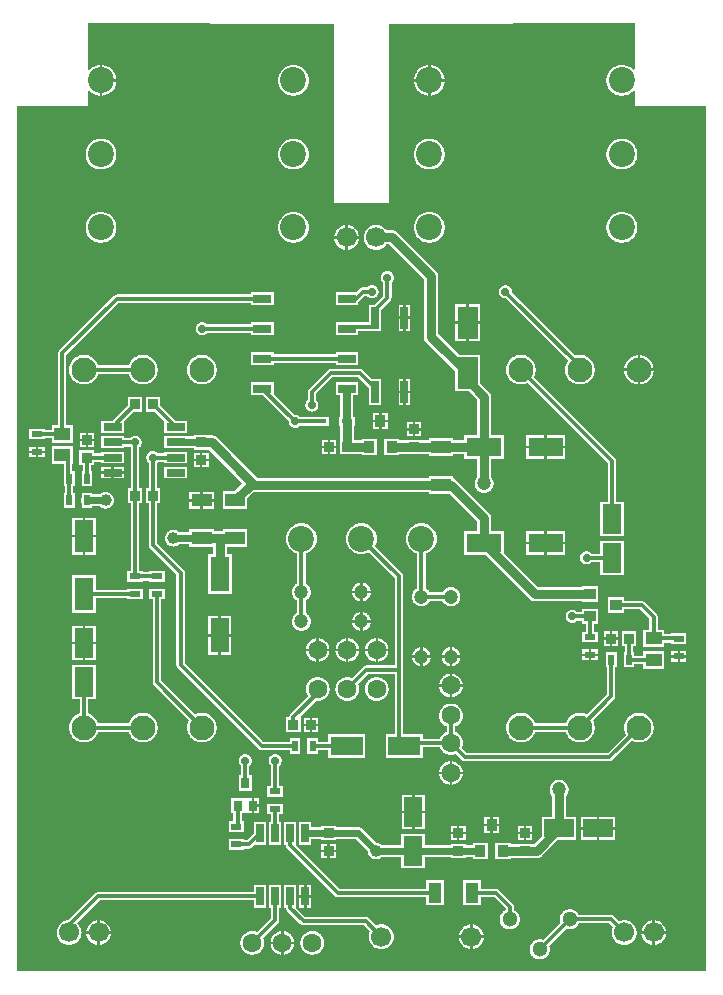
<source format=gtl>
%FSLAX46Y46*%
%MOMM*%
%ADD10C,0.300000*%
%ADD12C,0.600000*%
%ADD13C,0.700000*%
%ADD11C,0.800000*%
%AMPS20*
1,1,2.100000,0.000000,0.000000*
%
%ADD20PS20*%
%AMPS59*
1,1,1.600000,0.000000,0.000000*
%
%ADD59PS59*%
%AMPS30*
1,1,1.600000,0.000000,0.000000*
%
%ADD30PS30*%
%AMPS60*
1,1,2.200000,0.000000,0.000000*
%
%ADD60PS60*%
%AMPS66*
1,1,1.300000,0.000000,0.000000*
%
%ADD66PS66*%
%AMPS33*
1,1,2.200000,0.000000,0.000000*
%
%ADD33PS33*%
%AMPS21*
1,1,1.200000,0.000000,0.000000*
%
%ADD21PS21*%
%AMPS34*
1,1,1.200000,0.000000,0.000000*
%
%ADD34PS34*%
%AMPS58*
1,1,1.200000,0.000000,0.000000*
%
%ADD58PS58*%
%AMPS61*
1,1,1.200000,0.000000,0.000000*
%
%ADD61PS61*%
%AMPS55*
1,1,1.700000,0.000000,0.000000*
%
%ADD55PS55*%
%AMPS52*
1,1,1.700000,0.000000,0.000000*
%
%ADD52PS52*%
%AMPS37*
1,1,1.700000,0.000000,0.000000*
%
%ADD37PS37*%
%AMPS62*
21,1,1.594948,2.741421,0.000000,0.000000,0.000000*
%
%ADD62PS62*%
%AMPS29*
21,1,1.594948,2.741421,0.000000,0.000000,90.000000*
%
%ADD29PS29*%
%AMPS63*
21,1,1.594948,2.741421,0.000000,0.000000,180.000000*
%
%ADD63PS63*%
%AMPS28*
21,1,1.594948,2.741421,0.000000,0.000000,270.000000*
%
%ADD28PS28*%
%AMPS38*
21,1,1.600000,2.950000,0.000000,0.000000,0.000000*
%
%ADD38PS38*%
%AMPS42*
21,1,1.600000,2.950000,0.000000,0.000000,90.000000*
%
%ADD42PS42*%
%AMPS39*
21,1,1.600000,2.950000,0.000000,0.000000,180.000000*
%
%ADD39PS39*%
%AMPS43*
21,1,1.600000,2.950000,0.000000,0.000000,270.000000*
%
%ADD43PS43*%
%AMPS53*
21,1,0.600000,1.550000,0.000000,0.000000,0.000000*
%
%ADD53PS53*%
%AMPS44*
21,1,0.600000,1.550000,0.000000,0.000000,90.000000*
%
%ADD44PS44*%
%AMPS54*
21,1,0.600000,1.550000,0.000000,0.000000,180.000000*
%
%ADD54PS54*%
%AMPS45*
21,1,0.600000,1.550000,0.000000,0.000000,270.000000*
%
%ADD45PS45*%
%AMPS49*
21,1,1.600000,2.500000,0.000000,0.000000,0.000000*
%
%ADD49PS49*%
%AMPS35*
21,1,1.600000,2.500000,0.000000,0.000000,90.000000*
%
%ADD35PS35*%
%AMPS48*
21,1,1.600000,2.500000,0.000000,0.000000,180.000000*
%
%ADD48PS48*%
%AMPS36*
21,1,1.600000,2.500000,0.000000,0.000000,270.000000*
%
%ADD36PS36*%
%AMPS64*
21,1,0.900000,1.000000,0.000000,0.000000,0.000000*
%
%ADD64PS64*%
%AMPS41*
21,1,0.900000,1.000000,0.000000,0.000000,90.000000*
%
%ADD41PS41*%
%AMPS65*
21,1,0.900000,1.000000,0.000000,0.000000,180.000000*
%
%ADD65PS65*%
%AMPS40*
21,1,0.900000,1.000000,0.000000,0.000000,270.000000*
%
%ADD40PS40*%
%AMPS57*
21,1,1.400000,1.100000,0.000000,0.000000,0.000000*
%
%ADD57PS57*%
%AMPS56*
21,1,1.400000,1.100000,0.000000,0.000000,180.000000*
%
%ADD56PS56*%
%AMPS46*
21,1,0.400000,0.900000,0.000000,0.000000,90.000000*
%
%ADD46PS46*%
%AMPS47*
21,1,0.400000,0.900000,0.000000,0.000000,270.000000*
%
%ADD47PS47*%
%AMPS27*
21,1,0.600000,1.800000,0.000000,0.000000,0.000000*
%
%ADD27PS27*%
%AMPS26*
21,1,0.600000,1.800000,0.000000,0.000000,180.000000*
%
%ADD26PS26*%
%AMPS70*
21,1,0.701421,1.491421,0.000000,0.000000,90.000000*
%
%ADD70PS70*%
%AMPS69*
21,1,0.701421,1.491421,0.000000,0.000000,270.000000*
%
%ADD69PS69*%
%AMPS19*
21,1,0.900000,0.500000,0.000000,0.000000,0.000000*
%
%ADD19PS19*%
%AMPS22*
21,1,0.900000,0.500000,0.000000,0.000000,90.000000*
%
%ADD22PS22*%
%AMPS18*
21,1,0.900000,0.500000,0.000000,0.000000,180.000000*
%
%ADD18PS18*%
%AMPS23*
21,1,0.900000,0.500000,0.000000,0.000000,270.000000*
%
%ADD23PS23*%
%AMPS15*
21,1,1.700000,1.100000,0.000000,0.000000,0.000000*
%
%ADD15PS15*%
%AMPS32*
21,1,1.700000,1.100000,0.000000,0.000000,90.000000*
%
%ADD32PS32*%
%AMPS14*
21,1,1.700000,1.100000,0.000000,0.000000,180.000000*
%
%ADD14PS14*%
%AMPS31*
21,1,1.700000,1.100000,0.000000,0.000000,270.000000*
%
%ADD31PS31*%
%AMPS67*
21,1,0.700000,0.900000,0.000000,0.000000,0.000000*
%
%ADD67PS67*%
%AMPS68*
21,1,0.700000,0.900000,0.000000,0.000000,180.000000*
%
%ADD68PS68*%
%AMPS25*
21,1,0.850000,0.800000,0.000000,0.000000,0.000000*
%
%ADD25PS25*%
%AMPS16*
21,1,0.850000,0.800000,0.000000,0.000000,90.000000*
%
%ADD16PS16*%
%AMPS24*
21,1,0.850000,0.800000,0.000000,0.000000,180.000000*
%
%ADD24PS24*%
%AMPS17*
21,1,0.850000,0.800000,0.000000,0.000000,270.000000*
%
%ADD17PS17*%
%AMPS51*
21,1,1.750000,2.650000,0.000000,0.000000,0.000000*
%
%ADD51PS51*%
%AMPS50*
21,1,1.750000,2.650000,0.000000,0.000000,180.000000*
%
%ADD50PS50*%
%AMPS74*
1,1,1.200000,0.000000,0.000000*
%
%ADD74PS74*%
%AMPS73*
1,1,1.000000,0.000000,0.000000*
%
%ADD73PS73*%
%AMPS72*
1,1,0.700000,0.000000,0.000000*
%
%ADD72PS72*%
%AMPS71*
1,1,0.700000,0.000000,0.000000*
%
%ADD71PS71*%
G01*
%LPD*%
G36*
X58640000Y360000D02*
X58640000Y73640000D01*
X52640000Y73640000D01*
X52640000Y74867918D01*
X52521049Y74920646D01*
X52378039Y74791031D01*
X52275156Y74714727D01*
X52165288Y74648874D01*
X52049494Y74594108D01*
X51928893Y74550956D01*
X51804648Y74519835D01*
X51677937Y74501039D01*
X51550000Y74494753D01*
X51422063Y74501039D01*
X51295352Y74519835D01*
X51171107Y74550956D01*
X51050506Y74594108D01*
X50934712Y74648874D01*
X50824844Y74714727D01*
X50721961Y74791031D01*
X50627051Y74877051D01*
X50541031Y74971961D01*
X50464727Y75074844D01*
X50398874Y75184712D01*
X50344108Y75300506D01*
X50300956Y75421107D01*
X50269835Y75545352D01*
X50251039Y75672063D01*
X50244753Y75800000D01*
X50251039Y75927937D01*
X50269835Y76054648D01*
X50300956Y76178893D01*
X50344108Y76299494D01*
X50398874Y76415288D01*
X50464727Y76525156D01*
X50541031Y76628039D01*
X50627051Y76722949D01*
X50721961Y76808969D01*
X50824844Y76885273D01*
X50934712Y76951126D01*
X51050506Y77005892D01*
X51171107Y77049044D01*
X51295352Y77080165D01*
X51422063Y77098961D01*
X51550000Y77105247D01*
X51677937Y77098961D01*
X51804648Y77080165D01*
X51928893Y77049044D01*
X52049494Y77005892D01*
X52165288Y76951126D01*
X52275156Y76885273D01*
X52378039Y76808969D01*
X52521049Y76679354D01*
X52640000Y76732082D01*
X52640000Y80638322D01*
X31860000Y80541671D01*
X31860000Y65440000D01*
X27140000Y65440000D01*
X27140000Y80541671D01*
X6360000Y80638322D01*
X6360000Y76725334D01*
X6478952Y76672606D01*
X6625134Y76805098D01*
X6727627Y76881112D01*
X6837073Y76946711D01*
X6952421Y77001267D01*
X7072558Y77044252D01*
X7196330Y77075255D01*
X7322554Y77093979D01*
X7345000Y77095082D01*
X7345000Y74504918D01*
X7322554Y74506021D01*
X7196330Y74524745D01*
X7072558Y74555748D01*
X6952421Y74598733D01*
X6837073Y74653289D01*
X6727627Y74718888D01*
X6625134Y74794902D01*
X6478952Y74927394D01*
X6360000Y74874666D01*
X6360000Y73640000D01*
X360000Y73640000D01*
X360000Y360000D01*
X58640000Y360000D01*
D02*
G37*
%LPC*%
G36*
X23750000Y74494753D02*
X23622063Y74501039D01*
X23495352Y74519835D01*
X23371107Y74550956D01*
X23250506Y74594108D01*
X23134712Y74648874D01*
X23024844Y74714727D01*
X22921961Y74791031D01*
X22827051Y74877051D01*
X22741031Y74971961D01*
X22664727Y75074844D01*
X22598874Y75184712D01*
X22544108Y75300506D01*
X22500956Y75421107D01*
X22469835Y75545352D01*
X22451039Y75672063D01*
X22444753Y75800000D01*
X22451039Y75927937D01*
X22469835Y76054648D01*
X22500956Y76178893D01*
X22544108Y76299494D01*
X22598874Y76415288D01*
X22664727Y76525156D01*
X22741031Y76628039D01*
X22827051Y76722949D01*
X22921961Y76808969D01*
X23024844Y76885273D01*
X23134712Y76951126D01*
X23250506Y77005892D01*
X23371107Y77049044D01*
X23495352Y77080165D01*
X23622063Y77098961D01*
X23750000Y77105247D01*
X23877937Y77098961D01*
X24004648Y77080165D01*
X24128893Y77049044D01*
X24249494Y77005892D01*
X24365288Y76951126D01*
X24475156Y76885273D01*
X24578039Y76808969D01*
X24672949Y76722949D01*
X24758969Y76628039D01*
X24835273Y76525156D01*
X24901126Y76415288D01*
X24955892Y76299494D01*
X24999044Y76178893D01*
X25030165Y76054648D01*
X25048961Y75927937D01*
X25055247Y75800000D01*
X25048961Y75672063D01*
X25030165Y75545352D01*
X24999044Y75421107D01*
X24955892Y75300506D01*
X24901126Y75184712D01*
X24835273Y75074844D01*
X24758969Y74971961D01*
X24672949Y74877051D01*
X24578039Y74791031D01*
X24475156Y74714727D01*
X24365288Y74648874D01*
X24249494Y74594108D01*
X24128893Y74550956D01*
X24004648Y74519835D01*
X23877937Y74501039D01*
X23750000Y74494753D01*
D02*
G37*
%LPC*%
G36*
X8745082Y75905000D02*
X7555000Y75905000D01*
X7555000Y77095082D01*
X7577446Y77093979D01*
X7703670Y77075255D01*
X7827442Y77044252D01*
X7947579Y77001267D01*
X8062927Y76946711D01*
X8172373Y76881112D01*
X8274866Y76805098D01*
X8369409Y76719409D01*
X8455098Y76624866D01*
X8531112Y76522373D01*
X8596711Y76412927D01*
X8651267Y76297579D01*
X8694252Y76177442D01*
X8725255Y76053670D01*
X8743979Y75927446D01*
X8745082Y75905000D01*
D02*
G37*
%LPC*%
G36*
X35145000Y75905000D02*
X33954918Y75905000D01*
X33956021Y75927446D01*
X33974745Y76053670D01*
X34005748Y76177442D01*
X34048733Y76297579D01*
X34103289Y76412927D01*
X34168888Y76522373D01*
X34244902Y76624866D01*
X34330591Y76719409D01*
X34425134Y76805098D01*
X34527627Y76881112D01*
X34637073Y76946711D01*
X34752421Y77001267D01*
X34872558Y77044252D01*
X34996330Y77075255D01*
X35122554Y77093979D01*
X35145000Y77095082D01*
X35145000Y75905000D01*
D02*
G37*
%LPC*%
G36*
X36545082Y75905000D02*
X35355000Y75905000D01*
X35355000Y77095082D01*
X35377446Y77093979D01*
X35503670Y77075255D01*
X35627442Y77044252D01*
X35747579Y77001267D01*
X35862927Y76946711D01*
X35972373Y76881112D01*
X36074866Y76805098D01*
X36169409Y76719409D01*
X36255098Y76624866D01*
X36331112Y76522373D01*
X36396711Y76412927D01*
X36451267Y76297579D01*
X36494252Y76177442D01*
X36525255Y76053670D01*
X36543979Y75927446D01*
X36545082Y75905000D01*
D02*
G37*
%LPC*%
G36*
X35355000Y74504918D02*
X35355000Y75695000D01*
X36545082Y75695000D01*
X36543979Y75672554D01*
X36525255Y75546330D01*
X36494252Y75422558D01*
X36451267Y75302421D01*
X36396711Y75187073D01*
X36331112Y75077627D01*
X36255098Y74975134D01*
X36169409Y74880591D01*
X36074866Y74794902D01*
X35972373Y74718888D01*
X35862927Y74653289D01*
X35747579Y74598733D01*
X35627442Y74555748D01*
X35503670Y74524745D01*
X35377446Y74506021D01*
X35355000Y74504918D01*
D02*
G37*
%LPC*%
G36*
X35145000Y74504918D02*
X35122554Y74506021D01*
X34996330Y74524745D01*
X34872558Y74555748D01*
X34752421Y74598733D01*
X34637073Y74653289D01*
X34527627Y74718888D01*
X34425134Y74794902D01*
X34330591Y74880591D01*
X34244902Y74975134D01*
X34168888Y75077627D01*
X34103289Y75187073D01*
X34048733Y75302421D01*
X34005748Y75422558D01*
X33974745Y75546330D01*
X33956021Y75672554D01*
X33954918Y75695000D01*
X35145000Y75695000D01*
X35145000Y74504918D01*
D02*
G37*
%LPC*%
G36*
X7555000Y74504918D02*
X7555000Y75695000D01*
X8745082Y75695000D01*
X8743979Y75672554D01*
X8725255Y75546330D01*
X8694252Y75422558D01*
X8651267Y75302421D01*
X8596711Y75187073D01*
X8531112Y75077627D01*
X8455098Y74975134D01*
X8369409Y74880591D01*
X8274866Y74794902D01*
X8172373Y74718888D01*
X8062927Y74653289D01*
X7947579Y74598733D01*
X7827442Y74555748D01*
X7703670Y74524745D01*
X7577446Y74506021D01*
X7555000Y74504918D01*
D02*
G37*
%LPC*%
G36*
X7450000Y68244753D02*
X7322063Y68251039D01*
X7195352Y68269835D01*
X7071107Y68300956D01*
X6950506Y68344108D01*
X6834712Y68398874D01*
X6724844Y68464727D01*
X6621961Y68541031D01*
X6527051Y68627051D01*
X6441031Y68721961D01*
X6364727Y68824844D01*
X6298874Y68934712D01*
X6244108Y69050506D01*
X6200956Y69171107D01*
X6169835Y69295352D01*
X6151039Y69422063D01*
X6144753Y69550000D01*
X6151039Y69677937D01*
X6169835Y69804648D01*
X6200956Y69928893D01*
X6244108Y70049494D01*
X6298874Y70165288D01*
X6364727Y70275156D01*
X6441031Y70378039D01*
X6527051Y70472949D01*
X6621961Y70558969D01*
X6724844Y70635273D01*
X6834712Y70701126D01*
X6950506Y70755892D01*
X7071107Y70799044D01*
X7195352Y70830165D01*
X7322063Y70848961D01*
X7450000Y70855247D01*
X7577937Y70848961D01*
X7704648Y70830165D01*
X7828893Y70799044D01*
X7949494Y70755892D01*
X8065288Y70701126D01*
X8175156Y70635273D01*
X8278039Y70558969D01*
X8372949Y70472949D01*
X8458969Y70378039D01*
X8535273Y70275156D01*
X8601126Y70165288D01*
X8655892Y70049494D01*
X8699044Y69928893D01*
X8730165Y69804648D01*
X8748961Y69677937D01*
X8755247Y69550000D01*
X8748961Y69422063D01*
X8730165Y69295352D01*
X8699044Y69171107D01*
X8655892Y69050506D01*
X8601126Y68934712D01*
X8535273Y68824844D01*
X8458969Y68721961D01*
X8372949Y68627051D01*
X8278039Y68541031D01*
X8175156Y68464727D01*
X8065288Y68398874D01*
X7949494Y68344108D01*
X7828893Y68300956D01*
X7704648Y68269835D01*
X7577937Y68251039D01*
X7450000Y68244753D01*
D02*
G37*
%LPC*%
G36*
X23750000Y68244753D02*
X23622063Y68251039D01*
X23495352Y68269835D01*
X23371107Y68300956D01*
X23250506Y68344108D01*
X23134712Y68398874D01*
X23024844Y68464727D01*
X22921961Y68541031D01*
X22827051Y68627051D01*
X22741031Y68721961D01*
X22664727Y68824844D01*
X22598874Y68934712D01*
X22544108Y69050506D01*
X22500956Y69171107D01*
X22469835Y69295352D01*
X22451039Y69422063D01*
X22444753Y69550000D01*
X22451039Y69677937D01*
X22469835Y69804648D01*
X22500956Y69928893D01*
X22544108Y70049494D01*
X22598874Y70165288D01*
X22664727Y70275156D01*
X22741031Y70378039D01*
X22827051Y70472949D01*
X22921961Y70558969D01*
X23024844Y70635273D01*
X23134712Y70701126D01*
X23250506Y70755892D01*
X23371107Y70799044D01*
X23495352Y70830165D01*
X23622063Y70848961D01*
X23750000Y70855247D01*
X23877937Y70848961D01*
X24004648Y70830165D01*
X24128893Y70799044D01*
X24249494Y70755892D01*
X24365288Y70701126D01*
X24475156Y70635273D01*
X24578039Y70558969D01*
X24672949Y70472949D01*
X24758969Y70378039D01*
X24835273Y70275156D01*
X24901126Y70165288D01*
X24955892Y70049494D01*
X24999044Y69928893D01*
X25030165Y69804648D01*
X25048961Y69677937D01*
X25055247Y69550000D01*
X25048961Y69422063D01*
X25030165Y69295352D01*
X24999044Y69171107D01*
X24955892Y69050506D01*
X24901126Y68934712D01*
X24835273Y68824844D01*
X24758969Y68721961D01*
X24672949Y68627051D01*
X24578039Y68541031D01*
X24475156Y68464727D01*
X24365288Y68398874D01*
X24249494Y68344108D01*
X24128893Y68300956D01*
X24004648Y68269835D01*
X23877937Y68251039D01*
X23750000Y68244753D01*
D02*
G37*
%LPC*%
G36*
X35250000Y68244753D02*
X35122063Y68251039D01*
X34995352Y68269835D01*
X34871107Y68300956D01*
X34750506Y68344108D01*
X34634712Y68398874D01*
X34524844Y68464727D01*
X34421961Y68541031D01*
X34327051Y68627051D01*
X34241031Y68721961D01*
X34164727Y68824844D01*
X34098874Y68934712D01*
X34044108Y69050506D01*
X34000956Y69171107D01*
X33969835Y69295352D01*
X33951039Y69422063D01*
X33944753Y69550000D01*
X33951039Y69677937D01*
X33969835Y69804648D01*
X34000956Y69928893D01*
X34044108Y70049494D01*
X34098874Y70165288D01*
X34164727Y70275156D01*
X34241031Y70378039D01*
X34327051Y70472949D01*
X34421961Y70558969D01*
X34524844Y70635273D01*
X34634712Y70701126D01*
X34750506Y70755892D01*
X34871107Y70799044D01*
X34995352Y70830165D01*
X35122063Y70848961D01*
X35250000Y70855247D01*
X35377937Y70848961D01*
X35504648Y70830165D01*
X35628893Y70799044D01*
X35749494Y70755892D01*
X35865288Y70701126D01*
X35975156Y70635273D01*
X36078039Y70558969D01*
X36172949Y70472949D01*
X36258969Y70378039D01*
X36335273Y70275156D01*
X36401126Y70165288D01*
X36455892Y70049494D01*
X36499044Y69928893D01*
X36530165Y69804648D01*
X36548961Y69677937D01*
X36555247Y69550000D01*
X36548961Y69422063D01*
X36530165Y69295352D01*
X36499044Y69171107D01*
X36455892Y69050506D01*
X36401126Y68934712D01*
X36335273Y68824844D01*
X36258969Y68721961D01*
X36172949Y68627051D01*
X36078039Y68541031D01*
X35975156Y68464727D01*
X35865288Y68398874D01*
X35749494Y68344108D01*
X35628893Y68300956D01*
X35504648Y68269835D01*
X35377937Y68251039D01*
X35250000Y68244753D01*
D02*
G37*
%LPC*%
G36*
X51550000Y68244753D02*
X51422063Y68251039D01*
X51295352Y68269835D01*
X51171107Y68300956D01*
X51050506Y68344108D01*
X50934712Y68398874D01*
X50824844Y68464727D01*
X50721961Y68541031D01*
X50627051Y68627051D01*
X50541031Y68721961D01*
X50464727Y68824844D01*
X50398874Y68934712D01*
X50344108Y69050506D01*
X50300956Y69171107D01*
X50269835Y69295352D01*
X50251039Y69422063D01*
X50244753Y69550000D01*
X50251039Y69677937D01*
X50269835Y69804648D01*
X50300956Y69928893D01*
X50344108Y70049494D01*
X50398874Y70165288D01*
X50464727Y70275156D01*
X50541031Y70378039D01*
X50627051Y70472949D01*
X50721961Y70558969D01*
X50824844Y70635273D01*
X50934712Y70701126D01*
X51050506Y70755892D01*
X51171107Y70799044D01*
X51295352Y70830165D01*
X51422063Y70848961D01*
X51550000Y70855247D01*
X51677937Y70848961D01*
X51804648Y70830165D01*
X51928893Y70799044D01*
X52049494Y70755892D01*
X52165288Y70701126D01*
X52275156Y70635273D01*
X52378039Y70558969D01*
X52472949Y70472949D01*
X52558969Y70378039D01*
X52635273Y70275156D01*
X52701126Y70165288D01*
X52755892Y70049494D01*
X52799044Y69928893D01*
X52830165Y69804648D01*
X52848961Y69677937D01*
X52855247Y69550000D01*
X52848961Y69422063D01*
X52830165Y69295352D01*
X52799044Y69171107D01*
X52755892Y69050506D01*
X52701126Y68934712D01*
X52635273Y68824844D01*
X52558969Y68721961D01*
X52472949Y68627051D01*
X52378039Y68541031D01*
X52275156Y68464727D01*
X52165288Y68398874D01*
X52049494Y68344108D01*
X51928893Y68300956D01*
X51804648Y68269835D01*
X51677937Y68251039D01*
X51550000Y68244753D01*
D02*
G37*
%LPC*%
G36*
X7450000Y62044753D02*
X7322063Y62051039D01*
X7195352Y62069835D01*
X7071107Y62100956D01*
X6950506Y62144108D01*
X6834712Y62198874D01*
X6724844Y62264727D01*
X6621961Y62341031D01*
X6527051Y62427051D01*
X6441031Y62521961D01*
X6364727Y62624844D01*
X6298874Y62734712D01*
X6244108Y62850506D01*
X6200956Y62971107D01*
X6169835Y63095352D01*
X6151039Y63222063D01*
X6144753Y63350000D01*
X6151039Y63477937D01*
X6169835Y63604648D01*
X6200956Y63728893D01*
X6244108Y63849494D01*
X6298874Y63965288D01*
X6364727Y64075156D01*
X6441031Y64178039D01*
X6527051Y64272949D01*
X6621961Y64358969D01*
X6724844Y64435273D01*
X6834712Y64501126D01*
X6950506Y64555892D01*
X7071107Y64599044D01*
X7195352Y64630165D01*
X7322063Y64648961D01*
X7450000Y64655247D01*
X7577937Y64648961D01*
X7704648Y64630165D01*
X7828893Y64599044D01*
X7949494Y64555892D01*
X8065288Y64501126D01*
X8175156Y64435273D01*
X8278039Y64358969D01*
X8372949Y64272949D01*
X8458969Y64178039D01*
X8535273Y64075156D01*
X8601126Y63965288D01*
X8655892Y63849494D01*
X8699044Y63728893D01*
X8730165Y63604648D01*
X8748961Y63477937D01*
X8755247Y63350000D01*
X8748961Y63222063D01*
X8730165Y63095352D01*
X8699044Y62971107D01*
X8655892Y62850506D01*
X8601126Y62734712D01*
X8535273Y62624844D01*
X8458969Y62521961D01*
X8372949Y62427051D01*
X8278039Y62341031D01*
X8175156Y62264727D01*
X8065288Y62198874D01*
X7949494Y62144108D01*
X7828893Y62100956D01*
X7704648Y62069835D01*
X7577937Y62051039D01*
X7450000Y62044753D01*
D02*
G37*
%LPC*%
G36*
X23750000Y62044753D02*
X23622063Y62051039D01*
X23495352Y62069835D01*
X23371107Y62100956D01*
X23250506Y62144108D01*
X23134712Y62198874D01*
X23024844Y62264727D01*
X22921961Y62341031D01*
X22827051Y62427051D01*
X22741031Y62521961D01*
X22664727Y62624844D01*
X22598874Y62734712D01*
X22544108Y62850506D01*
X22500956Y62971107D01*
X22469835Y63095352D01*
X22451039Y63222063D01*
X22444753Y63350000D01*
X22451039Y63477937D01*
X22469835Y63604648D01*
X22500956Y63728893D01*
X22544108Y63849494D01*
X22598874Y63965288D01*
X22664727Y64075156D01*
X22741031Y64178039D01*
X22827051Y64272949D01*
X22921961Y64358969D01*
X23024844Y64435273D01*
X23134712Y64501126D01*
X23250506Y64555892D01*
X23371107Y64599044D01*
X23495352Y64630165D01*
X23622063Y64648961D01*
X23750000Y64655247D01*
X23877937Y64648961D01*
X24004648Y64630165D01*
X24128893Y64599044D01*
X24249494Y64555892D01*
X24365288Y64501126D01*
X24475156Y64435273D01*
X24578039Y64358969D01*
X24672949Y64272949D01*
X24758969Y64178039D01*
X24835273Y64075156D01*
X24901126Y63965288D01*
X24955892Y63849494D01*
X24999044Y63728893D01*
X25030165Y63604648D01*
X25048961Y63477937D01*
X25055247Y63350000D01*
X25048961Y63222063D01*
X25030165Y63095352D01*
X24999044Y62971107D01*
X24955892Y62850506D01*
X24901126Y62734712D01*
X24835273Y62624844D01*
X24758969Y62521961D01*
X24672949Y62427051D01*
X24578039Y62341031D01*
X24475156Y62264727D01*
X24365288Y62198874D01*
X24249494Y62144108D01*
X24128893Y62100956D01*
X24004648Y62069835D01*
X23877937Y62051039D01*
X23750000Y62044753D01*
D02*
G37*
%LPC*%
G36*
X35250000Y62044753D02*
X35122063Y62051039D01*
X34995352Y62069835D01*
X34871107Y62100956D01*
X34750506Y62144108D01*
X34634712Y62198874D01*
X34524844Y62264727D01*
X34421961Y62341031D01*
X34327051Y62427051D01*
X34241031Y62521961D01*
X34164727Y62624844D01*
X34098874Y62734712D01*
X34044108Y62850506D01*
X34000956Y62971107D01*
X33969835Y63095352D01*
X33951039Y63222063D01*
X33944753Y63350000D01*
X33951039Y63477937D01*
X33969835Y63604648D01*
X34000956Y63728893D01*
X34044108Y63849494D01*
X34098874Y63965288D01*
X34164727Y64075156D01*
X34241031Y64178039D01*
X34327051Y64272949D01*
X34421961Y64358969D01*
X34524844Y64435273D01*
X34634712Y64501126D01*
X34750506Y64555892D01*
X34871107Y64599044D01*
X34995352Y64630165D01*
X35122063Y64648961D01*
X35250000Y64655247D01*
X35377937Y64648961D01*
X35504648Y64630165D01*
X35628893Y64599044D01*
X35749494Y64555892D01*
X35865288Y64501126D01*
X35975156Y64435273D01*
X36078039Y64358969D01*
X36172949Y64272949D01*
X36258969Y64178039D01*
X36335273Y64075156D01*
X36401126Y63965288D01*
X36455892Y63849494D01*
X36499044Y63728893D01*
X36530165Y63604648D01*
X36548961Y63477937D01*
X36555247Y63350000D01*
X36548961Y63222063D01*
X36530165Y63095352D01*
X36499044Y62971107D01*
X36455892Y62850506D01*
X36401126Y62734712D01*
X36335273Y62624844D01*
X36258969Y62521961D01*
X36172949Y62427051D01*
X36078039Y62341031D01*
X35975156Y62264727D01*
X35865288Y62198874D01*
X35749494Y62144108D01*
X35628893Y62100956D01*
X35504648Y62069835D01*
X35377937Y62051039D01*
X35250000Y62044753D01*
D02*
G37*
%LPC*%
G36*
X51550000Y62044753D02*
X51422063Y62051039D01*
X51295352Y62069835D01*
X51171107Y62100956D01*
X51050506Y62144108D01*
X50934712Y62198874D01*
X50824844Y62264727D01*
X50721961Y62341031D01*
X50627051Y62427051D01*
X50541031Y62521961D01*
X50464727Y62624844D01*
X50398874Y62734712D01*
X50344108Y62850506D01*
X50300956Y62971107D01*
X50269835Y63095352D01*
X50251039Y63222063D01*
X50244753Y63350000D01*
X50251039Y63477937D01*
X50269835Y63604648D01*
X50300956Y63728893D01*
X50344108Y63849494D01*
X50398874Y63965288D01*
X50464727Y64075156D01*
X50541031Y64178039D01*
X50627051Y64272949D01*
X50721961Y64358969D01*
X50824844Y64435273D01*
X50934712Y64501126D01*
X51050506Y64555892D01*
X51171107Y64599044D01*
X51295352Y64630165D01*
X51422063Y64648961D01*
X51550000Y64655247D01*
X51677937Y64648961D01*
X51804648Y64630165D01*
X51928893Y64599044D01*
X52049494Y64555892D01*
X52165288Y64501126D01*
X52275156Y64435273D01*
X52378039Y64358969D01*
X52472949Y64272949D01*
X52558969Y64178039D01*
X52635273Y64075156D01*
X52701126Y63965288D01*
X52755892Y63849494D01*
X52799044Y63728893D01*
X52830165Y63604648D01*
X52848961Y63477937D01*
X52855247Y63350000D01*
X52848961Y63222063D01*
X52830165Y63095352D01*
X52799044Y62971107D01*
X52755892Y62850506D01*
X52701126Y62734712D01*
X52635273Y62624844D01*
X52558969Y62521961D01*
X52472949Y62427051D01*
X52378039Y62341031D01*
X52275156Y62264727D01*
X52165288Y62198874D01*
X52049494Y62144108D01*
X51928893Y62100956D01*
X51804648Y62069835D01*
X51677937Y62051039D01*
X51550000Y62044753D01*
D02*
G37*
%LPC*%
G36*
X39890000Y40864752D02*
X39811077Y40868631D01*
X39732906Y40880225D01*
X39656244Y40899429D01*
X39581851Y40926047D01*
X39510406Y40959838D01*
X39442630Y41000461D01*
X39379157Y41047536D01*
X39320604Y41100604D01*
X39267536Y41159157D01*
X39220461Y41222630D01*
X39179838Y41290406D01*
X39146047Y41361851D01*
X39119429Y41436244D01*
X39100225Y41512906D01*
X39088631Y41591077D01*
X39084752Y41670000D01*
X39088631Y41748923D01*
X39100225Y41827094D01*
X39119429Y41903756D01*
X39146047Y41978149D01*
X39179838Y42049594D01*
X39220461Y42117370D01*
X39285000Y42204392D01*
X39285000Y43745000D01*
X38210000Y43745000D01*
X38210000Y44145000D01*
X37295000Y44145000D01*
X37295000Y43995000D01*
X35185000Y43995000D01*
X35185000Y44145000D01*
X32720000Y44145000D01*
X32720000Y44045000D01*
X31410000Y44045000D01*
X31410000Y45455000D01*
X32720000Y45455000D01*
X32720000Y45355000D01*
X35185000Y45355000D01*
X35185000Y45505000D01*
X37295000Y45505000D01*
X37295000Y45355000D01*
X38210000Y45355000D01*
X38210000Y45755000D01*
X39285000Y45755000D01*
X39285000Y48759401D01*
X38584401Y49460000D01*
X37410000Y49460000D01*
X37410000Y51214401D01*
X34979437Y53644964D01*
X34971596Y53651380D01*
X34896137Y53743327D01*
X34840137Y53848095D01*
X34805652Y53961775D01*
X34795000Y54069935D01*
X34795000Y58949401D01*
X31849401Y61895000D01*
X31613509Y61895000D01*
X31565714Y61830556D01*
X31496172Y61753828D01*
X31419444Y61684286D01*
X31336258Y61622591D01*
X31247446Y61569358D01*
X31153820Y61525078D01*
X31056320Y61490191D01*
X30955873Y61465031D01*
X30853433Y61449835D01*
X30750000Y61444753D01*
X30646567Y61449835D01*
X30544127Y61465031D01*
X30443680Y61490191D01*
X30346180Y61525078D01*
X30252554Y61569358D01*
X30163742Y61622591D01*
X30080556Y61684286D01*
X30003828Y61753828D01*
X29934286Y61830556D01*
X29872591Y61913742D01*
X29819358Y62002554D01*
X29775078Y62096180D01*
X29740191Y62193680D01*
X29715031Y62294127D01*
X29699835Y62396567D01*
X29694753Y62500000D01*
X29699835Y62603433D01*
X29715031Y62705873D01*
X29740191Y62806320D01*
X29775078Y62903820D01*
X29819358Y62997446D01*
X29872591Y63086258D01*
X29934286Y63169444D01*
X30003828Y63246172D01*
X30080556Y63315714D01*
X30163742Y63377409D01*
X30252554Y63430642D01*
X30346180Y63474922D01*
X30443680Y63509809D01*
X30544127Y63534969D01*
X30646567Y63550165D01*
X30750000Y63555247D01*
X30853433Y63550165D01*
X30955873Y63534969D01*
X31056320Y63509809D01*
X31153820Y63474922D01*
X31247446Y63430642D01*
X31336258Y63377409D01*
X31419444Y63315714D01*
X31496172Y63246172D01*
X31565714Y63169444D01*
X31613509Y63105000D01*
X32110076Y63105000D01*
X32218220Y63094349D01*
X32331905Y63059861D01*
X32436669Y63003864D01*
X32520677Y62934920D01*
X35834920Y59620677D01*
X35903864Y59536669D01*
X35959861Y59431905D01*
X35994349Y59318220D01*
X36005000Y59210076D01*
X36005000Y54330599D01*
X37815598Y52520000D01*
X39570000Y52520000D01*
X39570000Y50185599D01*
X40324920Y49430677D01*
X40393864Y49346669D01*
X40449861Y49241905D01*
X40484349Y49128220D01*
X40495000Y49020076D01*
X40495000Y45755000D01*
X41570000Y45755000D01*
X41570000Y43745000D01*
X40495000Y43745000D01*
X40495000Y42204392D01*
X40559539Y42117370D01*
X40600162Y42049594D01*
X40633953Y41978149D01*
X40660571Y41903756D01*
X40679775Y41827094D01*
X40691369Y41748923D01*
X40695248Y41670000D01*
X40691369Y41591077D01*
X40679775Y41512906D01*
X40660571Y41436244D01*
X40633953Y41361851D01*
X40600162Y41290406D01*
X40559539Y41222630D01*
X40512464Y41159157D01*
X40459396Y41100604D01*
X40400843Y41047536D01*
X40337370Y41000461D01*
X40269594Y40959838D01*
X40198149Y40926047D01*
X40123756Y40899429D01*
X40047094Y40880225D01*
X39968923Y40868631D01*
X39890000Y40864752D01*
D02*
G37*
%LPC*%
G36*
X28145000Y62605000D02*
X27205122Y62605000D01*
X27219941Y62704897D01*
X27244983Y62804871D01*
X27279705Y62901911D01*
X27323764Y62995070D01*
X27376763Y63083491D01*
X27438150Y63166262D01*
X27507368Y63242632D01*
X27583738Y63311850D01*
X27666509Y63373237D01*
X27754930Y63426236D01*
X27848089Y63470295D01*
X27945129Y63505017D01*
X28045103Y63530059D01*
X28145000Y63544878D01*
X28145000Y62605000D01*
D02*
G37*
%LPC*%
G36*
X29294878Y62605000D02*
X28355000Y62605000D01*
X28355000Y63544878D01*
X28454897Y63530059D01*
X28554871Y63505017D01*
X28651911Y63470295D01*
X28745070Y63426236D01*
X28833491Y63373237D01*
X28916262Y63311850D01*
X28992632Y63242632D01*
X29061850Y63166262D01*
X29123237Y63083491D01*
X29176236Y62995070D01*
X29220295Y62901911D01*
X29255017Y62804871D01*
X29280059Y62704897D01*
X29294878Y62605000D01*
D02*
G37*
%LPC*%
G36*
X28355000Y61455122D02*
X28355000Y62395000D01*
X29294878Y62395000D01*
X29280059Y62295103D01*
X29255017Y62195129D01*
X29220295Y62098089D01*
X29176236Y62004930D01*
X29123237Y61916509D01*
X29061850Y61833738D01*
X28992632Y61757368D01*
X28916262Y61688150D01*
X28833491Y61626763D01*
X28745070Y61573764D01*
X28651911Y61529705D01*
X28554871Y61494983D01*
X28454897Y61469941D01*
X28355000Y61455122D01*
D02*
G37*
%LPC*%
G36*
X28145000Y61455122D02*
X28045103Y61469941D01*
X27945129Y61494983D01*
X27848089Y61529705D01*
X27754930Y61573764D01*
X27666509Y61626763D01*
X27583738Y61688150D01*
X27507368Y61757368D01*
X27438150Y61833738D01*
X27376763Y61916509D01*
X27323764Y62004930D01*
X27279705Y62098089D01*
X27244983Y62195129D01*
X27219941Y62295103D01*
X27205122Y62395000D01*
X28145000Y62395000D01*
X28145000Y61455122D01*
D02*
G37*
%LPC*%
G36*
X29225710Y54214290D02*
X27324290Y54214290D01*
X27324290Y55325710D01*
X29225710Y55325710D01*
X29225710Y55305000D01*
X30145000Y55305000D01*
X30145000Y56805000D01*
X30602953Y56805000D01*
X31345000Y57547047D01*
X31345000Y58673285D01*
X31307382Y58707380D01*
X31270784Y58747760D01*
X31238329Y58791520D01*
X31210317Y58838256D01*
X31187020Y58887514D01*
X31168660Y58938825D01*
X31155423Y58991672D01*
X31147426Y59045583D01*
X31144752Y59100000D01*
X31147426Y59154417D01*
X31155423Y59208328D01*
X31168660Y59261175D01*
X31187020Y59312486D01*
X31210317Y59361744D01*
X31238329Y59408480D01*
X31270784Y59452240D01*
X31307381Y59492619D01*
X31347760Y59529216D01*
X31391520Y59561671D01*
X31438256Y59589683D01*
X31487514Y59612980D01*
X31538825Y59631340D01*
X31591672Y59644577D01*
X31645583Y59652574D01*
X31700000Y59655248D01*
X31754417Y59652574D01*
X31808328Y59644577D01*
X31861175Y59631340D01*
X31912486Y59612980D01*
X31961744Y59589683D01*
X32008480Y59561671D01*
X32052240Y59529216D01*
X32092619Y59492619D01*
X32129216Y59452240D01*
X32161671Y59408480D01*
X32189683Y59361744D01*
X32212980Y59312486D01*
X32231340Y59261175D01*
X32244577Y59208328D01*
X32252574Y59154417D01*
X32255248Y59100000D01*
X32252574Y59045583D01*
X32244577Y58991672D01*
X32231340Y58938825D01*
X32212980Y58887514D01*
X32189683Y58838256D01*
X32161671Y58791520D01*
X32129216Y58747760D01*
X32092618Y58707380D01*
X32055000Y58673285D01*
X32055000Y57389923D01*
X32049151Y57330548D01*
X32028893Y57263770D01*
X31995996Y57202222D01*
X31952220Y57148877D01*
X31944448Y57142401D01*
X31155000Y56352953D01*
X31155000Y54595000D01*
X29225710Y54595000D01*
X29225710Y54214290D01*
D02*
G37*
%LPC*%
G36*
X29225710Y56754290D02*
X27324290Y56754290D01*
X27324290Y57865710D01*
X29063663Y57865710D01*
X29342401Y58144448D01*
X29348877Y58152220D01*
X29402222Y58195996D01*
X29463770Y58228893D01*
X29530548Y58249151D01*
X29589923Y58255000D01*
X29973285Y58255000D01*
X30007380Y58292618D01*
X30047760Y58329216D01*
X30091520Y58361671D01*
X30138256Y58389683D01*
X30187514Y58412980D01*
X30238825Y58431340D01*
X30291672Y58444577D01*
X30345583Y58452574D01*
X30400000Y58455248D01*
X30454417Y58452574D01*
X30508328Y58444577D01*
X30561175Y58431340D01*
X30612486Y58412980D01*
X30661744Y58389683D01*
X30708480Y58361671D01*
X30752240Y58329216D01*
X30792619Y58292619D01*
X30829216Y58252240D01*
X30861671Y58208480D01*
X30889683Y58161744D01*
X30912980Y58112486D01*
X30931340Y58061175D01*
X30944577Y58008328D01*
X30952574Y57954417D01*
X30955248Y57900000D01*
X30952574Y57845583D01*
X30944577Y57791672D01*
X30931340Y57738825D01*
X30912980Y57687514D01*
X30889683Y57638256D01*
X30861671Y57591520D01*
X30829216Y57547760D01*
X30792619Y57507381D01*
X30752240Y57470784D01*
X30708480Y57438329D01*
X30661744Y57410317D01*
X30612486Y57387020D01*
X30561175Y57368660D01*
X30508328Y57355423D01*
X30454417Y57347426D01*
X30400000Y57344752D01*
X30345583Y57347426D01*
X30291672Y57355423D01*
X30238825Y57368660D01*
X30187514Y57387020D01*
X30138256Y57410317D01*
X30091520Y57438329D01*
X30047760Y57470784D01*
X30007380Y57507382D01*
X29973285Y57545000D01*
X29747047Y57545000D01*
X29267598Y57065551D01*
X29261123Y57057780D01*
X29225710Y57028720D01*
X29225710Y56754290D01*
D02*
G37*
%LPC*%
G36*
X48000000Y50044752D02*
X47876973Y50050798D01*
X47755108Y50068874D01*
X47635622Y50098803D01*
X47519640Y50140302D01*
X47408282Y50192970D01*
X47302623Y50256300D01*
X47203681Y50329681D01*
X47112406Y50412406D01*
X47029681Y50503681D01*
X46956300Y50602623D01*
X46892970Y50708282D01*
X46840302Y50819640D01*
X46798803Y50935622D01*
X46768874Y51055108D01*
X46750798Y51176973D01*
X46744752Y51300000D01*
X46750798Y51423027D01*
X46768874Y51544892D01*
X46798803Y51664378D01*
X46840302Y51780360D01*
X46892970Y51891718D01*
X46956299Y51997376D01*
X47017737Y52080217D01*
X41750711Y57347243D01*
X41699993Y57344753D01*
X41645583Y57347426D01*
X41591672Y57355423D01*
X41538825Y57368660D01*
X41487514Y57387020D01*
X41438256Y57410317D01*
X41391520Y57438329D01*
X41347760Y57470784D01*
X41307381Y57507381D01*
X41270784Y57547760D01*
X41238329Y57591520D01*
X41210317Y57638256D01*
X41187020Y57687514D01*
X41168660Y57738825D01*
X41155423Y57791672D01*
X41147426Y57845583D01*
X41144752Y57900000D01*
X41147426Y57954417D01*
X41155423Y58008328D01*
X41168660Y58061175D01*
X41187020Y58112486D01*
X41210317Y58161744D01*
X41238329Y58208480D01*
X41270784Y58252240D01*
X41307381Y58292619D01*
X41347760Y58329216D01*
X41391520Y58361671D01*
X41438256Y58389683D01*
X41487514Y58412980D01*
X41538825Y58431340D01*
X41591672Y58444577D01*
X41645583Y58452574D01*
X41700000Y58455248D01*
X41754417Y58452574D01*
X41808328Y58444577D01*
X41861175Y58431340D01*
X41912486Y58412980D01*
X41961744Y58389683D01*
X42008480Y58361671D01*
X42052240Y58329216D01*
X42092619Y58292619D01*
X42129216Y58252240D01*
X42161671Y58208480D01*
X42189683Y58161744D01*
X42212980Y58112486D01*
X42231340Y58061175D01*
X42244577Y58008328D01*
X42252574Y57954417D01*
X42255248Y57900005D01*
X42252758Y57849288D01*
X47607814Y52494232D01*
X47755108Y52531126D01*
X47876973Y52549202D01*
X48000000Y52555248D01*
X48123027Y52549202D01*
X48244892Y52531126D01*
X48364378Y52501197D01*
X48480360Y52459698D01*
X48591718Y52407030D01*
X48697377Y52343700D01*
X48796319Y52270319D01*
X48887594Y52187594D01*
X48970319Y52096319D01*
X49043700Y51997377D01*
X49107030Y51891718D01*
X49159698Y51780360D01*
X49201197Y51664378D01*
X49231126Y51544892D01*
X49249202Y51423027D01*
X49255248Y51300000D01*
X49249202Y51176973D01*
X49231126Y51055108D01*
X49201197Y50935622D01*
X49159698Y50819640D01*
X49107030Y50708282D01*
X49043700Y50602623D01*
X48970319Y50503681D01*
X48887594Y50412406D01*
X48796319Y50329681D01*
X48697377Y50256300D01*
X48591718Y50192970D01*
X48480360Y50140302D01*
X48364378Y50098803D01*
X48244892Y50068874D01*
X48123027Y50050798D01*
X48000000Y50044752D01*
D02*
G37*
%LPC*%
G36*
X5075000Y45085000D02*
X3265000Y45085000D01*
X3265000Y45485000D01*
X2695000Y45485000D01*
X2695000Y45385000D01*
X1385000Y45385000D01*
X1385000Y46295000D01*
X2695000Y46295000D01*
X2695000Y46195000D01*
X3265000Y46195000D01*
X3265000Y46595000D01*
X3815000Y46595000D01*
X3815000Y52680066D01*
X3820849Y52739451D01*
X3841106Y52806229D01*
X3874003Y52867777D01*
X3917779Y52921122D01*
X3925551Y52927598D01*
X8552401Y57554448D01*
X8558877Y57562220D01*
X8612222Y57605996D01*
X8673770Y57638893D01*
X8740548Y57659151D01*
X8799923Y57665000D01*
X20174290Y57665000D01*
X20174290Y57865710D01*
X22075710Y57865710D01*
X22075710Y56754290D01*
X20174290Y56754290D01*
X20174290Y56955000D01*
X8957047Y56955000D01*
X4525000Y52522953D01*
X4525000Y46595000D01*
X5075000Y46595000D01*
X5075000Y45085000D01*
D02*
G37*
%LPC*%
G36*
X39565000Y55395000D02*
X38595000Y55395000D01*
X38595000Y56815000D01*
X39565000Y56815000D01*
X39565000Y55395000D01*
D02*
G37*
%LPC*%
G36*
X38385000Y55395000D02*
X37415000Y55395000D01*
X37415000Y56815000D01*
X38385000Y56815000D01*
X38385000Y55395000D01*
D02*
G37*
%LPC*%
G36*
X33650000Y55805000D02*
X33255000Y55805000D01*
X33255000Y56800000D01*
X33650000Y56800000D01*
X33650000Y55805000D01*
D02*
G37*
%LPC*%
G36*
X33045000Y55805000D02*
X32650000Y55805000D01*
X32650000Y56800000D01*
X33045000Y56800000D01*
X33045000Y55805000D01*
D02*
G37*
%LPC*%
G36*
X33650000Y54600000D02*
X33255000Y54600000D01*
X33255000Y55595000D01*
X33650000Y55595000D01*
X33650000Y54600000D01*
D02*
G37*
%LPC*%
G36*
X33045000Y54600000D02*
X32650000Y54600000D01*
X32650000Y55595000D01*
X33045000Y55595000D01*
X33045000Y54600000D01*
D02*
G37*
%LPC*%
G36*
X22075710Y54214290D02*
X20174290Y54214290D01*
X20174290Y54415000D01*
X16456715Y54415000D01*
X16422620Y54377382D01*
X16382240Y54340784D01*
X16338480Y54308329D01*
X16291744Y54280317D01*
X16242486Y54257020D01*
X16191175Y54238660D01*
X16138328Y54225423D01*
X16084417Y54217426D01*
X16030000Y54214752D01*
X15975583Y54217426D01*
X15921672Y54225423D01*
X15868825Y54238660D01*
X15817514Y54257020D01*
X15768256Y54280317D01*
X15721520Y54308329D01*
X15677760Y54340784D01*
X15637381Y54377381D01*
X15600784Y54417760D01*
X15568329Y54461520D01*
X15540317Y54508256D01*
X15517020Y54557514D01*
X15498660Y54608825D01*
X15485423Y54661672D01*
X15477426Y54715583D01*
X15474752Y54770000D01*
X15477426Y54824417D01*
X15485423Y54878328D01*
X15498660Y54931175D01*
X15517020Y54982486D01*
X15540317Y55031744D01*
X15568329Y55078480D01*
X15600784Y55122240D01*
X15637381Y55162619D01*
X15677760Y55199216D01*
X15721520Y55231671D01*
X15768256Y55259683D01*
X15817514Y55282980D01*
X15868825Y55301340D01*
X15921672Y55314577D01*
X15975583Y55322574D01*
X16030000Y55325248D01*
X16084417Y55322574D01*
X16138328Y55314577D01*
X16191175Y55301340D01*
X16242486Y55282980D01*
X16291744Y55259683D01*
X16338480Y55231671D01*
X16382240Y55199216D01*
X16422620Y55162618D01*
X16456715Y55125000D01*
X20174290Y55125000D01*
X20174290Y55325710D01*
X22075710Y55325710D01*
X22075710Y54214290D01*
D02*
G37*
%LPC*%
G36*
X39565000Y53765000D02*
X38595000Y53765000D01*
X38595000Y55185000D01*
X39565000Y55185000D01*
X39565000Y53765000D01*
D02*
G37*
%LPC*%
G36*
X38385000Y53765000D02*
X37415000Y53765000D01*
X37415000Y55185000D01*
X38385000Y55185000D01*
X38385000Y53765000D01*
D02*
G37*
%LPC*%
G36*
X29225710Y51674290D02*
X27324290Y51674290D01*
X27324290Y51875000D01*
X22075710Y51875000D01*
X22075710Y51674290D01*
X20174290Y51674290D01*
X20174290Y52785710D01*
X22075710Y52785710D01*
X22075710Y52585000D01*
X27324290Y52585000D01*
X27324290Y52785710D01*
X29225710Y52785710D01*
X29225710Y51674290D01*
D02*
G37*
%LPC*%
G36*
X11000000Y50044752D02*
X10876973Y50050798D01*
X10755108Y50068874D01*
X10635622Y50098803D01*
X10519640Y50140302D01*
X10408282Y50192970D01*
X10302623Y50256300D01*
X10203681Y50329681D01*
X10112406Y50412406D01*
X10029681Y50503681D01*
X9956300Y50602623D01*
X9892970Y50708282D01*
X9840302Y50819640D01*
X9795448Y50945000D01*
X7204552Y50945000D01*
X7159698Y50819640D01*
X7107030Y50708282D01*
X7043700Y50602623D01*
X6970319Y50503681D01*
X6887594Y50412406D01*
X6796319Y50329681D01*
X6697377Y50256300D01*
X6591718Y50192970D01*
X6480360Y50140302D01*
X6364378Y50098803D01*
X6244892Y50068874D01*
X6123027Y50050798D01*
X6000000Y50044752D01*
X5876973Y50050798D01*
X5755108Y50068874D01*
X5635622Y50098803D01*
X5519640Y50140302D01*
X5408282Y50192970D01*
X5302623Y50256300D01*
X5203681Y50329681D01*
X5112406Y50412406D01*
X5029681Y50503681D01*
X4956300Y50602623D01*
X4892970Y50708282D01*
X4840302Y50819640D01*
X4798803Y50935622D01*
X4768874Y51055108D01*
X4750798Y51176973D01*
X4744752Y51300000D01*
X4750798Y51423027D01*
X4768874Y51544892D01*
X4798803Y51664378D01*
X4840302Y51780360D01*
X4892970Y51891718D01*
X4956300Y51997377D01*
X5029681Y52096319D01*
X5112406Y52187594D01*
X5203681Y52270319D01*
X5302623Y52343700D01*
X5408282Y52407030D01*
X5519640Y52459698D01*
X5635622Y52501197D01*
X5755108Y52531126D01*
X5876973Y52549202D01*
X6000000Y52555248D01*
X6123027Y52549202D01*
X6244892Y52531126D01*
X6364378Y52501197D01*
X6480360Y52459698D01*
X6591718Y52407030D01*
X6697377Y52343700D01*
X6796319Y52270319D01*
X6887594Y52187594D01*
X6970319Y52096319D01*
X7043700Y51997377D01*
X7107030Y51891718D01*
X7159698Y51780360D01*
X7204552Y51655000D01*
X9795448Y51655000D01*
X9840302Y51780360D01*
X9892970Y51891718D01*
X9956300Y51997377D01*
X10029681Y52096319D01*
X10112406Y52187594D01*
X10203681Y52270319D01*
X10302623Y52343700D01*
X10408282Y52407030D01*
X10519640Y52459698D01*
X10635622Y52501197D01*
X10755108Y52531126D01*
X10876973Y52549202D01*
X11000000Y52555248D01*
X11123027Y52549202D01*
X11244892Y52531126D01*
X11364378Y52501197D01*
X11480360Y52459698D01*
X11591718Y52407030D01*
X11697377Y52343700D01*
X11796319Y52270319D01*
X11887594Y52187594D01*
X11970319Y52096319D01*
X12043700Y51997377D01*
X12107030Y51891718D01*
X12159698Y51780360D01*
X12201197Y51664378D01*
X12231126Y51544892D01*
X12249202Y51423027D01*
X12255248Y51300000D01*
X12249202Y51176973D01*
X12231126Y51055108D01*
X12201197Y50935622D01*
X12159698Y50819640D01*
X12107030Y50708282D01*
X12043700Y50602623D01*
X11970319Y50503681D01*
X11887594Y50412406D01*
X11796319Y50329681D01*
X11697377Y50256300D01*
X11591718Y50192970D01*
X11480360Y50140302D01*
X11364378Y50098803D01*
X11244892Y50068874D01*
X11123027Y50050798D01*
X11000000Y50044752D01*
D02*
G37*
%LPC*%
G36*
X16000000Y50044752D02*
X15876973Y50050798D01*
X15755108Y50068874D01*
X15635622Y50098803D01*
X15519640Y50140302D01*
X15408282Y50192970D01*
X15302623Y50256300D01*
X15203681Y50329681D01*
X15112406Y50412406D01*
X15029681Y50503681D01*
X14956300Y50602623D01*
X14892970Y50708282D01*
X14840302Y50819640D01*
X14798803Y50935622D01*
X14768874Y51055108D01*
X14750798Y51176973D01*
X14744752Y51300000D01*
X14750798Y51423027D01*
X14768874Y51544892D01*
X14798803Y51664378D01*
X14840302Y51780360D01*
X14892970Y51891718D01*
X14956300Y51997377D01*
X15029681Y52096319D01*
X15112406Y52187594D01*
X15203681Y52270319D01*
X15302623Y52343700D01*
X15408282Y52407030D01*
X15519640Y52459698D01*
X15635622Y52501197D01*
X15755108Y52531126D01*
X15876973Y52549202D01*
X16000000Y52555248D01*
X16123027Y52549202D01*
X16244892Y52531126D01*
X16364378Y52501197D01*
X16480360Y52459698D01*
X16591718Y52407030D01*
X16697377Y52343700D01*
X16796319Y52270319D01*
X16887594Y52187594D01*
X16970319Y52096319D01*
X17043700Y51997377D01*
X17107030Y51891718D01*
X17159698Y51780360D01*
X17201197Y51664378D01*
X17231126Y51544892D01*
X17249202Y51423027D01*
X17255248Y51300000D01*
X17249202Y51176973D01*
X17231126Y51055108D01*
X17201197Y50935622D01*
X17159698Y50819640D01*
X17107030Y50708282D01*
X17043700Y50602623D01*
X16970319Y50503681D01*
X16887594Y50412406D01*
X16796319Y50329681D01*
X16697377Y50256300D01*
X16591718Y50192970D01*
X16480360Y50140302D01*
X16364378Y50098803D01*
X16244892Y50068874D01*
X16123027Y50050798D01*
X16000000Y50044752D01*
D02*
G37*
%LPC*%
G36*
X51745000Y37215000D02*
X49735000Y37215000D01*
X49735000Y40125000D01*
X50385000Y40125000D01*
X50385000Y43412953D01*
X43600724Y50197229D01*
X43480360Y50140302D01*
X43364378Y50098803D01*
X43244892Y50068874D01*
X43123027Y50050798D01*
X43000000Y50044752D01*
X42876973Y50050798D01*
X42755108Y50068874D01*
X42635622Y50098803D01*
X42519640Y50140302D01*
X42408282Y50192970D01*
X42302623Y50256300D01*
X42203681Y50329681D01*
X42112406Y50412406D01*
X42029681Y50503681D01*
X41956300Y50602623D01*
X41892970Y50708282D01*
X41840302Y50819640D01*
X41798803Y50935622D01*
X41768874Y51055108D01*
X41750798Y51176973D01*
X41744752Y51300000D01*
X41750798Y51423027D01*
X41768874Y51544892D01*
X41798803Y51664378D01*
X41840302Y51780360D01*
X41892970Y51891718D01*
X41956300Y51997377D01*
X42029681Y52096319D01*
X42112406Y52187594D01*
X42203681Y52270319D01*
X42302623Y52343700D01*
X42408282Y52407030D01*
X42519640Y52459698D01*
X42635622Y52501197D01*
X42755108Y52531126D01*
X42876973Y52549202D01*
X43000000Y52555248D01*
X43123027Y52549202D01*
X43244892Y52531126D01*
X43364378Y52501197D01*
X43480360Y52459698D01*
X43591718Y52407030D01*
X43697377Y52343700D01*
X43796319Y52270319D01*
X43887594Y52187594D01*
X43970319Y52096319D01*
X44043700Y51997377D01*
X44107030Y51891718D01*
X44159698Y51780360D01*
X44201197Y51664378D01*
X44231126Y51544892D01*
X44249202Y51423027D01*
X44255248Y51300000D01*
X44249202Y51176973D01*
X44231126Y51055108D01*
X44201197Y50935622D01*
X44159699Y50819644D01*
X44102771Y50699275D01*
X50998148Y43803897D01*
X51035996Y43757776D01*
X51068893Y43696229D01*
X51089151Y43629451D01*
X51095000Y43570077D01*
X51095000Y40125000D01*
X51745000Y40125000D01*
X51745000Y37215000D01*
D02*
G37*
%LPC*%
G36*
X52895000Y51405000D02*
X51754918Y51405000D01*
X51755780Y51422538D01*
X51773783Y51543912D01*
X51803595Y51662927D01*
X51844927Y51778444D01*
X51897385Y51889358D01*
X51960463Y51994596D01*
X52033551Y52093143D01*
X52115946Y52184054D01*
X52206857Y52266449D01*
X52305404Y52339537D01*
X52410642Y52402615D01*
X52521556Y52455073D01*
X52637073Y52496405D01*
X52756088Y52526217D01*
X52877462Y52544220D01*
X52895000Y52545082D01*
X52895000Y51405000D01*
D02*
G37*
%LPC*%
G36*
X54245082Y51405000D02*
X53105000Y51405000D01*
X53105000Y52545082D01*
X53122538Y52544220D01*
X53243912Y52526217D01*
X53362927Y52496405D01*
X53478444Y52455073D01*
X53589358Y52402615D01*
X53694596Y52339537D01*
X53793143Y52266449D01*
X53884054Y52184054D01*
X53966449Y52093143D01*
X54039537Y51994596D01*
X54102615Y51889358D01*
X54155073Y51778444D01*
X54196405Y51662927D01*
X54226217Y51543912D01*
X54244220Y51422538D01*
X54245082Y51405000D01*
D02*
G37*
%LPC*%
G36*
X25300000Y47744752D02*
X25245583Y47747426D01*
X25191672Y47755423D01*
X25138825Y47768660D01*
X25087514Y47787020D01*
X25038256Y47810317D01*
X24991520Y47838329D01*
X24947760Y47870784D01*
X24907381Y47907381D01*
X24870784Y47947760D01*
X24838329Y47991520D01*
X24810317Y48038256D01*
X24787020Y48087514D01*
X24768660Y48138825D01*
X24755423Y48191672D01*
X24747426Y48245583D01*
X24744752Y48300000D01*
X24747426Y48354417D01*
X24755423Y48408328D01*
X24768660Y48461175D01*
X24787020Y48512486D01*
X24810317Y48561744D01*
X24838329Y48608480D01*
X24870784Y48652240D01*
X24907382Y48692620D01*
X24945000Y48726715D01*
X24945000Y49410066D01*
X24950849Y49469451D01*
X24971106Y49536229D01*
X25004003Y49597777D01*
X25047779Y49651122D01*
X25055551Y49657598D01*
X26642401Y51244448D01*
X26648877Y51252220D01*
X26702222Y51295996D01*
X26763770Y51328893D01*
X26830548Y51349151D01*
X26889923Y51355000D01*
X29410077Y51355000D01*
X29469451Y51349151D01*
X29536229Y51328893D01*
X29597776Y51295996D01*
X29643897Y51258148D01*
X30397046Y50505000D01*
X31155000Y50505000D01*
X31155000Y48295000D01*
X30145000Y48295000D01*
X30145000Y49752953D01*
X29252953Y50645000D01*
X27047047Y50645000D01*
X25655000Y49252953D01*
X25655000Y48726715D01*
X25692618Y48692620D01*
X25729216Y48652240D01*
X25761671Y48608480D01*
X25789683Y48561744D01*
X25812980Y48512486D01*
X25831340Y48461175D01*
X25844577Y48408328D01*
X25852574Y48354417D01*
X25855248Y48300000D01*
X25852574Y48245583D01*
X25844577Y48191672D01*
X25831340Y48138825D01*
X25812980Y48087514D01*
X25789683Y48038256D01*
X25761671Y47991520D01*
X25729216Y47947760D01*
X25692619Y47907381D01*
X25652240Y47870784D01*
X25608480Y47838329D01*
X25561744Y47810317D01*
X25512486Y47787020D01*
X25461175Y47768660D01*
X25408328Y47755423D01*
X25354417Y47747426D01*
X25300000Y47744752D01*
D02*
G37*
%LPC*%
G36*
X53105000Y50054918D02*
X53105000Y51195000D01*
X54245082Y51195000D01*
X54244220Y51177462D01*
X54226217Y51056088D01*
X54196405Y50937073D01*
X54155073Y50821556D01*
X54102615Y50710642D01*
X54039537Y50605404D01*
X53966449Y50506857D01*
X53884054Y50415946D01*
X53793143Y50333551D01*
X53694596Y50260463D01*
X53589358Y50197385D01*
X53478444Y50144927D01*
X53362927Y50103595D01*
X53243912Y50073783D01*
X53122538Y50055780D01*
X53105000Y50054918D01*
D02*
G37*
%LPC*%
G36*
X52895000Y50054918D02*
X52877462Y50055780D01*
X52756088Y50073783D01*
X52637073Y50103595D01*
X52521556Y50144927D01*
X52410642Y50197385D01*
X52305404Y50260463D01*
X52206857Y50333551D01*
X52115946Y50415946D01*
X52033551Y50506857D01*
X51960463Y50605404D01*
X51897385Y50710642D01*
X51844927Y50821556D01*
X51803595Y50937073D01*
X51773783Y51056088D01*
X51755780Y51177462D01*
X51754918Y51195000D01*
X52895000Y51195000D01*
X52895000Y50054918D01*
D02*
G37*
%LPC*%
G36*
X33650000Y49505000D02*
X33255000Y49505000D01*
X33255000Y50500000D01*
X33650000Y50500000D01*
X33650000Y49505000D01*
D02*
G37*
%LPC*%
G36*
X33045000Y49505000D02*
X32650000Y49505000D01*
X32650000Y50500000D01*
X33045000Y50500000D01*
X33045000Y49505000D01*
D02*
G37*
%LPC*%
G36*
X30820000Y44045000D02*
X29510000Y44045000D01*
X29510000Y44145000D01*
X28880000Y44145000D01*
X28880000Y44120000D01*
X27670000Y44120000D01*
X27670000Y46515000D01*
X27620000Y46515000D01*
X27620000Y47325000D01*
X27720000Y47325000D01*
X27720000Y49134290D01*
X27324290Y49134290D01*
X27324290Y50245710D01*
X28272138Y50245710D01*
X28275000Y50245992D01*
X28277862Y50245710D01*
X29225710Y50245710D01*
X29225710Y49134290D01*
X28830000Y49134290D01*
X28830000Y47325000D01*
X28930000Y47325000D01*
X28930000Y46515000D01*
X28880000Y46515000D01*
X28880000Y45355000D01*
X29510000Y45355000D01*
X29510000Y45455000D01*
X30820000Y45455000D01*
X30820000Y44045000D01*
D02*
G37*
%LPC*%
G36*
X23895000Y46364752D02*
X23840583Y46367426D01*
X23786672Y46375423D01*
X23733825Y46388660D01*
X23682514Y46407020D01*
X23633256Y46430317D01*
X23586520Y46458329D01*
X23542760Y46490784D01*
X23502381Y46527381D01*
X23465784Y46567760D01*
X23433329Y46611520D01*
X23405317Y46658256D01*
X23382020Y46707514D01*
X23363660Y46758825D01*
X23350423Y46811672D01*
X23342426Y46865583D01*
X23339753Y46919993D01*
X23342243Y46970711D01*
X21178664Y49134290D01*
X20174290Y49134290D01*
X20174290Y50245710D01*
X22075710Y50245710D01*
X22075710Y49241336D01*
X23844289Y47472757D01*
X23895007Y47475247D01*
X23949417Y47472574D01*
X24003328Y47464577D01*
X24056175Y47451340D01*
X24107486Y47432980D01*
X24156744Y47409683D01*
X24203480Y47381671D01*
X24247240Y47349216D01*
X24287620Y47312618D01*
X24321715Y47275000D01*
X25420000Y47275000D01*
X25420000Y47325000D01*
X26730000Y47325000D01*
X26730000Y46515000D01*
X25420000Y46515000D01*
X25420000Y46565000D01*
X24321715Y46565000D01*
X24287620Y46527382D01*
X24247240Y46490784D01*
X24203480Y46458329D01*
X24156744Y46430317D01*
X24107486Y46407020D01*
X24056175Y46388660D01*
X24003328Y46375423D01*
X23949417Y46367426D01*
X23895000Y46364752D01*
D02*
G37*
%LPC*%
G36*
X33650000Y48300000D02*
X33255000Y48300000D01*
X33255000Y49295000D01*
X33650000Y49295000D01*
X33650000Y48300000D01*
D02*
G37*
%LPC*%
G36*
X33045000Y48300000D02*
X32650000Y48300000D01*
X32650000Y49295000D01*
X33045000Y49295000D01*
X33045000Y48300000D01*
D02*
G37*
%LPC*%
G36*
X14750000Y45905000D02*
X12790000Y45905000D01*
X12790000Y46937953D01*
X11977954Y47750000D01*
X11245000Y47750000D01*
X11245000Y49010000D01*
X12455000Y49010000D01*
X12455000Y48277046D01*
X13817046Y46915000D01*
X14750000Y46915000D01*
X14750000Y45905000D01*
D02*
G37*
%LPC*%
G36*
X9410000Y45905000D02*
X7450000Y45905000D01*
X7450000Y46915000D01*
X8382953Y46915000D01*
X9745000Y48277046D01*
X9745000Y49010000D01*
X10955000Y49010000D01*
X10955000Y47750000D01*
X10222046Y47750000D01*
X9410000Y46937953D01*
X9410000Y45905000D01*
D02*
G37*
%LPC*%
G36*
X31765000Y47055000D02*
X31220000Y47055000D01*
X31220000Y47650000D01*
X31765000Y47650000D01*
X31765000Y47055000D01*
D02*
G37*
%LPC*%
G36*
X31010000Y47055000D02*
X30465000Y47055000D01*
X30465000Y47650000D01*
X31010000Y47650000D01*
X31010000Y47055000D01*
D02*
G37*
%LPC*%
G36*
X34580000Y46355000D02*
X34060000Y46355000D01*
X34060000Y46850000D01*
X34580000Y46850000D01*
X34580000Y46355000D01*
D02*
G37*
%LPC*%
G36*
X33850000Y46355000D02*
X33330000Y46355000D01*
X33330000Y46850000D01*
X33850000Y46850000D01*
X33850000Y46355000D01*
D02*
G37*
%LPC*%
G36*
X31765000Y46250000D02*
X31220000Y46250000D01*
X31220000Y46845000D01*
X31765000Y46845000D01*
X31765000Y46250000D01*
D02*
G37*
%LPC*%
G36*
X31010000Y46250000D02*
X30465000Y46250000D01*
X30465000Y46845000D01*
X31010000Y46845000D01*
X31010000Y46250000D01*
D02*
G37*
%LPC*%
G36*
X34580000Y45650000D02*
X34060000Y45650000D01*
X34060000Y46145000D01*
X34580000Y46145000D01*
X34580000Y45650000D01*
D02*
G37*
%LPC*%
G36*
X33850000Y45650000D02*
X33330000Y45650000D01*
X33330000Y46145000D01*
X33850000Y46145000D01*
X33850000Y45650000D01*
D02*
G37*
%LPC*%
G36*
X6885000Y45465000D02*
X6365000Y45465000D01*
X6365000Y45960000D01*
X6885000Y45960000D01*
X6885000Y45465000D01*
D02*
G37*
%LPC*%
G36*
X6155000Y45465000D02*
X5635000Y45465000D01*
X5635000Y45960000D01*
X6155000Y45960000D01*
X6155000Y45465000D01*
D02*
G37*
%LPC*%
G36*
X46765000Y44855000D02*
X45195000Y44855000D01*
X45195000Y45750000D01*
X46765000Y45750000D01*
X46765000Y44855000D01*
D02*
G37*
%LPC*%
G36*
X44985000Y44855000D02*
X43415000Y44855000D01*
X43415000Y45750000D01*
X44985000Y45750000D01*
X44985000Y44855000D01*
D02*
G37*
%LPC*%
G36*
X16569401Y44535000D02*
X15310000Y44535000D01*
X15310000Y44635000D01*
X12790000Y44635000D01*
X12790000Y45645000D01*
X15310000Y45645000D01*
X15310000Y45745000D01*
X16830076Y45745000D01*
X16938220Y45734349D01*
X17051905Y45699861D01*
X17156669Y45643864D01*
X17240677Y45574920D01*
X20660599Y42155000D01*
X35185000Y42155000D01*
X35185000Y42305000D01*
X37295000Y42305000D01*
X37295000Y42102863D01*
X37386669Y42053864D01*
X37470677Y41984920D01*
X40324920Y39130677D01*
X40393864Y39046669D01*
X40449861Y38941905D01*
X40484349Y38828220D01*
X40495000Y38720076D01*
X40495000Y37625000D01*
X41570000Y37625000D01*
X41570000Y35795599D01*
X44450599Y32915000D01*
X48155000Y32915000D01*
X48155000Y32965000D01*
X49565000Y32965000D01*
X49565000Y31655000D01*
X48155000Y31655000D01*
X48155000Y31705000D01*
X44189935Y31705000D01*
X44081775Y31715652D01*
X43968095Y31750137D01*
X43863327Y31806137D01*
X43771380Y31881596D01*
X43764964Y31889437D01*
X40039401Y35615000D01*
X38210000Y35615000D01*
X38210000Y37625000D01*
X39285000Y37625000D01*
X39285000Y38459401D01*
X36949401Y40795000D01*
X35185000Y40795000D01*
X35185000Y40945000D01*
X20370599Y40945000D01*
X19855000Y40429401D01*
X19855000Y39475000D01*
X17745000Y39475000D01*
X17745000Y40985000D01*
X18699402Y40985000D01*
X19409401Y41695000D01*
X16569401Y44535000D01*
D02*
G37*
%LPC*%
G36*
X11005000Y33345001D02*
X9695000Y33345001D01*
X9695000Y34255001D01*
X9995000Y34255001D01*
X9995000Y39990000D01*
X9745000Y39990000D01*
X9745000Y41250000D01*
X9995000Y41250000D01*
X9995000Y44713285D01*
X9957381Y44747381D01*
X9923285Y44785000D01*
X9410000Y44785000D01*
X9410000Y44635000D01*
X7450000Y44635000D01*
X7450000Y45645000D01*
X9410000Y45645000D01*
X9410000Y45495000D01*
X9923285Y45495000D01*
X9957380Y45532618D01*
X9997760Y45569216D01*
X10041520Y45601671D01*
X10088256Y45629683D01*
X10137514Y45652980D01*
X10188825Y45671340D01*
X10241672Y45684577D01*
X10295583Y45692574D01*
X10350000Y45695248D01*
X10404417Y45692574D01*
X10458328Y45684577D01*
X10511175Y45671340D01*
X10562486Y45652980D01*
X10611744Y45629683D01*
X10658480Y45601671D01*
X10702240Y45569216D01*
X10742619Y45532619D01*
X10779216Y45492240D01*
X10811671Y45448480D01*
X10839683Y45401744D01*
X10862980Y45352486D01*
X10881340Y45301175D01*
X10894577Y45248328D01*
X10902574Y45194417D01*
X10905248Y45140000D01*
X10902574Y45085583D01*
X10894577Y45031672D01*
X10881340Y44978825D01*
X10862980Y44927514D01*
X10839683Y44878256D01*
X10811671Y44831520D01*
X10779216Y44787760D01*
X10742618Y44747380D01*
X10705000Y44713285D01*
X10705000Y41250000D01*
X10955000Y41250000D01*
X10955000Y39990000D01*
X10705000Y39990000D01*
X10705000Y34255001D01*
X11005000Y34255001D01*
X11005000Y34155001D01*
X11525000Y34155001D01*
X11525000Y34255001D01*
X12835000Y34255001D01*
X12835000Y33345001D01*
X11525000Y33345001D01*
X11525000Y33445001D01*
X11005000Y33445001D01*
X11005000Y33345001D01*
D02*
G37*
%LPC*%
G36*
X27375000Y44855000D02*
X26880000Y44855000D01*
X26880000Y45375000D01*
X27375000Y45375000D01*
X27375000Y44855000D01*
D02*
G37*
%LPC*%
G36*
X26670000Y44855000D02*
X26175000Y44855000D01*
X26175000Y45375000D01*
X26670000Y45375000D01*
X26670000Y44855000D01*
D02*
G37*
%LPC*%
G36*
X6885000Y44760000D02*
X6365000Y44760000D01*
X6365000Y45255000D01*
X6885000Y45255000D01*
X6885000Y44760000D01*
D02*
G37*
%LPC*%
G36*
X6155000Y44760000D02*
X5635000Y44760000D01*
X5635000Y45255000D01*
X6155000Y45255000D01*
X6155000Y44760000D01*
D02*
G37*
%LPC*%
G36*
X5215000Y39585000D02*
X4305000Y39585000D01*
X4305000Y40895000D01*
X4405000Y40895000D01*
X4405000Y41415000D01*
X4305000Y41415000D01*
X4305000Y43285000D01*
X3265000Y43285000D01*
X3265000Y44795000D01*
X5075000Y44795000D01*
X5075000Y43285000D01*
X5015000Y43285000D01*
X5015000Y42725000D01*
X5215000Y42725000D01*
X5215000Y41415000D01*
X5115000Y41415000D01*
X5115000Y40895000D01*
X5215000Y40895000D01*
X5215000Y39585000D01*
D02*
G37*
%LPC*%
G36*
X2690000Y44445000D02*
X2145000Y44445000D01*
X2145000Y44790000D01*
X2690000Y44790000D01*
X2690000Y44445000D01*
D02*
G37*
%LPC*%
G36*
X1935000Y44445000D02*
X1390000Y44445000D01*
X1390000Y44790000D01*
X1935000Y44790000D01*
X1935000Y44445000D01*
D02*
G37*
%LPC*%
G36*
X46765000Y43750000D02*
X45195000Y43750000D01*
X45195000Y44645000D01*
X46765000Y44645000D01*
X46765000Y43750000D01*
D02*
G37*
%LPC*%
G36*
X44985000Y43750000D02*
X43415000Y43750000D01*
X43415000Y44645000D01*
X44985000Y44645000D01*
X44985000Y43750000D01*
D02*
G37*
%LPC*%
G36*
X27375000Y44125000D02*
X26880000Y44125000D01*
X26880000Y44645000D01*
X27375000Y44645000D01*
X27375000Y44125000D01*
D02*
G37*
%LPC*%
G36*
X26670000Y44125000D02*
X26175000Y44125000D01*
X26175000Y44645000D01*
X26670000Y44645000D01*
X26670000Y44125000D01*
D02*
G37*
%LPC*%
G36*
X6715000Y41415000D02*
X5805000Y41415000D01*
X5805000Y42725000D01*
X5905000Y42725000D01*
X5905000Y43255000D01*
X5630000Y43255000D01*
X5630000Y44465000D01*
X6890000Y44465000D01*
X6890000Y44215000D01*
X7450000Y44215000D01*
X7450000Y44365000D01*
X9410000Y44365000D01*
X9410000Y43355000D01*
X7450000Y43355000D01*
X7450000Y43505000D01*
X6890000Y43505000D01*
X6890000Y43255000D01*
X6615000Y43255000D01*
X6615000Y42725000D01*
X6715000Y42725000D01*
X6715000Y41415000D01*
D02*
G37*
%LPC*%
G36*
X24335000Y18785000D02*
X23425000Y18785000D01*
X23425000Y19085000D01*
X21049935Y19085000D01*
X20990548Y19090849D01*
X20923770Y19111106D01*
X20862223Y19144003D01*
X20808155Y19188372D01*
X20801738Y19196215D01*
X13956214Y26041740D01*
X13948371Y26048157D01*
X13904003Y26102223D01*
X13871106Y26163770D01*
X13850849Y26230548D01*
X13845000Y26289935D01*
X13845000Y33952953D01*
X11606213Y36191741D01*
X11598370Y36198158D01*
X11554003Y36252223D01*
X11521106Y36313770D01*
X11500849Y36380548D01*
X11495000Y36439935D01*
X11495000Y39990000D01*
X11245000Y39990000D01*
X11245000Y41250000D01*
X11495000Y41250000D01*
X11495000Y43433285D01*
X11457382Y43467380D01*
X11420784Y43507760D01*
X11388329Y43551520D01*
X11360317Y43598256D01*
X11337020Y43647514D01*
X11318660Y43698825D01*
X11305423Y43751672D01*
X11297426Y43805583D01*
X11294752Y43860000D01*
X11297426Y43914417D01*
X11305423Y43968328D01*
X11318660Y44021175D01*
X11337020Y44072486D01*
X11360317Y44121744D01*
X11388329Y44168480D01*
X11420784Y44212240D01*
X11457381Y44252619D01*
X11497760Y44289216D01*
X11541520Y44321671D01*
X11588256Y44349683D01*
X11637514Y44372980D01*
X11688825Y44391340D01*
X11741672Y44404577D01*
X11795583Y44412574D01*
X11850000Y44415248D01*
X11904417Y44412574D01*
X11958328Y44404577D01*
X12011175Y44391340D01*
X12062486Y44372980D01*
X12111744Y44349683D01*
X12158480Y44321671D01*
X12202240Y44289216D01*
X12242620Y44252618D01*
X12276715Y44215000D01*
X12790000Y44215000D01*
X12790000Y44365000D01*
X14750000Y44365000D01*
X14750000Y43355000D01*
X12790000Y43355000D01*
X12790000Y43505000D01*
X12276715Y43505000D01*
X12242619Y43467381D01*
X12205000Y43433285D01*
X12205000Y41250000D01*
X12455000Y41250000D01*
X12455000Y39990000D01*
X12205000Y39990000D01*
X12205000Y36597047D01*
X14458148Y34343897D01*
X14495996Y34297776D01*
X14528893Y34236229D01*
X14549151Y34169451D01*
X14555000Y34110077D01*
X14555000Y26447047D01*
X21207047Y19795000D01*
X23425000Y19795000D01*
X23425000Y20095000D01*
X24335000Y20095000D01*
X24335000Y18785000D01*
D02*
G37*
%LPC*%
G36*
X16565000Y43745000D02*
X16045000Y43745000D01*
X16045000Y44240000D01*
X16565000Y44240000D01*
X16565000Y43745000D01*
D02*
G37*
%LPC*%
G36*
X15835000Y43745000D02*
X15315000Y43745000D01*
X15315000Y44240000D01*
X15835000Y44240000D01*
X15835000Y43745000D01*
D02*
G37*
%LPC*%
G36*
X2690000Y43890000D02*
X2145000Y43890000D01*
X2145000Y44235000D01*
X2690000Y44235000D01*
X2690000Y43890000D01*
D02*
G37*
%LPC*%
G36*
X1935000Y43890000D02*
X1390000Y43890000D01*
X1390000Y44235000D01*
X1935000Y44235000D01*
X1935000Y43890000D01*
D02*
G37*
%LPC*%
G36*
X16565000Y43040000D02*
X16045000Y43040000D01*
X16045000Y43535000D01*
X16565000Y43535000D01*
X16565000Y43040000D01*
D02*
G37*
%LPC*%
G36*
X15835000Y43040000D02*
X15315000Y43040000D01*
X15315000Y43535000D01*
X15835000Y43535000D01*
X15835000Y43040000D01*
D02*
G37*
%LPC*%
G36*
X14750000Y42085000D02*
X12790000Y42085000D01*
X12790000Y43095000D01*
X14750000Y43095000D01*
X14750000Y42085000D01*
D02*
G37*
%LPC*%
G36*
X9405000Y42695000D02*
X8535000Y42695000D01*
X8535000Y43090000D01*
X9405000Y43090000D01*
X9405000Y42695000D01*
D02*
G37*
%LPC*%
G36*
X8325000Y42695000D02*
X7455000Y42695000D01*
X7455000Y43090000D01*
X8325000Y43090000D01*
X8325000Y42695000D01*
D02*
G37*
%LPC*%
G36*
X9405000Y42090000D02*
X8535000Y42090000D01*
X8535000Y42485000D01*
X9405000Y42485000D01*
X9405000Y42090000D01*
D02*
G37*
%LPC*%
G36*
X8325000Y42090000D02*
X7455000Y42090000D01*
X7455000Y42485000D01*
X8325000Y42485000D01*
X8325000Y42090000D01*
D02*
G37*
%LPC*%
G36*
X17020000Y40335000D02*
X16075000Y40335000D01*
X16075000Y40980000D01*
X17020000Y40980000D01*
X17020000Y40335000D01*
D02*
G37*
%LPC*%
G36*
X15865000Y40335000D02*
X14920000Y40335000D01*
X14920000Y40980000D01*
X15865000Y40980000D01*
X15865000Y40335000D01*
D02*
G37*
%LPC*%
G36*
X7840000Y39534752D02*
X7770883Y39538148D01*
X7702405Y39548307D01*
X7635284Y39565118D01*
X7570114Y39588438D01*
X7507551Y39618027D01*
X7448179Y39653614D01*
X7392600Y39694834D01*
X7348284Y39735000D01*
X6715000Y39735000D01*
X6715000Y39585000D01*
X5805000Y39585000D01*
X5805000Y40023025D01*
X5792524Y40046365D01*
X5763729Y40141289D01*
X5754007Y40239999D01*
X5763729Y40338711D01*
X5792524Y40433634D01*
X5805000Y40456974D01*
X5805000Y40895000D01*
X6715000Y40895000D01*
X6715000Y40745000D01*
X7348284Y40745000D01*
X7392600Y40785166D01*
X7448179Y40826386D01*
X7507551Y40861973D01*
X7570114Y40891562D01*
X7635284Y40914882D01*
X7702405Y40931693D01*
X7770883Y40941852D01*
X7840000Y40945248D01*
X7909117Y40941852D01*
X7977595Y40931693D01*
X8044716Y40914882D01*
X8109886Y40891562D01*
X8172449Y40861973D01*
X8231821Y40826386D01*
X8287401Y40785166D01*
X8338685Y40738685D01*
X8385166Y40687401D01*
X8426386Y40631821D01*
X8461973Y40572449D01*
X8491562Y40509886D01*
X8514882Y40444716D01*
X8531693Y40377595D01*
X8541852Y40309117D01*
X8545248Y40240000D01*
X8541852Y40170883D01*
X8531693Y40102405D01*
X8514882Y40035284D01*
X8491562Y39970114D01*
X8461973Y39907551D01*
X8426386Y39848179D01*
X8385166Y39792599D01*
X8338685Y39741315D01*
X8287401Y39694834D01*
X8231821Y39653614D01*
X8172449Y39618027D01*
X8109886Y39588438D01*
X8044716Y39565118D01*
X7977595Y39548307D01*
X7909117Y39538148D01*
X7840000Y39534752D01*
D02*
G37*
%LPC*%
G36*
X17020000Y39480000D02*
X16075000Y39480000D01*
X16075000Y40125000D01*
X17020000Y40125000D01*
X17020000Y39480000D01*
D02*
G37*
%LPC*%
G36*
X15865000Y39480000D02*
X14920000Y39480000D01*
X14920000Y40125000D01*
X15865000Y40125000D01*
X15865000Y39480000D01*
D02*
G37*
%LPC*%
G36*
X6997474Y37304999D02*
X6105000Y37304999D01*
X6105000Y38770709D01*
X6997474Y38770709D01*
X6997474Y37304999D01*
D02*
G37*
%LPC*%
G36*
X5895000Y37304999D02*
X5002526Y37304999D01*
X5002526Y38770709D01*
X5895000Y38770709D01*
X5895000Y37304999D01*
D02*
G37*
%LPC*%
G36*
X24420000Y29184752D02*
X24341077Y29188631D01*
X24262906Y29200225D01*
X24186244Y29219429D01*
X24111851Y29246047D01*
X24040406Y29279838D01*
X23972630Y29320461D01*
X23909157Y29367536D01*
X23850604Y29420604D01*
X23797536Y29479157D01*
X23750461Y29542630D01*
X23709838Y29610406D01*
X23676047Y29681851D01*
X23649429Y29756244D01*
X23630225Y29832906D01*
X23618631Y29911077D01*
X23614752Y29990000D01*
X23618631Y30068923D01*
X23630225Y30147094D01*
X23649429Y30223756D01*
X23676047Y30298149D01*
X23709838Y30369594D01*
X23750461Y30437370D01*
X23797536Y30500843D01*
X23850604Y30559396D01*
X23909157Y30612464D01*
X23972634Y30659542D01*
X24065000Y30714902D01*
X24065000Y31765098D01*
X23972634Y31820458D01*
X23909157Y31867536D01*
X23850604Y31920604D01*
X23797536Y31979157D01*
X23750461Y32042630D01*
X23709838Y32110406D01*
X23676047Y32181851D01*
X23649429Y32256244D01*
X23630225Y32332906D01*
X23618631Y32411077D01*
X23614752Y32490000D01*
X23618631Y32568923D01*
X23630225Y32647094D01*
X23649429Y32723756D01*
X23676047Y32798149D01*
X23709838Y32869594D01*
X23750461Y32937370D01*
X23797536Y33000843D01*
X23850604Y33059396D01*
X23909157Y33112464D01*
X23972634Y33159542D01*
X24065000Y33214902D01*
X24065000Y35742408D01*
X23920506Y35794108D01*
X23804712Y35848874D01*
X23694844Y35914727D01*
X23591961Y35991031D01*
X23497051Y36077051D01*
X23411031Y36171961D01*
X23334727Y36274844D01*
X23268874Y36384712D01*
X23214108Y36500506D01*
X23170956Y36621107D01*
X23139835Y36745352D01*
X23121039Y36872063D01*
X23114753Y37000000D01*
X23121039Y37127937D01*
X23139835Y37254648D01*
X23170956Y37378893D01*
X23214108Y37499494D01*
X23268874Y37615288D01*
X23334727Y37725156D01*
X23411031Y37828039D01*
X23497051Y37922949D01*
X23591961Y38008969D01*
X23694844Y38085273D01*
X23804712Y38151126D01*
X23920506Y38205892D01*
X24041107Y38249044D01*
X24165352Y38280165D01*
X24292063Y38298961D01*
X24420000Y38305247D01*
X24547937Y38298961D01*
X24674648Y38280165D01*
X24798893Y38249044D01*
X24919494Y38205892D01*
X25035288Y38151126D01*
X25145156Y38085273D01*
X25248039Y38008969D01*
X25342949Y37922949D01*
X25428969Y37828039D01*
X25505273Y37725156D01*
X25571126Y37615288D01*
X25625892Y37499494D01*
X25669044Y37378893D01*
X25700165Y37254648D01*
X25718961Y37127937D01*
X25725247Y37000000D01*
X25718961Y36872063D01*
X25700165Y36745352D01*
X25669044Y36621107D01*
X25625892Y36500506D01*
X25571126Y36384712D01*
X25505273Y36274844D01*
X25428969Y36171961D01*
X25342949Y36077051D01*
X25248039Y35991031D01*
X25145156Y35914727D01*
X25035288Y35848874D01*
X24919494Y35794108D01*
X24775000Y35742408D01*
X24775000Y33214902D01*
X24867366Y33159542D01*
X24930843Y33112464D01*
X24989396Y33059396D01*
X25042464Y33000843D01*
X25089539Y32937370D01*
X25130162Y32869594D01*
X25163953Y32798149D01*
X25190571Y32723756D01*
X25209775Y32647094D01*
X25221369Y32568923D01*
X25225248Y32490000D01*
X25221369Y32411077D01*
X25209775Y32332906D01*
X25190571Y32256244D01*
X25163953Y32181851D01*
X25130162Y32110406D01*
X25089539Y32042630D01*
X25042464Y31979157D01*
X24989396Y31920604D01*
X24930843Y31867536D01*
X24867366Y31820458D01*
X24775000Y31765098D01*
X24775000Y30714902D01*
X24867366Y30659542D01*
X24930843Y30612464D01*
X24989396Y30559396D01*
X25042464Y30500843D01*
X25089539Y30437370D01*
X25130162Y30369594D01*
X25163953Y30298149D01*
X25190571Y30223756D01*
X25209775Y30147094D01*
X25221369Y30068923D01*
X25225248Y29990000D01*
X25221369Y29911077D01*
X25209775Y29832906D01*
X25190571Y29756244D01*
X25163953Y29681851D01*
X25130162Y29610406D01*
X25089539Y29542630D01*
X25042464Y29479157D01*
X24989396Y29420604D01*
X24930843Y29367536D01*
X24867370Y29320461D01*
X24799594Y29279838D01*
X24728149Y29246047D01*
X24653756Y29219429D01*
X24577094Y29200225D01*
X24498923Y29188631D01*
X24420000Y29184752D01*
D02*
G37*
%LPC*%
G36*
X50510066Y18145000D02*
X38269935Y18145000D01*
X38210548Y18150849D01*
X38143770Y18171106D01*
X38082223Y18204003D01*
X38028157Y18248371D01*
X38021740Y18256214D01*
X37495615Y18782338D01*
X37371811Y18738039D01*
X37276116Y18714069D01*
X37178525Y18699594D01*
X37080000Y18694752D01*
X36981475Y18699594D01*
X36883884Y18714069D01*
X36788193Y18738038D01*
X36695304Y18771275D01*
X36606140Y18813445D01*
X36521512Y18864170D01*
X36442277Y18922935D01*
X36369183Y18989183D01*
X36302935Y19062277D01*
X36244170Y19141512D01*
X36193448Y19226136D01*
X36137231Y19345000D01*
X34725709Y19345000D01*
X34725709Y18437526D01*
X31574289Y18437526D01*
X31574289Y20442474D01*
X32345000Y20442474D01*
X32345000Y25545000D01*
X30077047Y25545000D01*
X29217662Y24685615D01*
X29261961Y24561811D01*
X29285931Y24466116D01*
X29300406Y24368525D01*
X29305248Y24270000D01*
X29300406Y24171475D01*
X29285931Y24073884D01*
X29261962Y23978193D01*
X29228725Y23885304D01*
X29186555Y23796140D01*
X29135830Y23711512D01*
X29077065Y23632277D01*
X29010817Y23559183D01*
X28937723Y23492935D01*
X28858488Y23434170D01*
X28773860Y23383445D01*
X28684696Y23341275D01*
X28591807Y23308038D01*
X28496116Y23284069D01*
X28398525Y23269594D01*
X28300000Y23264752D01*
X28201475Y23269594D01*
X28103884Y23284069D01*
X28008193Y23308038D01*
X27915304Y23341275D01*
X27826140Y23383445D01*
X27741512Y23434170D01*
X27662277Y23492935D01*
X27589183Y23559183D01*
X27522935Y23632277D01*
X27464170Y23711512D01*
X27413445Y23796140D01*
X27371275Y23885304D01*
X27338038Y23978193D01*
X27314069Y24073884D01*
X27299594Y24171475D01*
X27294752Y24270000D01*
X27299594Y24368525D01*
X27314069Y24466116D01*
X27338038Y24561807D01*
X27371275Y24654696D01*
X27413445Y24743860D01*
X27464170Y24828488D01*
X27522935Y24907723D01*
X27589183Y24980817D01*
X27662277Y25047065D01*
X27741512Y25105830D01*
X27826140Y25156555D01*
X27915304Y25198725D01*
X28008193Y25231962D01*
X28103884Y25255931D01*
X28201475Y25270406D01*
X28300000Y25275248D01*
X28398525Y25270406D01*
X28496116Y25255931D01*
X28591811Y25231961D01*
X28715615Y25187662D01*
X29672401Y26144448D01*
X29678877Y26152220D01*
X29732222Y26195996D01*
X29793770Y26228893D01*
X29860548Y26249151D01*
X29919923Y26255000D01*
X32345000Y26255000D01*
X32345000Y33652953D01*
X30138230Y35859724D01*
X29999494Y35794108D01*
X29878893Y35750956D01*
X29754648Y35719835D01*
X29627937Y35701039D01*
X29500000Y35694753D01*
X29372063Y35701039D01*
X29245352Y35719835D01*
X29121107Y35750956D01*
X29000506Y35794108D01*
X28884712Y35848874D01*
X28774844Y35914727D01*
X28671961Y35991031D01*
X28577051Y36077051D01*
X28491031Y36171961D01*
X28414727Y36274844D01*
X28348874Y36384712D01*
X28294108Y36500506D01*
X28250956Y36621107D01*
X28219835Y36745352D01*
X28201039Y36872063D01*
X28194753Y37000000D01*
X28201039Y37127937D01*
X28219835Y37254648D01*
X28250956Y37378893D01*
X28294108Y37499494D01*
X28348874Y37615288D01*
X28414727Y37725156D01*
X28491031Y37828039D01*
X28577051Y37922949D01*
X28671961Y38008969D01*
X28774844Y38085273D01*
X28884712Y38151126D01*
X29000506Y38205892D01*
X29121107Y38249044D01*
X29245352Y38280165D01*
X29372063Y38298961D01*
X29500000Y38305247D01*
X29627937Y38298961D01*
X29754648Y38280165D01*
X29878893Y38249044D01*
X29999494Y38205892D01*
X30115288Y38151126D01*
X30225156Y38085273D01*
X30328039Y38008969D01*
X30422949Y37922949D01*
X30508969Y37828039D01*
X30585273Y37725156D01*
X30651126Y37615288D01*
X30705892Y37499494D01*
X30749044Y37378893D01*
X30780165Y37254648D01*
X30798961Y37127937D01*
X30805247Y37000000D01*
X30798961Y36872063D01*
X30780165Y36745352D01*
X30749044Y36621107D01*
X30705892Y36500506D01*
X30640276Y36361770D01*
X32958148Y34043897D01*
X32995996Y33997776D01*
X33028893Y33936229D01*
X33049151Y33869451D01*
X33055000Y33810077D01*
X33055000Y20442474D01*
X34725709Y20442474D01*
X34725709Y20055000D01*
X36137231Y20055000D01*
X36193448Y20173864D01*
X36244170Y20258488D01*
X36302935Y20337723D01*
X36369183Y20410817D01*
X36442277Y20477065D01*
X36521512Y20535830D01*
X36606136Y20586552D01*
X36725000Y20642769D01*
X36725000Y21087231D01*
X36606136Y21143448D01*
X36521512Y21194170D01*
X36442277Y21252935D01*
X36369183Y21319183D01*
X36302935Y21392277D01*
X36244170Y21471512D01*
X36193445Y21556140D01*
X36151275Y21645304D01*
X36118038Y21738193D01*
X36094069Y21833884D01*
X36079594Y21931475D01*
X36074752Y22030000D01*
X36079594Y22128525D01*
X36094069Y22226116D01*
X36118038Y22321807D01*
X36151275Y22414696D01*
X36193445Y22503860D01*
X36244170Y22588488D01*
X36302935Y22667723D01*
X36369183Y22740817D01*
X36442277Y22807065D01*
X36521512Y22865830D01*
X36606140Y22916555D01*
X36695304Y22958725D01*
X36788193Y22991962D01*
X36883884Y23015931D01*
X36981475Y23030406D01*
X37080000Y23035248D01*
X37178525Y23030406D01*
X37276116Y23015931D01*
X37371807Y22991962D01*
X37464696Y22958725D01*
X37553860Y22916555D01*
X37638488Y22865830D01*
X37717723Y22807065D01*
X37790817Y22740817D01*
X37857065Y22667723D01*
X37915830Y22588488D01*
X37966555Y22503860D01*
X38008725Y22414696D01*
X38041962Y22321807D01*
X38065931Y22226116D01*
X38080406Y22128525D01*
X38085248Y22030000D01*
X38080406Y21931475D01*
X38065931Y21833884D01*
X38041962Y21738193D01*
X38008725Y21645304D01*
X37966555Y21556140D01*
X37915830Y21471512D01*
X37857065Y21392277D01*
X37790817Y21319183D01*
X37717723Y21252935D01*
X37638488Y21194170D01*
X37553864Y21143448D01*
X37435000Y21087231D01*
X37435000Y20642769D01*
X37553864Y20586552D01*
X37638488Y20535830D01*
X37717723Y20477065D01*
X37790817Y20410817D01*
X37857065Y20337723D01*
X37915830Y20258488D01*
X37966555Y20173860D01*
X38008725Y20084696D01*
X38041962Y19991807D01*
X38065931Y19896116D01*
X38080406Y19798525D01*
X38085248Y19700000D01*
X38080406Y19601475D01*
X38065931Y19503884D01*
X38041961Y19408189D01*
X37997662Y19284385D01*
X38427047Y18855000D01*
X50352953Y18855000D01*
X51897229Y20399276D01*
X51840302Y20519640D01*
X51798803Y20635622D01*
X51768874Y20755108D01*
X51750798Y20876973D01*
X51744752Y21000000D01*
X51750798Y21123027D01*
X51768874Y21244892D01*
X51798803Y21364378D01*
X51840302Y21480360D01*
X51892970Y21591718D01*
X51956300Y21697377D01*
X52029681Y21796319D01*
X52112406Y21887594D01*
X52203681Y21970319D01*
X52302623Y22043700D01*
X52408282Y22107030D01*
X52519640Y22159698D01*
X52635622Y22201197D01*
X52755108Y22231126D01*
X52876973Y22249202D01*
X53000000Y22255248D01*
X53123027Y22249202D01*
X53244892Y22231126D01*
X53364378Y22201197D01*
X53480360Y22159698D01*
X53591718Y22107030D01*
X53697377Y22043700D01*
X53796319Y21970319D01*
X53887594Y21887594D01*
X53970319Y21796319D01*
X54043700Y21697377D01*
X54107030Y21591718D01*
X54159698Y21480360D01*
X54201197Y21364378D01*
X54231126Y21244892D01*
X54249202Y21123027D01*
X54255248Y21000000D01*
X54249202Y20876973D01*
X54231126Y20755108D01*
X54201197Y20635622D01*
X54159698Y20519640D01*
X54107030Y20408282D01*
X54043700Y20302623D01*
X53970319Y20203681D01*
X53887594Y20112406D01*
X53796319Y20029681D01*
X53697377Y19956300D01*
X53591718Y19892970D01*
X53480360Y19840302D01*
X53364378Y19798803D01*
X53244892Y19768874D01*
X53123027Y19750798D01*
X53000000Y19744752D01*
X52876973Y19750798D01*
X52755108Y19768874D01*
X52635622Y19798803D01*
X52519640Y19840302D01*
X52399276Y19897229D01*
X50757598Y18255551D01*
X50751122Y18247779D01*
X50697777Y18204003D01*
X50636229Y18171106D01*
X50569451Y18150849D01*
X50510066Y18145000D01*
D02*
G37*
%LPC*%
G36*
X37080000Y31284752D02*
X37001077Y31288631D01*
X36922906Y31300225D01*
X36846244Y31319429D01*
X36771851Y31346047D01*
X36700406Y31379838D01*
X36632630Y31420461D01*
X36569157Y31467536D01*
X36510604Y31520604D01*
X36457536Y31579157D01*
X36410458Y31642634D01*
X36355098Y31735000D01*
X35304902Y31735000D01*
X35249542Y31642634D01*
X35202464Y31579157D01*
X35149396Y31520604D01*
X35090843Y31467536D01*
X35027370Y31420461D01*
X34959594Y31379838D01*
X34888149Y31346047D01*
X34813756Y31319429D01*
X34737094Y31300225D01*
X34658923Y31288631D01*
X34580000Y31284752D01*
X34501077Y31288631D01*
X34422906Y31300225D01*
X34346244Y31319429D01*
X34271851Y31346047D01*
X34200406Y31379838D01*
X34132630Y31420461D01*
X34069157Y31467536D01*
X34010604Y31520604D01*
X33957536Y31579157D01*
X33910461Y31642630D01*
X33869838Y31710406D01*
X33836047Y31781851D01*
X33809429Y31856244D01*
X33790225Y31932906D01*
X33778631Y32011077D01*
X33774752Y32090000D01*
X33778631Y32168923D01*
X33790225Y32247094D01*
X33809429Y32323756D01*
X33836047Y32398149D01*
X33869838Y32469594D01*
X33910461Y32537370D01*
X33957536Y32600843D01*
X34010604Y32659396D01*
X34069157Y32712464D01*
X34132634Y32759542D01*
X34225000Y32814902D01*
X34225000Y35742408D01*
X34080506Y35794108D01*
X33964712Y35848874D01*
X33854844Y35914727D01*
X33751961Y35991031D01*
X33657051Y36077051D01*
X33571031Y36171961D01*
X33494727Y36274844D01*
X33428874Y36384712D01*
X33374108Y36500506D01*
X33330956Y36621107D01*
X33299835Y36745352D01*
X33281039Y36872063D01*
X33274753Y37000000D01*
X33281039Y37127937D01*
X33299835Y37254648D01*
X33330956Y37378893D01*
X33374108Y37499494D01*
X33428874Y37615288D01*
X33494727Y37725156D01*
X33571031Y37828039D01*
X33657051Y37922949D01*
X33751961Y38008969D01*
X33854844Y38085273D01*
X33964712Y38151126D01*
X34080506Y38205892D01*
X34201107Y38249044D01*
X34325352Y38280165D01*
X34452063Y38298961D01*
X34580000Y38305247D01*
X34707937Y38298961D01*
X34834648Y38280165D01*
X34958893Y38249044D01*
X35079494Y38205892D01*
X35195288Y38151126D01*
X35305156Y38085273D01*
X35408039Y38008969D01*
X35502949Y37922949D01*
X35588969Y37828039D01*
X35665273Y37725156D01*
X35731126Y37615288D01*
X35785892Y37499494D01*
X35829044Y37378893D01*
X35860165Y37254648D01*
X35878961Y37127937D01*
X35885247Y37000000D01*
X35878961Y36872063D01*
X35860165Y36745352D01*
X35829044Y36621107D01*
X35785892Y36500506D01*
X35731126Y36384712D01*
X35665273Y36274844D01*
X35588969Y36171961D01*
X35502949Y36077051D01*
X35408039Y35991031D01*
X35305156Y35914727D01*
X35195288Y35848874D01*
X35079494Y35794108D01*
X34935000Y35742408D01*
X34935000Y32814902D01*
X35027366Y32759542D01*
X35090843Y32712464D01*
X35149396Y32659396D01*
X35202464Y32600843D01*
X35249542Y32537366D01*
X35304902Y32445000D01*
X36355098Y32445000D01*
X36410458Y32537366D01*
X36457536Y32600843D01*
X36510604Y32659396D01*
X36569157Y32712464D01*
X36632630Y32759539D01*
X36700406Y32800162D01*
X36771851Y32833953D01*
X36846244Y32860571D01*
X36922906Y32879775D01*
X37001077Y32891369D01*
X37080000Y32895248D01*
X37158923Y32891369D01*
X37237094Y32879775D01*
X37313756Y32860571D01*
X37388149Y32833953D01*
X37459594Y32800162D01*
X37527370Y32759539D01*
X37590843Y32712464D01*
X37649396Y32659396D01*
X37702464Y32600843D01*
X37749539Y32537370D01*
X37790162Y32469594D01*
X37823953Y32398149D01*
X37850571Y32323756D01*
X37869775Y32247094D01*
X37881369Y32168923D01*
X37885248Y32090000D01*
X37881369Y32011077D01*
X37869775Y31932906D01*
X37850571Y31856244D01*
X37823953Y31781851D01*
X37790162Y31710406D01*
X37749539Y31642630D01*
X37702464Y31579157D01*
X37649396Y31520604D01*
X37590843Y31467536D01*
X37527370Y31420461D01*
X37459594Y31379838D01*
X37388149Y31346047D01*
X37313756Y31319429D01*
X37237094Y31300225D01*
X37158923Y31288631D01*
X37080000Y31284752D01*
D02*
G37*
%LPC*%
G36*
X18505000Y32320000D02*
X16495000Y32320000D01*
X16495000Y35680000D01*
X16895000Y35680000D01*
X16895000Y36275000D01*
X14915000Y36275000D01*
X14915000Y36525000D01*
X14071716Y36525000D01*
X14027400Y36484834D01*
X13971821Y36443614D01*
X13912449Y36408027D01*
X13849886Y36378438D01*
X13784716Y36355118D01*
X13717595Y36338307D01*
X13649117Y36328148D01*
X13580000Y36324752D01*
X13510883Y36328148D01*
X13442405Y36338307D01*
X13375284Y36355118D01*
X13310114Y36378438D01*
X13247551Y36408027D01*
X13188179Y36443614D01*
X13132599Y36484834D01*
X13081315Y36531315D01*
X13034834Y36582599D01*
X12993614Y36638179D01*
X12958027Y36697551D01*
X12928438Y36760114D01*
X12905118Y36825284D01*
X12888307Y36892405D01*
X12878148Y36960883D01*
X12874752Y37030000D01*
X12878148Y37099117D01*
X12888307Y37167595D01*
X12905118Y37234716D01*
X12928438Y37299886D01*
X12958027Y37362449D01*
X12993614Y37421821D01*
X13034834Y37477401D01*
X13081315Y37528685D01*
X13132599Y37575166D01*
X13188179Y37616386D01*
X13247551Y37651973D01*
X13310114Y37681562D01*
X13375284Y37704882D01*
X13442405Y37721693D01*
X13510883Y37731852D01*
X13580000Y37735248D01*
X13649117Y37731852D01*
X13717595Y37721693D01*
X13784716Y37704882D01*
X13849886Y37681562D01*
X13912449Y37651973D01*
X13971821Y37616386D01*
X14027400Y37575166D01*
X14071716Y37535000D01*
X14915000Y37535000D01*
X14915000Y37785000D01*
X17025000Y37785000D01*
X17025000Y37635000D01*
X17745000Y37635000D01*
X17745000Y37785000D01*
X19855000Y37785000D01*
X19855000Y36275000D01*
X18105000Y36275000D01*
X18105000Y35680000D01*
X18505000Y35680000D01*
X18505000Y32320000D01*
D02*
G37*
%LPC*%
G36*
X46765000Y36725000D02*
X45195000Y36725000D01*
X45195000Y37620000D01*
X46765000Y37620000D01*
X46765000Y36725000D01*
D02*
G37*
%LPC*%
G36*
X44985000Y36725000D02*
X43415000Y36725000D01*
X43415000Y37620000D01*
X44985000Y37620000D01*
X44985000Y36725000D01*
D02*
G37*
%LPC*%
G36*
X6997474Y35629289D02*
X6105000Y35629289D01*
X6105000Y37094999D01*
X6997474Y37094999D01*
X6997474Y35629289D01*
D02*
G37*
%LPC*%
G36*
X5895000Y35629289D02*
X5002526Y35629289D01*
X5002526Y37094999D01*
X5895000Y37094999D01*
X5895000Y35629289D01*
D02*
G37*
%LPC*%
G36*
X51745000Y33915000D02*
X49735000Y33915000D01*
X49735000Y35015000D01*
X48986715Y35015000D01*
X48952620Y34977382D01*
X48912240Y34940784D01*
X48868480Y34908329D01*
X48821744Y34880317D01*
X48772486Y34857020D01*
X48721175Y34838660D01*
X48668328Y34825423D01*
X48614417Y34817426D01*
X48560000Y34814752D01*
X48505583Y34817426D01*
X48451672Y34825423D01*
X48398825Y34838660D01*
X48347514Y34857020D01*
X48298256Y34880317D01*
X48251520Y34908329D01*
X48207760Y34940784D01*
X48167381Y34977381D01*
X48130784Y35017760D01*
X48098329Y35061520D01*
X48070317Y35108256D01*
X48047020Y35157514D01*
X48028660Y35208825D01*
X48015423Y35261672D01*
X48007426Y35315583D01*
X48004752Y35370000D01*
X48007426Y35424417D01*
X48015423Y35478328D01*
X48028660Y35531175D01*
X48047020Y35582486D01*
X48070317Y35631744D01*
X48098329Y35678480D01*
X48130784Y35722240D01*
X48167381Y35762619D01*
X48207760Y35799216D01*
X48251520Y35831671D01*
X48298256Y35859683D01*
X48347514Y35882980D01*
X48398825Y35901340D01*
X48451672Y35914577D01*
X48505583Y35922574D01*
X48560000Y35925248D01*
X48614417Y35922574D01*
X48668328Y35914577D01*
X48721175Y35901340D01*
X48772486Y35882980D01*
X48821744Y35859683D01*
X48868480Y35831671D01*
X48912240Y35799216D01*
X48952620Y35762618D01*
X48986715Y35725000D01*
X49735000Y35725000D01*
X49735000Y36825000D01*
X51745000Y36825000D01*
X51745000Y33915000D01*
D02*
G37*
%LPC*%
G36*
X46765000Y35620000D02*
X45195000Y35620000D01*
X45195000Y36515000D01*
X46765000Y36515000D01*
X46765000Y35620000D01*
D02*
G37*
%LPC*%
G36*
X44985000Y35620000D02*
X43415000Y35620000D01*
X43415000Y36515000D01*
X44985000Y36515000D01*
X44985000Y35620000D01*
D02*
G37*
%LPC*%
G36*
X7002474Y30724291D02*
X4997526Y30724291D01*
X4997526Y33875711D01*
X7002474Y33875711D01*
X7002474Y32655001D01*
X9695000Y32655001D01*
X9695000Y32755001D01*
X11005000Y32755001D01*
X11005000Y31845001D01*
X9695000Y31845001D01*
X9695000Y31945001D01*
X7002474Y31945001D01*
X7002474Y30724291D01*
D02*
G37*
%LPC*%
G36*
X29395000Y32595000D02*
X28707553Y32595000D01*
X28715135Y32646117D01*
X28734219Y32722302D01*
X28760672Y32796233D01*
X28794251Y32867229D01*
X28834630Y32934597D01*
X28881402Y32997663D01*
X28934144Y33055856D01*
X28992337Y33108598D01*
X29055403Y33155370D01*
X29122771Y33195749D01*
X29193767Y33229328D01*
X29267698Y33255781D01*
X29343883Y33274865D01*
X29395000Y33282447D01*
X29395000Y32595000D01*
D02*
G37*
%LPC*%
G36*
X30292447Y32595000D02*
X29605000Y32595000D01*
X29605000Y33282447D01*
X29656117Y33274865D01*
X29732302Y33255781D01*
X29806233Y33229328D01*
X29877229Y33195749D01*
X29944597Y33155370D01*
X30007663Y33108598D01*
X30065856Y33055856D01*
X30118598Y32997663D01*
X30165370Y32934597D01*
X30205749Y32867229D01*
X30239328Y32796233D01*
X30265781Y32722302D01*
X30284865Y32646117D01*
X30292447Y32595000D01*
D02*
G37*
%LPC*%
G36*
X16000000Y19744752D02*
X15876973Y19750798D01*
X15755108Y19768874D01*
X15635622Y19798803D01*
X15519640Y19840302D01*
X15408282Y19892970D01*
X15302623Y19956300D01*
X15203681Y20029681D01*
X15112406Y20112406D01*
X15029681Y20203681D01*
X14956300Y20302623D01*
X14892970Y20408282D01*
X14840302Y20519640D01*
X14798803Y20635622D01*
X14768874Y20755108D01*
X14750798Y20876973D01*
X14744752Y21000000D01*
X14750798Y21123027D01*
X14768874Y21244892D01*
X14798803Y21364378D01*
X14840302Y21480360D01*
X14897229Y21600724D01*
X11936215Y24561738D01*
X11928372Y24568155D01*
X11884003Y24622223D01*
X11851106Y24683770D01*
X11830849Y24750548D01*
X11825000Y24809935D01*
X11825000Y31845001D01*
X11525000Y31845001D01*
X11525000Y32755001D01*
X12835000Y32755001D01*
X12835000Y31845001D01*
X12535000Y31845001D01*
X12535000Y24967047D01*
X15399276Y22102771D01*
X15519640Y22159698D01*
X15635622Y22201197D01*
X15755108Y22231126D01*
X15876973Y22249202D01*
X16000000Y22255248D01*
X16123027Y22249202D01*
X16244892Y22231126D01*
X16364378Y22201197D01*
X16480360Y22159698D01*
X16591718Y22107030D01*
X16697377Y22043700D01*
X16796319Y21970319D01*
X16887594Y21887594D01*
X16970319Y21796319D01*
X17043700Y21697377D01*
X17107030Y21591718D01*
X17159698Y21480360D01*
X17201197Y21364378D01*
X17231126Y21244892D01*
X17249202Y21123027D01*
X17255248Y21000000D01*
X17249202Y20876973D01*
X17231126Y20755108D01*
X17201197Y20635622D01*
X17159698Y20519640D01*
X17107030Y20408282D01*
X17043700Y20302623D01*
X16970319Y20203681D01*
X16887594Y20112406D01*
X16796319Y20029681D01*
X16697377Y19956300D01*
X16591718Y19892970D01*
X16480360Y19840302D01*
X16364378Y19798803D01*
X16244892Y19768874D01*
X16123027Y19750798D01*
X16000000Y19744752D01*
D02*
G37*
%LPC*%
G36*
X29605000Y31697553D02*
X29605000Y32385000D01*
X30292447Y32385000D01*
X30284865Y32333883D01*
X30265781Y32257698D01*
X30239328Y32183767D01*
X30205749Y32112771D01*
X30165370Y32045403D01*
X30118598Y31982337D01*
X30065856Y31924144D01*
X30007663Y31871402D01*
X29944597Y31824630D01*
X29877229Y31784251D01*
X29806233Y31750672D01*
X29732302Y31724219D01*
X29656117Y31705135D01*
X29605000Y31697553D01*
D02*
G37*
%LPC*%
G36*
X29395000Y31697553D02*
X29343883Y31705135D01*
X29267698Y31724219D01*
X29193767Y31750672D01*
X29122771Y31784251D01*
X29055403Y31824630D01*
X28992337Y31871402D01*
X28934144Y31924144D01*
X28881402Y31982337D01*
X28834630Y32045403D01*
X28794251Y32112771D01*
X28760672Y32183767D01*
X28734219Y32257698D01*
X28715135Y32333883D01*
X28707553Y32385000D01*
X29395000Y32385000D01*
X29395000Y31697553D01*
D02*
G37*
%LPC*%
G36*
X55145000Y27785000D02*
X53335000Y27785000D01*
X53335000Y29295000D01*
X53885000Y29295000D01*
X53885000Y30212953D01*
X53092953Y31005000D01*
X51765000Y31005000D01*
X51765000Y30705000D01*
X50355000Y30705000D01*
X50355000Y32015000D01*
X51765000Y32015000D01*
X51765000Y31715000D01*
X53250077Y31715000D01*
X53309451Y31709151D01*
X53376229Y31688893D01*
X53437776Y31655996D01*
X53483897Y31618148D01*
X54498148Y30603897D01*
X54535996Y30557776D01*
X54568893Y30496229D01*
X54589151Y30429451D01*
X54595000Y30370077D01*
X54595000Y29295000D01*
X55145000Y29295000D01*
X55145000Y28895000D01*
X55715000Y28895000D01*
X55715000Y28985000D01*
X57025000Y28985000D01*
X57025000Y28075000D01*
X55715000Y28075000D01*
X55715000Y28185000D01*
X55145000Y28185000D01*
X55145000Y27785000D01*
D02*
G37*
%LPC*%
G36*
X49515000Y28205000D02*
X48205000Y28205000D01*
X48205000Y29115000D01*
X48505000Y29115000D01*
X48505000Y29755000D01*
X48155000Y29755000D01*
X48155000Y30055000D01*
X47776715Y30055000D01*
X47742620Y30017382D01*
X47702240Y29980784D01*
X47658480Y29948329D01*
X47611744Y29920317D01*
X47562486Y29897020D01*
X47511175Y29878660D01*
X47458328Y29865423D01*
X47404417Y29857426D01*
X47350000Y29854752D01*
X47295583Y29857426D01*
X47241672Y29865423D01*
X47188825Y29878660D01*
X47137514Y29897020D01*
X47088256Y29920317D01*
X47041520Y29948329D01*
X46997760Y29980784D01*
X46957381Y30017381D01*
X46920784Y30057760D01*
X46888329Y30101520D01*
X46860317Y30148256D01*
X46837020Y30197514D01*
X46818660Y30248825D01*
X46805423Y30301672D01*
X46797426Y30355583D01*
X46794752Y30410000D01*
X46797426Y30464417D01*
X46805423Y30518328D01*
X46818660Y30571175D01*
X46837020Y30622486D01*
X46860317Y30671744D01*
X46888329Y30718480D01*
X46920784Y30762240D01*
X46957381Y30802619D01*
X46997760Y30839216D01*
X47041520Y30871671D01*
X47088256Y30899683D01*
X47137514Y30922980D01*
X47188825Y30941340D01*
X47241672Y30954577D01*
X47295583Y30962574D01*
X47350000Y30965248D01*
X47404417Y30962574D01*
X47458328Y30954577D01*
X47511175Y30941340D01*
X47562486Y30922980D01*
X47611744Y30899683D01*
X47658480Y30871671D01*
X47702240Y30839216D01*
X47742620Y30802618D01*
X47776715Y30765000D01*
X48155000Y30765000D01*
X48155000Y31065000D01*
X49565000Y31065000D01*
X49565000Y29755000D01*
X49215000Y29755000D01*
X49215000Y29115000D01*
X49515000Y29115000D01*
X49515000Y28205000D01*
D02*
G37*
%LPC*%
G36*
X29395000Y30095000D02*
X28707553Y30095000D01*
X28715135Y30146117D01*
X28734219Y30222302D01*
X28760672Y30296233D01*
X28794251Y30367229D01*
X28834630Y30434597D01*
X28881402Y30497663D01*
X28934144Y30555856D01*
X28992337Y30608598D01*
X29055403Y30655370D01*
X29122771Y30695749D01*
X29193767Y30729328D01*
X29267698Y30755781D01*
X29343883Y30774865D01*
X29395000Y30782447D01*
X29395000Y30095000D01*
D02*
G37*
%LPC*%
G36*
X30292447Y30095000D02*
X29605000Y30095000D01*
X29605000Y30782447D01*
X29656117Y30774865D01*
X29732302Y30755781D01*
X29806233Y30729328D01*
X29877229Y30695749D01*
X29944597Y30655370D01*
X30007663Y30608598D01*
X30065856Y30555856D01*
X30118598Y30497663D01*
X30165370Y30434597D01*
X30205749Y30367229D01*
X30239328Y30296233D01*
X30265781Y30222302D01*
X30284865Y30146117D01*
X30292447Y30095000D01*
D02*
G37*
%LPC*%
G36*
X18500000Y28905000D02*
X17605000Y28905000D01*
X17605000Y30475000D01*
X18500000Y30475000D01*
X18500000Y28905000D01*
D02*
G37*
%LPC*%
G36*
X17395000Y28905000D02*
X16500000Y28905000D01*
X16500000Y30475000D01*
X17395000Y30475000D01*
X17395000Y28905000D01*
D02*
G37*
%LPC*%
G36*
X29605000Y29197553D02*
X29605000Y29885000D01*
X30292447Y29885000D01*
X30284865Y29833883D01*
X30265781Y29757698D01*
X30239328Y29683767D01*
X30205749Y29612771D01*
X30165370Y29545403D01*
X30118598Y29482337D01*
X30065856Y29424144D01*
X30007663Y29371402D01*
X29944597Y29324630D01*
X29877229Y29284251D01*
X29806233Y29250672D01*
X29732302Y29224219D01*
X29656117Y29205135D01*
X29605000Y29197553D01*
D02*
G37*
%LPC*%
G36*
X29395000Y29197553D02*
X29343883Y29205135D01*
X29267698Y29224219D01*
X29193767Y29250672D01*
X29122771Y29284251D01*
X29055403Y29324630D01*
X28992337Y29371402D01*
X28934144Y29424144D01*
X28881402Y29482337D01*
X28834630Y29545403D01*
X28794251Y29612771D01*
X28760672Y29683767D01*
X28734219Y29757698D01*
X28715135Y29833883D01*
X28707553Y29885000D01*
X29395000Y29885000D01*
X29395000Y29197553D01*
D02*
G37*
%LPC*%
G36*
X7000000Y28255000D02*
X6105000Y28255000D01*
X6105000Y29600000D01*
X7000000Y29600000D01*
X7000000Y28255000D01*
D02*
G37*
%LPC*%
G36*
X5895000Y28255000D02*
X5000000Y28255000D01*
X5000000Y29600000D01*
X5895000Y29600000D01*
X5895000Y28255000D01*
D02*
G37*
%LPC*%
G36*
X55145000Y25985000D02*
X53335000Y25985000D01*
X53335000Y26385000D01*
X52605000Y26385000D01*
X52605000Y26085000D01*
X51695000Y26085000D01*
X51695000Y27395000D01*
X51795000Y27395000D01*
X51795000Y27900000D01*
X51545000Y27900000D01*
X51545000Y29160000D01*
X52755000Y29160000D01*
X52755000Y27900000D01*
X52505000Y27900000D01*
X52505000Y27395000D01*
X52605000Y27395000D01*
X52605000Y27095000D01*
X53335000Y27095000D01*
X53335000Y27495000D01*
X55145000Y27495000D01*
X55145000Y25985000D01*
D02*
G37*
%LPC*%
G36*
X51250000Y28635000D02*
X50755000Y28635000D01*
X50755000Y29155000D01*
X51250000Y29155000D01*
X51250000Y28635000D01*
D02*
G37*
%LPC*%
G36*
X50545000Y28635000D02*
X50050000Y28635000D01*
X50050000Y29155000D01*
X50545000Y29155000D01*
X50545000Y28635000D01*
D02*
G37*
%LPC*%
G36*
X18500000Y27125000D02*
X17605000Y27125000D01*
X17605000Y28695000D01*
X18500000Y28695000D01*
X18500000Y27125000D01*
D02*
G37*
%LPC*%
G36*
X17395000Y27125000D02*
X16500000Y27125000D01*
X16500000Y28695000D01*
X17395000Y28695000D01*
X17395000Y27125000D01*
D02*
G37*
%LPC*%
G36*
X25695000Y27675000D02*
X24805609Y27675000D01*
X24818978Y27765137D01*
X24842831Y27860359D01*
X24875899Y27952777D01*
X24917864Y28041508D01*
X24968328Y28125700D01*
X25026805Y28204547D01*
X25092723Y28277277D01*
X25165453Y28343195D01*
X25244300Y28401672D01*
X25328492Y28452136D01*
X25417223Y28494101D01*
X25509641Y28527169D01*
X25604863Y28551022D01*
X25695000Y28564391D01*
X25695000Y27675000D01*
D02*
G37*
%LPC*%
G36*
X26794391Y27675000D02*
X25905000Y27675000D01*
X25905000Y28564391D01*
X25995137Y28551022D01*
X26090359Y28527169D01*
X26182777Y28494101D01*
X26271508Y28452136D01*
X26355700Y28401672D01*
X26434547Y28343195D01*
X26507277Y28277277D01*
X26573195Y28204547D01*
X26631672Y28125700D01*
X26682136Y28041508D01*
X26724101Y27952777D01*
X26757169Y27860359D01*
X26781022Y27765137D01*
X26794391Y27675000D01*
D02*
G37*
%LPC*%
G36*
X28195000Y27675000D02*
X27305609Y27675000D01*
X27318978Y27765137D01*
X27342831Y27860359D01*
X27375899Y27952777D01*
X27417864Y28041508D01*
X27468328Y28125700D01*
X27526805Y28204547D01*
X27592723Y28277277D01*
X27665453Y28343195D01*
X27744300Y28401672D01*
X27828492Y28452136D01*
X27917223Y28494101D01*
X28009641Y28527169D01*
X28104863Y28551022D01*
X28195000Y28564391D01*
X28195000Y27675000D01*
D02*
G37*
%LPC*%
G36*
X29294391Y27675000D02*
X28405000Y27675000D01*
X28405000Y28564391D01*
X28495137Y28551022D01*
X28590359Y28527169D01*
X28682777Y28494101D01*
X28771508Y28452136D01*
X28855700Y28401672D01*
X28934547Y28343195D01*
X29007277Y28277277D01*
X29073195Y28204547D01*
X29131672Y28125700D01*
X29182136Y28041508D01*
X29224101Y27952777D01*
X29257169Y27860359D01*
X29281022Y27765137D01*
X29294391Y27675000D01*
D02*
G37*
%LPC*%
G36*
X30695000Y27675000D02*
X29805609Y27675000D01*
X29818978Y27765137D01*
X29842831Y27860359D01*
X29875899Y27952777D01*
X29917864Y28041508D01*
X29968328Y28125700D01*
X30026805Y28204547D01*
X30092723Y28277277D01*
X30165453Y28343195D01*
X30244300Y28401672D01*
X30328492Y28452136D01*
X30417223Y28494101D01*
X30509641Y28527169D01*
X30604863Y28551022D01*
X30695000Y28564391D01*
X30695000Y27675000D01*
D02*
G37*
%LPC*%
G36*
X31794391Y27675000D02*
X30905000Y27675000D01*
X30905000Y28564391D01*
X30995137Y28551022D01*
X31090359Y28527169D01*
X31182777Y28494101D01*
X31271508Y28452136D01*
X31355700Y28401672D01*
X31434547Y28343195D01*
X31507277Y28277277D01*
X31573195Y28204547D01*
X31631672Y28125700D01*
X31682136Y28041508D01*
X31724101Y27952777D01*
X31757169Y27860359D01*
X31781022Y27765137D01*
X31794391Y27675000D01*
D02*
G37*
%LPC*%
G36*
X51250000Y27905000D02*
X50755000Y27905000D01*
X50755000Y28425000D01*
X51250000Y28425000D01*
X51250000Y27905000D01*
D02*
G37*
%LPC*%
G36*
X50545000Y27905000D02*
X50050000Y27905000D01*
X50050000Y28425000D01*
X50545000Y28425000D01*
X50545000Y27905000D01*
D02*
G37*
%LPC*%
G36*
X7000000Y26700000D02*
X6105000Y26700000D01*
X6105000Y28045000D01*
X7000000Y28045000D01*
X7000000Y26700000D01*
D02*
G37*
%LPC*%
G36*
X5895000Y26700000D02*
X5000000Y26700000D01*
X5000000Y28045000D01*
X5895000Y28045000D01*
X5895000Y26700000D01*
D02*
G37*
%LPC*%
G36*
X34475000Y27115000D02*
X33787553Y27115000D01*
X33795135Y27166117D01*
X33814219Y27242302D01*
X33840672Y27316233D01*
X33874251Y27387229D01*
X33914630Y27454597D01*
X33961402Y27517663D01*
X34014144Y27575856D01*
X34072337Y27628598D01*
X34135403Y27675370D01*
X34202771Y27715749D01*
X34273767Y27749328D01*
X34347698Y27775781D01*
X34423883Y27794865D01*
X34475000Y27802447D01*
X34475000Y27115000D01*
D02*
G37*
%LPC*%
G36*
X35372447Y27115000D02*
X34685000Y27115000D01*
X34685000Y27802447D01*
X34736117Y27794865D01*
X34812302Y27775781D01*
X34886233Y27749328D01*
X34957229Y27715749D01*
X35024597Y27675370D01*
X35087663Y27628598D01*
X35145856Y27575856D01*
X35198598Y27517663D01*
X35245370Y27454597D01*
X35285749Y27387229D01*
X35319328Y27316233D01*
X35345781Y27242302D01*
X35364865Y27166117D01*
X35372447Y27115000D01*
D02*
G37*
%LPC*%
G36*
X36975000Y27115000D02*
X36287553Y27115000D01*
X36295135Y27166117D01*
X36314219Y27242302D01*
X36340672Y27316233D01*
X36374251Y27387229D01*
X36414630Y27454597D01*
X36461402Y27517663D01*
X36514144Y27575856D01*
X36572337Y27628598D01*
X36635403Y27675370D01*
X36702771Y27715749D01*
X36773767Y27749328D01*
X36847698Y27775781D01*
X36923883Y27794865D01*
X36975000Y27802447D01*
X36975000Y27115000D01*
D02*
G37*
%LPC*%
G36*
X37872447Y27115000D02*
X37185000Y27115000D01*
X37185000Y27802447D01*
X37236117Y27794865D01*
X37312302Y27775781D01*
X37386233Y27749328D01*
X37457229Y27715749D01*
X37524597Y27675370D01*
X37587663Y27628598D01*
X37645856Y27575856D01*
X37698598Y27517663D01*
X37745370Y27454597D01*
X37785749Y27387229D01*
X37819328Y27316233D01*
X37845781Y27242302D01*
X37864865Y27166117D01*
X37872447Y27115000D01*
D02*
G37*
%LPC*%
G36*
X49510000Y27265000D02*
X48965000Y27265000D01*
X48965000Y27610000D01*
X49510000Y27610000D01*
X49510000Y27265000D01*
D02*
G37*
%LPC*%
G36*
X48755000Y27265000D02*
X48210000Y27265000D01*
X48210000Y27610000D01*
X48755000Y27610000D01*
X48755000Y27265000D01*
D02*
G37*
%LPC*%
G36*
X57020000Y27135000D02*
X56475000Y27135000D01*
X56475000Y27480000D01*
X57020000Y27480000D01*
X57020000Y27135000D01*
D02*
G37*
%LPC*%
G36*
X56265000Y27135000D02*
X55720000Y27135000D01*
X55720000Y27480000D01*
X56265000Y27480000D01*
X56265000Y27135000D01*
D02*
G37*
%LPC*%
G36*
X30905000Y26575609D02*
X30905000Y27465000D01*
X31794391Y27465000D01*
X31781022Y27374863D01*
X31757169Y27279641D01*
X31724101Y27187223D01*
X31682136Y27098492D01*
X31631672Y27014300D01*
X31573195Y26935453D01*
X31507277Y26862723D01*
X31434547Y26796805D01*
X31355700Y26738328D01*
X31271508Y26687864D01*
X31182777Y26645899D01*
X31090359Y26612831D01*
X30995137Y26588978D01*
X30905000Y26575609D01*
D02*
G37*
%LPC*%
G36*
X30695000Y26575609D02*
X30604863Y26588978D01*
X30509641Y26612831D01*
X30417223Y26645899D01*
X30328492Y26687864D01*
X30244300Y26738328D01*
X30165453Y26796805D01*
X30092723Y26862723D01*
X30026805Y26935453D01*
X29968328Y27014300D01*
X29917864Y27098492D01*
X29875899Y27187223D01*
X29842831Y27279641D01*
X29818978Y27374863D01*
X29805609Y27465000D01*
X30695000Y27465000D01*
X30695000Y26575609D01*
D02*
G37*
%LPC*%
G36*
X28405000Y26575609D02*
X28405000Y27465000D01*
X29294391Y27465000D01*
X29281022Y27374863D01*
X29257169Y27279641D01*
X29224101Y27187223D01*
X29182136Y27098492D01*
X29131672Y27014300D01*
X29073195Y26935453D01*
X29007277Y26862723D01*
X28934547Y26796805D01*
X28855700Y26738328D01*
X28771508Y26687864D01*
X28682777Y26645899D01*
X28590359Y26612831D01*
X28495137Y26588978D01*
X28405000Y26575609D01*
D02*
G37*
%LPC*%
G36*
X28195000Y26575609D02*
X28104863Y26588978D01*
X28009641Y26612831D01*
X27917223Y26645899D01*
X27828492Y26687864D01*
X27744300Y26738328D01*
X27665453Y26796805D01*
X27592723Y26862723D01*
X27526805Y26935453D01*
X27468328Y27014300D01*
X27417864Y27098492D01*
X27375899Y27187223D01*
X27342831Y27279641D01*
X27318978Y27374863D01*
X27305609Y27465000D01*
X28195000Y27465000D01*
X28195000Y26575609D01*
D02*
G37*
%LPC*%
G36*
X25905000Y26575609D02*
X25905000Y27465000D01*
X26794391Y27465000D01*
X26781022Y27374863D01*
X26757169Y27279641D01*
X26724101Y27187223D01*
X26682136Y27098492D01*
X26631672Y27014300D01*
X26573195Y26935453D01*
X26507277Y26862723D01*
X26434547Y26796805D01*
X26355700Y26738328D01*
X26271508Y26687864D01*
X26182777Y26645899D01*
X26090359Y26612831D01*
X25995137Y26588978D01*
X25905000Y26575609D01*
D02*
G37*
%LPC*%
G36*
X25695000Y26575609D02*
X25604863Y26588978D01*
X25509641Y26612831D01*
X25417223Y26645899D01*
X25328492Y26687864D01*
X25244300Y26738328D01*
X25165453Y26796805D01*
X25092723Y26862723D01*
X25026805Y26935453D01*
X24968328Y27014300D01*
X24917864Y27098492D01*
X24875899Y27187223D01*
X24842831Y27279641D01*
X24818978Y27374863D01*
X24805609Y27465000D01*
X25695000Y27465000D01*
X25695000Y26575609D01*
D02*
G37*
%LPC*%
G36*
X48000000Y19744752D02*
X47876973Y19750798D01*
X47755108Y19768874D01*
X47635622Y19798803D01*
X47519640Y19840302D01*
X47408282Y19892970D01*
X47302623Y19956300D01*
X47203681Y20029681D01*
X47112406Y20112406D01*
X47029681Y20203681D01*
X46956300Y20302623D01*
X46892970Y20408282D01*
X46840302Y20519640D01*
X46795448Y20645000D01*
X44204552Y20645000D01*
X44159698Y20519640D01*
X44107030Y20408282D01*
X44043700Y20302623D01*
X43970319Y20203681D01*
X43887594Y20112406D01*
X43796319Y20029681D01*
X43697377Y19956300D01*
X43591718Y19892970D01*
X43480360Y19840302D01*
X43364378Y19798803D01*
X43244892Y19768874D01*
X43123027Y19750798D01*
X43000000Y19744752D01*
X42876973Y19750798D01*
X42755108Y19768874D01*
X42635622Y19798803D01*
X42519640Y19840302D01*
X42408282Y19892970D01*
X42302623Y19956300D01*
X42203681Y20029681D01*
X42112406Y20112406D01*
X42029681Y20203681D01*
X41956300Y20302623D01*
X41892970Y20408282D01*
X41840302Y20519640D01*
X41798803Y20635622D01*
X41768874Y20755108D01*
X41750798Y20876973D01*
X41744752Y21000000D01*
X41750798Y21123027D01*
X41768874Y21244892D01*
X41798803Y21364378D01*
X41840302Y21480360D01*
X41892970Y21591718D01*
X41956300Y21697377D01*
X42029681Y21796319D01*
X42112406Y21887594D01*
X42203681Y21970319D01*
X42302623Y22043700D01*
X42408282Y22107030D01*
X42519640Y22159698D01*
X42635622Y22201197D01*
X42755108Y22231126D01*
X42876973Y22249202D01*
X43000000Y22255248D01*
X43123027Y22249202D01*
X43244892Y22231126D01*
X43364378Y22201197D01*
X43480360Y22159698D01*
X43591718Y22107030D01*
X43697377Y22043700D01*
X43796319Y21970319D01*
X43887594Y21887594D01*
X43970319Y21796319D01*
X44043700Y21697377D01*
X44107030Y21591718D01*
X44159698Y21480360D01*
X44204552Y21355000D01*
X46795448Y21355000D01*
X46840302Y21480360D01*
X46892970Y21591718D01*
X46956300Y21697377D01*
X47029681Y21796319D01*
X47112406Y21887594D01*
X47203681Y21970319D01*
X47302623Y22043700D01*
X47408282Y22107030D01*
X47519640Y22159698D01*
X47635622Y22201197D01*
X47755108Y22231126D01*
X47876973Y22249202D01*
X48000000Y22255248D01*
X48123027Y22249202D01*
X48244892Y22231126D01*
X48364378Y22201197D01*
X48480360Y22159698D01*
X48600724Y22102771D01*
X50295000Y23797047D01*
X50295000Y26085000D01*
X50195000Y26085000D01*
X50195000Y27395000D01*
X51105000Y27395000D01*
X51105000Y26085000D01*
X51005000Y26085000D01*
X51005000Y23639923D01*
X50999151Y23580548D01*
X50978893Y23513770D01*
X50945996Y23452222D01*
X50902220Y23398877D01*
X50894448Y23392401D01*
X49102771Y21600724D01*
X49159698Y21480360D01*
X49201197Y21364378D01*
X49231126Y21244892D01*
X49249202Y21123027D01*
X49255248Y21000000D01*
X49249202Y20876973D01*
X49231126Y20755108D01*
X49201197Y20635622D01*
X49159698Y20519640D01*
X49107030Y20408282D01*
X49043700Y20302623D01*
X48970319Y20203681D01*
X48887594Y20112406D01*
X48796319Y20029681D01*
X48697377Y19956300D01*
X48591718Y19892970D01*
X48480360Y19840302D01*
X48364378Y19798803D01*
X48244892Y19768874D01*
X48123027Y19750798D01*
X48000000Y19744752D01*
D02*
G37*
%LPC*%
G36*
X49510000Y26710000D02*
X48965000Y26710000D01*
X48965000Y27055000D01*
X49510000Y27055000D01*
X49510000Y26710000D01*
D02*
G37*
%LPC*%
G36*
X48755000Y26710000D02*
X48210000Y26710000D01*
X48210000Y27055000D01*
X48755000Y27055000D01*
X48755000Y26710000D01*
D02*
G37*
%LPC*%
G36*
X57020000Y26580000D02*
X56475000Y26580000D01*
X56475000Y26925000D01*
X57020000Y26925000D01*
X57020000Y26580000D01*
D02*
G37*
%LPC*%
G36*
X56265000Y26580000D02*
X55720000Y26580000D01*
X55720000Y26925000D01*
X56265000Y26925000D01*
X56265000Y26580000D01*
D02*
G37*
%LPC*%
G36*
X37185000Y26217553D02*
X37185000Y26905000D01*
X37872447Y26905000D01*
X37864865Y26853883D01*
X37845781Y26777698D01*
X37819328Y26703767D01*
X37785749Y26632771D01*
X37745370Y26565403D01*
X37698598Y26502337D01*
X37645856Y26444144D01*
X37587663Y26391402D01*
X37524597Y26344630D01*
X37457229Y26304251D01*
X37386233Y26270672D01*
X37312302Y26244219D01*
X37236117Y26225135D01*
X37185000Y26217553D01*
D02*
G37*
%LPC*%
G36*
X36975000Y26217553D02*
X36923883Y26225135D01*
X36847698Y26244219D01*
X36773767Y26270672D01*
X36702771Y26304251D01*
X36635403Y26344630D01*
X36572337Y26391402D01*
X36514144Y26444144D01*
X36461402Y26502337D01*
X36414630Y26565403D01*
X36374251Y26632771D01*
X36340672Y26703767D01*
X36314219Y26777698D01*
X36295135Y26853883D01*
X36287553Y26905000D01*
X36975000Y26905000D01*
X36975000Y26217553D01*
D02*
G37*
%LPC*%
G36*
X34685000Y26217553D02*
X34685000Y26905000D01*
X35372447Y26905000D01*
X35364865Y26853883D01*
X35345781Y26777698D01*
X35319328Y26703767D01*
X35285749Y26632771D01*
X35245370Y26565403D01*
X35198598Y26502337D01*
X35145856Y26444144D01*
X35087663Y26391402D01*
X35024597Y26344630D01*
X34957229Y26304251D01*
X34886233Y26270672D01*
X34812302Y26244219D01*
X34736117Y26225135D01*
X34685000Y26217553D01*
D02*
G37*
%LPC*%
G36*
X34475000Y26217553D02*
X34423883Y26225135D01*
X34347698Y26244219D01*
X34273767Y26270672D01*
X34202771Y26304251D01*
X34135403Y26344630D01*
X34072337Y26391402D01*
X34014144Y26444144D01*
X33961402Y26502337D01*
X33914630Y26565403D01*
X33874251Y26632771D01*
X33840672Y26703767D01*
X33814219Y26777698D01*
X33795135Y26853883D01*
X33787553Y26905000D01*
X34475000Y26905000D01*
X34475000Y26217553D01*
D02*
G37*
%LPC*%
G36*
X11000000Y19744752D02*
X10876973Y19750798D01*
X10755108Y19768874D01*
X10635622Y19798803D01*
X10519640Y19840302D01*
X10408282Y19892970D01*
X10302623Y19956300D01*
X10203681Y20029681D01*
X10112406Y20112406D01*
X10029681Y20203681D01*
X9956300Y20302623D01*
X9892970Y20408282D01*
X9840302Y20519640D01*
X9795448Y20645000D01*
X7204552Y20645000D01*
X7159698Y20519640D01*
X7107030Y20408282D01*
X7043700Y20302623D01*
X6970319Y20203681D01*
X6887594Y20112406D01*
X6796319Y20029681D01*
X6697377Y19956300D01*
X6591718Y19892970D01*
X6480360Y19840302D01*
X6364378Y19798803D01*
X6244892Y19768874D01*
X6123027Y19750798D01*
X6000000Y19744752D01*
X5876973Y19750798D01*
X5755108Y19768874D01*
X5635622Y19798803D01*
X5519640Y19840302D01*
X5408282Y19892970D01*
X5302623Y19956300D01*
X5203681Y20029681D01*
X5112406Y20112406D01*
X5029681Y20203681D01*
X4956300Y20302623D01*
X4892970Y20408282D01*
X4840302Y20519640D01*
X4798803Y20635622D01*
X4768874Y20755108D01*
X4750798Y20876973D01*
X4744752Y21000000D01*
X4750798Y21123027D01*
X4768874Y21244892D01*
X4798803Y21364378D01*
X4840302Y21480360D01*
X4892970Y21591718D01*
X4956300Y21697377D01*
X5029681Y21796319D01*
X5112406Y21887594D01*
X5203681Y21970319D01*
X5302623Y22043700D01*
X5408282Y22107030D01*
X5519640Y22159698D01*
X5645000Y22204552D01*
X5645000Y23395000D01*
X4995000Y23395000D01*
X4995000Y26305000D01*
X7005000Y26305000D01*
X7005000Y23395000D01*
X6355000Y23395000D01*
X6355000Y22204552D01*
X6480360Y22159698D01*
X6591718Y22107030D01*
X6697377Y22043700D01*
X6796319Y21970319D01*
X6887594Y21887594D01*
X6970319Y21796319D01*
X7043700Y21697377D01*
X7107030Y21591718D01*
X7159698Y21480360D01*
X7204552Y21355000D01*
X9795448Y21355000D01*
X9840302Y21480360D01*
X9892970Y21591718D01*
X9956300Y21697377D01*
X10029681Y21796319D01*
X10112406Y21887594D01*
X10203681Y21970319D01*
X10302623Y22043700D01*
X10408282Y22107030D01*
X10519640Y22159698D01*
X10635622Y22201197D01*
X10755108Y22231126D01*
X10876973Y22249202D01*
X11000000Y22255248D01*
X11123027Y22249202D01*
X11244892Y22231126D01*
X11364378Y22201197D01*
X11480360Y22159698D01*
X11591718Y22107030D01*
X11697377Y22043700D01*
X11796319Y21970319D01*
X11887594Y21887594D01*
X11970319Y21796319D01*
X12043700Y21697377D01*
X12107030Y21591718D01*
X12159698Y21480360D01*
X12201197Y21364378D01*
X12231126Y21244892D01*
X12249202Y21123027D01*
X12255248Y21000000D01*
X12249202Y20876973D01*
X12231126Y20755108D01*
X12201197Y20635622D01*
X12159698Y20519640D01*
X12107030Y20408282D01*
X12043700Y20302623D01*
X11970319Y20203681D01*
X11887594Y20112406D01*
X11796319Y20029681D01*
X11697377Y19956300D01*
X11591718Y19892970D01*
X11480360Y19840302D01*
X11364378Y19798803D01*
X11244892Y19768874D01*
X11123027Y19750798D01*
X11000000Y19744752D01*
D02*
G37*
%LPC*%
G36*
X36975000Y24675000D02*
X36085609Y24675000D01*
X36098978Y24765137D01*
X36122831Y24860359D01*
X36155899Y24952777D01*
X36197864Y25041508D01*
X36248328Y25125700D01*
X36306805Y25204547D01*
X36372723Y25277277D01*
X36445453Y25343195D01*
X36524300Y25401672D01*
X36608492Y25452136D01*
X36697223Y25494101D01*
X36789641Y25527169D01*
X36884863Y25551022D01*
X36975000Y25564391D01*
X36975000Y24675000D01*
D02*
G37*
%LPC*%
G36*
X38074391Y24675000D02*
X37185000Y24675000D01*
X37185000Y25564391D01*
X37275137Y25551022D01*
X37370359Y25527169D01*
X37462777Y25494101D01*
X37551508Y25452136D01*
X37635700Y25401672D01*
X37714547Y25343195D01*
X37787277Y25277277D01*
X37853195Y25204547D01*
X37911672Y25125700D01*
X37962136Y25041508D01*
X38004101Y24952777D01*
X38037169Y24860359D01*
X38061022Y24765137D01*
X38074391Y24675000D01*
D02*
G37*
%LPC*%
G36*
X24345000Y20590000D02*
X23135000Y20590000D01*
X23135000Y21850000D01*
X23369781Y21850000D01*
X23411105Y21986228D01*
X23444003Y22047777D01*
X23487779Y22101122D01*
X23495551Y22107598D01*
X25021784Y23633831D01*
X24964171Y23711511D01*
X24913445Y23796140D01*
X24871275Y23885304D01*
X24838038Y23978193D01*
X24814069Y24073884D01*
X24799594Y24171475D01*
X24794752Y24270000D01*
X24799594Y24368525D01*
X24814069Y24466116D01*
X24838038Y24561807D01*
X24871275Y24654696D01*
X24913445Y24743860D01*
X24964170Y24828488D01*
X25022935Y24907723D01*
X25089183Y24980817D01*
X25162277Y25047065D01*
X25241512Y25105830D01*
X25326140Y25156555D01*
X25415304Y25198725D01*
X25508193Y25231962D01*
X25603884Y25255931D01*
X25701475Y25270406D01*
X25800000Y25275248D01*
X25898525Y25270406D01*
X25996116Y25255931D01*
X26091807Y25231962D01*
X26184696Y25198725D01*
X26273860Y25156555D01*
X26358488Y25105830D01*
X26437723Y25047065D01*
X26510817Y24980817D01*
X26577065Y24907723D01*
X26635830Y24828488D01*
X26686555Y24743860D01*
X26728725Y24654696D01*
X26761962Y24561807D01*
X26785931Y24466116D01*
X26800406Y24368525D01*
X26805248Y24270000D01*
X26800406Y24171475D01*
X26785931Y24073884D01*
X26761962Y23978193D01*
X26728725Y23885304D01*
X26686555Y23796140D01*
X26635830Y23711512D01*
X26577065Y23632277D01*
X26510817Y23559183D01*
X26437723Y23492935D01*
X26358488Y23434170D01*
X26273860Y23383445D01*
X26184696Y23341275D01*
X26091807Y23308038D01*
X25996116Y23284069D01*
X25898525Y23269594D01*
X25800000Y23264752D01*
X25663507Y23271460D01*
X24345000Y21952953D01*
X24345000Y20590000D01*
D02*
G37*
%LPC*%
G36*
X30800000Y23264752D02*
X30701475Y23269594D01*
X30603884Y23284069D01*
X30508193Y23308038D01*
X30415304Y23341275D01*
X30326140Y23383445D01*
X30241512Y23434170D01*
X30162277Y23492935D01*
X30089183Y23559183D01*
X30022935Y23632277D01*
X29964170Y23711512D01*
X29913445Y23796140D01*
X29871275Y23885304D01*
X29838038Y23978193D01*
X29814069Y24073884D01*
X29799594Y24171475D01*
X29794752Y24270000D01*
X29799594Y24368525D01*
X29814069Y24466116D01*
X29838038Y24561807D01*
X29871275Y24654696D01*
X29913445Y24743860D01*
X29964170Y24828488D01*
X30022935Y24907723D01*
X30089183Y24980817D01*
X30162277Y25047065D01*
X30241512Y25105830D01*
X30326140Y25156555D01*
X30415304Y25198725D01*
X30508193Y25231962D01*
X30603884Y25255931D01*
X30701475Y25270406D01*
X30800000Y25275248D01*
X30898525Y25270406D01*
X30996116Y25255931D01*
X31091807Y25231962D01*
X31184696Y25198725D01*
X31273860Y25156555D01*
X31358488Y25105830D01*
X31437723Y25047065D01*
X31510817Y24980817D01*
X31577065Y24907723D01*
X31635830Y24828488D01*
X31686555Y24743860D01*
X31728725Y24654696D01*
X31761962Y24561807D01*
X31785931Y24466116D01*
X31800406Y24368525D01*
X31805248Y24270000D01*
X31800406Y24171475D01*
X31785931Y24073884D01*
X31761962Y23978193D01*
X31728725Y23885304D01*
X31686555Y23796140D01*
X31635830Y23711512D01*
X31577065Y23632277D01*
X31510817Y23559183D01*
X31437723Y23492935D01*
X31358488Y23434170D01*
X31273860Y23383445D01*
X31184696Y23341275D01*
X31091807Y23308038D01*
X30996116Y23284069D01*
X30898525Y23269594D01*
X30800000Y23264752D01*
D02*
G37*
%LPC*%
G36*
X37185000Y23575609D02*
X37185000Y24465000D01*
X38074391Y24465000D01*
X38061022Y24374863D01*
X38037169Y24279641D01*
X38004101Y24187223D01*
X37962136Y24098492D01*
X37911672Y24014300D01*
X37853195Y23935453D01*
X37787277Y23862723D01*
X37714547Y23796805D01*
X37635700Y23738328D01*
X37551508Y23687864D01*
X37462777Y23645899D01*
X37370359Y23612831D01*
X37275137Y23588978D01*
X37185000Y23575609D01*
D02*
G37*
%LPC*%
G36*
X36975000Y23575609D02*
X36884863Y23588978D01*
X36789641Y23612831D01*
X36697223Y23645899D01*
X36608492Y23687864D01*
X36524300Y23738328D01*
X36445453Y23796805D01*
X36372723Y23862723D01*
X36306805Y23935453D01*
X36248328Y24014300D01*
X36197864Y24098492D01*
X36155899Y24187223D01*
X36122831Y24279641D01*
X36098978Y24374863D01*
X36085609Y24465000D01*
X36975000Y24465000D01*
X36975000Y23575609D01*
D02*
G37*
%LPC*%
G36*
X25840000Y21325000D02*
X25345000Y21325000D01*
X25345000Y21845000D01*
X25840000Y21845000D01*
X25840000Y21325000D01*
D02*
G37*
%LPC*%
G36*
X25135000Y21325000D02*
X24640000Y21325000D01*
X24640000Y21845000D01*
X25135000Y21845000D01*
X25135000Y21325000D01*
D02*
G37*
%LPC*%
G36*
X25840000Y20595000D02*
X25345000Y20595000D01*
X25345000Y21115000D01*
X25840000Y21115000D01*
X25840000Y20595000D01*
D02*
G37*
%LPC*%
G36*
X25135000Y20595000D02*
X24640000Y20595000D01*
X24640000Y21115000D01*
X25135000Y21115000D01*
X25135000Y20595000D01*
D02*
G37*
%LPC*%
G36*
X29825711Y18437526D02*
X26674291Y18437526D01*
X26674291Y19085000D01*
X25835000Y19085000D01*
X25835000Y18785000D01*
X24925000Y18785000D01*
X24925000Y20095000D01*
X25835000Y20095000D01*
X25835000Y19795000D01*
X26674291Y19795000D01*
X26674291Y20442474D01*
X29825711Y20442474D01*
X29825711Y18437526D01*
D02*
G37*
%LPC*%
G36*
X20225000Y15635000D02*
X19115000Y15635000D01*
X19115000Y16945000D01*
X19315000Y16945000D01*
X19315000Y17773285D01*
X19277382Y17807380D01*
X19240784Y17847760D01*
X19208329Y17891520D01*
X19180317Y17938256D01*
X19157020Y17987514D01*
X19138660Y18038825D01*
X19125423Y18091672D01*
X19117426Y18145583D01*
X19114752Y18200000D01*
X19117426Y18254417D01*
X19125423Y18308328D01*
X19138660Y18361175D01*
X19157020Y18412486D01*
X19180317Y18461744D01*
X19208329Y18508480D01*
X19240784Y18552240D01*
X19277381Y18592619D01*
X19317760Y18629216D01*
X19361520Y18661671D01*
X19408256Y18689683D01*
X19457514Y18712980D01*
X19508825Y18731340D01*
X19561672Y18744577D01*
X19615583Y18752574D01*
X19670000Y18755248D01*
X19724417Y18752574D01*
X19778328Y18744577D01*
X19831175Y18731340D01*
X19882486Y18712980D01*
X19931744Y18689683D01*
X19978480Y18661671D01*
X20022240Y18629216D01*
X20062619Y18592619D01*
X20099216Y18552240D01*
X20131671Y18508480D01*
X20159683Y18461744D01*
X20182980Y18412486D01*
X20201340Y18361175D01*
X20214577Y18308328D01*
X20222574Y18254417D01*
X20225248Y18200000D01*
X20222574Y18145583D01*
X20214577Y18091672D01*
X20201340Y18038825D01*
X20182980Y17987514D01*
X20159683Y17938256D01*
X20131671Y17891520D01*
X20099216Y17847760D01*
X20062618Y17807380D01*
X20025000Y17773285D01*
X20025000Y16945000D01*
X20225000Y16945000D01*
X20225000Y15635000D01*
D02*
G37*
%LPC*%
G36*
X22855000Y15135000D02*
X21545000Y15135000D01*
X21545000Y16045000D01*
X21845000Y16045000D01*
X21845000Y17773285D01*
X21807382Y17807380D01*
X21770784Y17847760D01*
X21738329Y17891520D01*
X21710317Y17938256D01*
X21687020Y17987514D01*
X21668660Y18038825D01*
X21655423Y18091672D01*
X21647426Y18145583D01*
X21644752Y18200000D01*
X21647426Y18254417D01*
X21655423Y18308328D01*
X21668660Y18361175D01*
X21687020Y18412486D01*
X21710317Y18461744D01*
X21738329Y18508480D01*
X21770784Y18552240D01*
X21807381Y18592619D01*
X21847760Y18629216D01*
X21891520Y18661671D01*
X21938256Y18689683D01*
X21987514Y18712980D01*
X22038825Y18731340D01*
X22091672Y18744577D01*
X22145583Y18752574D01*
X22200000Y18755248D01*
X22254417Y18752574D01*
X22308328Y18744577D01*
X22361175Y18731340D01*
X22412486Y18712980D01*
X22461744Y18689683D01*
X22508480Y18661671D01*
X22552240Y18629216D01*
X22592619Y18592619D01*
X22629216Y18552240D01*
X22661671Y18508480D01*
X22689683Y18461744D01*
X22712980Y18412486D01*
X22731340Y18361175D01*
X22744577Y18308328D01*
X22752574Y18254417D01*
X22755248Y18200000D01*
X22752574Y18145583D01*
X22744577Y18091672D01*
X22731340Y18038825D01*
X22712980Y17987514D01*
X22689683Y17938256D01*
X22661671Y17891520D01*
X22629216Y17847760D01*
X22592618Y17807380D01*
X22555000Y17773285D01*
X22555000Y16045000D01*
X22855000Y16045000D01*
X22855000Y15135000D01*
D02*
G37*
%LPC*%
G36*
X36975000Y17265000D02*
X36085609Y17265000D01*
X36098978Y17355137D01*
X36122831Y17450359D01*
X36155899Y17542777D01*
X36197864Y17631508D01*
X36248328Y17715700D01*
X36306805Y17794547D01*
X36372723Y17867277D01*
X36445453Y17933195D01*
X36524300Y17991672D01*
X36608492Y18042136D01*
X36697223Y18084101D01*
X36789641Y18117169D01*
X36884863Y18141022D01*
X36975000Y18154391D01*
X36975000Y17265000D01*
D02*
G37*
%LPC*%
G36*
X38074391Y17265000D02*
X37185000Y17265000D01*
X37185000Y18154391D01*
X37275137Y18141022D01*
X37370359Y18117169D01*
X37462777Y18084101D01*
X37551508Y18042136D01*
X37635700Y17991672D01*
X37714547Y17933195D01*
X37787277Y17867277D01*
X37853195Y17794547D01*
X37911672Y17715700D01*
X37962136Y17631508D01*
X38004101Y17542777D01*
X38037169Y17450359D01*
X38061022Y17355137D01*
X38074391Y17265000D01*
D02*
G37*
%LPC*%
G36*
X37185000Y16165609D02*
X37185000Y17055000D01*
X38074391Y17055000D01*
X38061022Y16964863D01*
X38037169Y16869641D01*
X38004101Y16777223D01*
X37962136Y16688492D01*
X37911672Y16604300D01*
X37853195Y16525453D01*
X37787277Y16452723D01*
X37714547Y16386805D01*
X37635700Y16328328D01*
X37551508Y16277864D01*
X37462777Y16235899D01*
X37370359Y16202831D01*
X37275137Y16178978D01*
X37185000Y16165609D01*
D02*
G37*
%LPC*%
G36*
X36975000Y16165609D02*
X36884863Y16178978D01*
X36789641Y16202831D01*
X36697223Y16235899D01*
X36608492Y16277864D01*
X36524300Y16328328D01*
X36445453Y16386805D01*
X36372723Y16452723D01*
X36306805Y16525453D01*
X36248328Y16604300D01*
X36197864Y16688492D01*
X36155899Y16777223D01*
X36122831Y16869641D01*
X36098978Y16964863D01*
X36085609Y17055000D01*
X36975000Y17055000D01*
X36975000Y16165609D01*
D02*
G37*
%LPC*%
G36*
X42125000Y9845000D02*
X40815000Y9845000D01*
X40815000Y11255000D01*
X42125000Y11255000D01*
X42125000Y11155000D01*
X44089401Y11155000D01*
X44785000Y11850599D01*
X44785000Y13455000D01*
X45635000Y13455000D01*
X45635000Y15235608D01*
X45570461Y15322630D01*
X45529838Y15390406D01*
X45496047Y15461851D01*
X45469429Y15536244D01*
X45450225Y15612906D01*
X45438631Y15691077D01*
X45434752Y15770000D01*
X45438631Y15848923D01*
X45450225Y15927094D01*
X45469429Y16003756D01*
X45496047Y16078149D01*
X45529838Y16149594D01*
X45570461Y16217370D01*
X45617536Y16280843D01*
X45670604Y16339396D01*
X45729157Y16392464D01*
X45792630Y16439539D01*
X45860406Y16480162D01*
X45931851Y16513953D01*
X46006244Y16540571D01*
X46082906Y16559775D01*
X46161077Y16571369D01*
X46240000Y16575248D01*
X46318923Y16571369D01*
X46397094Y16559775D01*
X46473756Y16540571D01*
X46548149Y16513953D01*
X46619594Y16480162D01*
X46687370Y16439539D01*
X46750843Y16392464D01*
X46809396Y16339396D01*
X46862464Y16280843D01*
X46909539Y16217370D01*
X46950162Y16149594D01*
X46983953Y16078149D01*
X47010571Y16003756D01*
X47029775Y15927094D01*
X47041369Y15848923D01*
X47045248Y15770000D01*
X47041369Y15691077D01*
X47029775Y15612906D01*
X47010571Y15536244D01*
X46983953Y15461851D01*
X46950162Y15390406D01*
X46909539Y15322630D01*
X46845000Y15235608D01*
X46845000Y13455000D01*
X47695000Y13455000D01*
X47695000Y11445000D01*
X46090599Y11445000D01*
X44774371Y10128772D01*
X44767902Y10121009D01*
X44676669Y10046135D01*
X44571904Y9990137D01*
X44458224Y9955652D01*
X44350065Y9945000D01*
X42125000Y9945000D01*
X42125000Y9845000D01*
D02*
G37*
%LPC*%
G36*
X34900000Y13955000D02*
X34005000Y13955000D01*
X34005000Y15300000D01*
X34900000Y15300000D01*
X34900000Y13955000D01*
D02*
G37*
%LPC*%
G36*
X33795000Y13955000D02*
X32900000Y13955000D01*
X32900000Y15300000D01*
X33795000Y15300000D01*
X33795000Y13955000D01*
D02*
G37*
%LPC*%
G36*
X19565000Y12155000D02*
X18255000Y12155000D01*
X18255000Y13065000D01*
X18665000Y13065000D01*
X18665000Y13735000D01*
X18465000Y13735000D01*
X18465000Y15045000D01*
X19575000Y15045000D01*
X19575000Y15040000D01*
X20215000Y15040000D01*
X20215000Y13740000D01*
X19575000Y13740000D01*
X19575000Y13735000D01*
X19375000Y13735000D01*
X19375000Y13065000D01*
X19565000Y13065000D01*
X19565000Y12155000D01*
D02*
G37*
%LPC*%
G36*
X20870000Y14495000D02*
X20425000Y14495000D01*
X20425000Y15040000D01*
X20870000Y15040000D01*
X20870000Y14495000D01*
D02*
G37*
%LPC*%
G36*
X22705000Y11070000D02*
X21695000Y11070000D01*
X21695000Y13030000D01*
X21845000Y13030000D01*
X21845000Y13635000D01*
X21545000Y13635000D01*
X21545000Y14545000D01*
X22855000Y14545000D01*
X22855000Y13635000D01*
X22555000Y13635000D01*
X22555000Y13030000D01*
X22705000Y13030000D01*
X22705000Y11070000D01*
D02*
G37*
%LPC*%
G36*
X20870000Y13740000D02*
X20425000Y13740000D01*
X20425000Y14285000D01*
X20870000Y14285000D01*
X20870000Y13740000D01*
D02*
G37*
%LPC*%
G36*
X34900000Y12400000D02*
X34005000Y12400000D01*
X34005000Y13745000D01*
X34900000Y13745000D01*
X34900000Y12400000D01*
D02*
G37*
%LPC*%
G36*
X33795000Y12400000D02*
X32900000Y12400000D01*
X32900000Y13745000D01*
X33795000Y13745000D01*
X33795000Y12400000D01*
D02*
G37*
%LPC*%
G36*
X50990000Y12555000D02*
X49645000Y12555000D01*
X49645000Y13450000D01*
X50990000Y13450000D01*
X50990000Y12555000D01*
D02*
G37*
%LPC*%
G36*
X49435000Y12555000D02*
X48090000Y12555000D01*
X48090000Y13450000D01*
X49435000Y13450000D01*
X49435000Y12555000D01*
D02*
G37*
%LPC*%
G36*
X41170000Y12855000D02*
X40625000Y12855000D01*
X40625000Y13450000D01*
X41170000Y13450000D01*
X41170000Y12855000D01*
D02*
G37*
%LPC*%
G36*
X40415000Y12855000D02*
X39870000Y12855000D01*
X39870000Y13450000D01*
X40415000Y13450000D01*
X40415000Y12855000D01*
D02*
G37*
%LPC*%
G36*
X34905000Y9095000D02*
X32895000Y9095000D01*
X32895000Y10045000D01*
X31241716Y10045000D01*
X31197400Y10004834D01*
X31141821Y9963614D01*
X31082449Y9928027D01*
X31019886Y9898438D01*
X30954716Y9875118D01*
X30887595Y9858307D01*
X30819117Y9848148D01*
X30750000Y9844752D01*
X30680883Y9848148D01*
X30612405Y9858307D01*
X30545284Y9875118D01*
X30480114Y9898438D01*
X30417551Y9928027D01*
X30358179Y9963614D01*
X30302599Y10004834D01*
X30251315Y10051315D01*
X30204834Y10102599D01*
X30163614Y10158179D01*
X30128027Y10217551D01*
X30098438Y10280114D01*
X30075118Y10345284D01*
X30058307Y10412405D01*
X30048150Y10480873D01*
X30045215Y10540607D01*
X29040821Y11545000D01*
X27360000Y11545000D01*
X27360000Y11445000D01*
X26100000Y11445000D01*
X26100000Y11545000D01*
X25255000Y11545000D01*
X25255000Y11070000D01*
X24245000Y11070000D01*
X24245000Y12039924D01*
X24244008Y12050000D01*
X24245000Y12060069D01*
X24245000Y13030000D01*
X25255000Y13030000D01*
X25255000Y12555000D01*
X26100000Y12555000D01*
X26100000Y12655000D01*
X27360000Y12655000D01*
X27360000Y12555000D01*
X29260075Y12555000D01*
X29348713Y12546269D01*
X29443636Y12517474D01*
X29531113Y12470716D01*
X29599962Y12414215D01*
X30759393Y11254785D01*
X30819127Y11251850D01*
X30887595Y11241693D01*
X30954716Y11224882D01*
X31019886Y11201562D01*
X31082449Y11171973D01*
X31141821Y11136386D01*
X31197400Y11095166D01*
X31241716Y11055000D01*
X32895000Y11055000D01*
X32895000Y12005000D01*
X34905000Y12005000D01*
X34905000Y11055000D01*
X37060000Y11055000D01*
X37060000Y11155000D01*
X38320000Y11155000D01*
X38320000Y11055000D01*
X38915000Y11055000D01*
X38915000Y11255000D01*
X40225000Y11255000D01*
X40225000Y9845000D01*
X38915000Y9845000D01*
X38915000Y10045000D01*
X38320000Y10045000D01*
X38320000Y9945000D01*
X37060000Y9945000D01*
X37060000Y10045000D01*
X34905000Y10045000D01*
X34905000Y9095000D01*
D02*
G37*
%LPC*%
G36*
X27647047Y7355000D02*
X34945000Y7355000D01*
X34945000Y8055000D01*
X36455000Y8055000D01*
X36455000Y5945000D01*
X34945000Y5945000D01*
X34945000Y6645000D01*
X27489935Y6645000D01*
X27430548Y6650849D01*
X27363770Y6671106D01*
X27302223Y6704003D01*
X27248158Y6748370D01*
X27241741Y6756213D01*
X23236214Y10761740D01*
X23228371Y10768157D01*
X23184003Y10822223D01*
X23151106Y10883770D01*
X23130849Y10950548D01*
X23119085Y11070000D01*
X22975000Y11070000D01*
X22975000Y13030000D01*
X23985000Y13030000D01*
X23985000Y11017047D01*
X27647047Y7355000D01*
D02*
G37*
%LPC*%
G36*
X19565000Y10655000D02*
X18255000Y10655000D01*
X18255000Y11565000D01*
X19565000Y11565000D01*
X19565000Y11465000D01*
X19842953Y11465000D01*
X20425000Y12047046D01*
X20425000Y13030000D01*
X21435000Y13030000D01*
X21435000Y11070000D01*
X20452047Y11070000D01*
X20247598Y10865551D01*
X20241122Y10857779D01*
X20187777Y10814003D01*
X20126229Y10781106D01*
X20059451Y10760849D01*
X20000066Y10755000D01*
X19565000Y10755000D01*
X19565000Y10655000D01*
D02*
G37*
%LPC*%
G36*
X43985000Y12155000D02*
X43465000Y12155000D01*
X43465000Y12650000D01*
X43985000Y12650000D01*
X43985000Y12155000D01*
D02*
G37*
%LPC*%
G36*
X43255000Y12155000D02*
X42735000Y12155000D01*
X42735000Y12650000D01*
X43255000Y12650000D01*
X43255000Y12155000D01*
D02*
G37*
%LPC*%
G36*
X38315000Y12155000D02*
X37795000Y12155000D01*
X37795000Y12650000D01*
X38315000Y12650000D01*
X38315000Y12155000D01*
D02*
G37*
%LPC*%
G36*
X37585000Y12155000D02*
X37065000Y12155000D01*
X37065000Y12650000D01*
X37585000Y12650000D01*
X37585000Y12155000D01*
D02*
G37*
%LPC*%
G36*
X41170000Y12050000D02*
X40625000Y12050000D01*
X40625000Y12645000D01*
X41170000Y12645000D01*
X41170000Y12050000D01*
D02*
G37*
%LPC*%
G36*
X40415000Y12050000D02*
X39870000Y12050000D01*
X39870000Y12645000D01*
X40415000Y12645000D01*
X40415000Y12050000D01*
D02*
G37*
%LPC*%
G36*
X50990000Y11450000D02*
X49645000Y11450000D01*
X49645000Y12345000D01*
X50990000Y12345000D01*
X50990000Y11450000D01*
D02*
G37*
%LPC*%
G36*
X49435000Y11450000D02*
X48090000Y11450000D01*
X48090000Y12345000D01*
X49435000Y12345000D01*
X49435000Y11450000D01*
D02*
G37*
%LPC*%
G36*
X43985000Y11450000D02*
X43465000Y11450000D01*
X43465000Y11945000D01*
X43985000Y11945000D01*
X43985000Y11450000D01*
D02*
G37*
%LPC*%
G36*
X43255000Y11450000D02*
X42735000Y11450000D01*
X42735000Y11945000D01*
X43255000Y11945000D01*
X43255000Y11450000D01*
D02*
G37*
%LPC*%
G36*
X38315000Y11450000D02*
X37795000Y11450000D01*
X37795000Y11945000D01*
X38315000Y11945000D01*
X38315000Y11450000D01*
D02*
G37*
%LPC*%
G36*
X37585000Y11450000D02*
X37065000Y11450000D01*
X37065000Y11945000D01*
X37585000Y11945000D01*
X37585000Y11450000D01*
D02*
G37*
%LPC*%
G36*
X27355000Y10655000D02*
X26835000Y10655000D01*
X26835000Y11150000D01*
X27355000Y11150000D01*
X27355000Y10655000D01*
D02*
G37*
%LPC*%
G36*
X26625000Y10655000D02*
X26105000Y10655000D01*
X26105000Y11150000D01*
X26625000Y11150000D01*
X26625000Y10655000D01*
D02*
G37*
%LPC*%
G36*
X27355000Y9950000D02*
X26835000Y9950000D01*
X26835000Y10445000D01*
X27355000Y10445000D01*
X27355000Y9950000D01*
D02*
G37*
%LPC*%
G36*
X26625000Y9950000D02*
X26105000Y9950000D01*
X26105000Y10445000D01*
X26625000Y10445000D01*
X26625000Y9950000D01*
D02*
G37*
%LPC*%
G36*
X42060000Y3914753D02*
X41976170Y3918872D01*
X41893142Y3931189D01*
X41811738Y3951578D01*
X41732709Y3979856D01*
X41656842Y4015739D01*
X41584852Y4058888D01*
X41517438Y4108886D01*
X41455249Y4165249D01*
X41398886Y4227438D01*
X41348888Y4294852D01*
X41305739Y4366842D01*
X41269856Y4442709D01*
X41241578Y4521738D01*
X41221189Y4603142D01*
X41208872Y4686170D01*
X41204753Y4770000D01*
X41208872Y4853830D01*
X41221189Y4936858D01*
X41241578Y5018262D01*
X41269856Y5097291D01*
X41305739Y5173158D01*
X41348888Y5245148D01*
X41398886Y5312562D01*
X41455249Y5374751D01*
X41517438Y5431114D01*
X41584852Y5481112D01*
X41705000Y5553125D01*
X41705000Y5692953D01*
X40752953Y6645000D01*
X39655000Y6645000D01*
X39655000Y5945000D01*
X38145000Y5945000D01*
X38145000Y8055000D01*
X39655000Y8055000D01*
X39655000Y7355000D01*
X40910077Y7355000D01*
X40969451Y7349151D01*
X41036229Y7328893D01*
X41097776Y7295996D01*
X41143897Y7258148D01*
X42318148Y6083897D01*
X42355996Y6037776D01*
X42388893Y5976229D01*
X42409151Y5909451D01*
X42415000Y5850077D01*
X42415000Y5553125D01*
X42535148Y5481112D01*
X42602562Y5431114D01*
X42664751Y5374751D01*
X42721114Y5312562D01*
X42771112Y5245148D01*
X42814261Y5173158D01*
X42850144Y5097291D01*
X42878422Y5018262D01*
X42898811Y4936858D01*
X42911128Y4853830D01*
X42915247Y4770000D01*
X42911128Y4686170D01*
X42898811Y4603142D01*
X42878422Y4521738D01*
X42850144Y4442709D01*
X42814261Y4366842D01*
X42771112Y4294852D01*
X42721114Y4227438D01*
X42664751Y4165249D01*
X42602562Y4108886D01*
X42535148Y4058888D01*
X42463158Y4015739D01*
X42387291Y3979856D01*
X42308262Y3951578D01*
X42226858Y3931189D01*
X42143830Y3918872D01*
X42060000Y3914753D01*
D02*
G37*
%LPC*%
G36*
X24747047Y4955000D02*
X29900077Y4955000D01*
X29959451Y4949151D01*
X30026229Y4928893D01*
X30087776Y4895996D01*
X30133897Y4858148D01*
X30735322Y4256724D01*
X30883680Y4309809D01*
X30984127Y4334969D01*
X31086567Y4350165D01*
X31190000Y4355247D01*
X31293433Y4350165D01*
X31395873Y4334969D01*
X31496320Y4309809D01*
X31593820Y4274922D01*
X31687446Y4230642D01*
X31776258Y4177409D01*
X31859444Y4115714D01*
X31936172Y4046172D01*
X32005714Y3969444D01*
X32067409Y3886258D01*
X32120642Y3797446D01*
X32164922Y3703820D01*
X32199809Y3606320D01*
X32224969Y3505873D01*
X32240165Y3403433D01*
X32245247Y3300000D01*
X32240165Y3196567D01*
X32224969Y3094127D01*
X32199809Y2993680D01*
X32164922Y2896180D01*
X32120642Y2802554D01*
X32067409Y2713742D01*
X32005714Y2630556D01*
X31936172Y2553828D01*
X31859444Y2484286D01*
X31776258Y2422591D01*
X31687446Y2369358D01*
X31593820Y2325078D01*
X31496320Y2290191D01*
X31395873Y2265031D01*
X31293433Y2249835D01*
X31190000Y2244753D01*
X31086567Y2249835D01*
X30984127Y2265031D01*
X30883680Y2290191D01*
X30786180Y2325078D01*
X30692554Y2369358D01*
X30603742Y2422591D01*
X30520556Y2484286D01*
X30443828Y2553828D01*
X30374286Y2630556D01*
X30312591Y2713742D01*
X30259358Y2802554D01*
X30215078Y2896180D01*
X30180191Y2993680D01*
X30155031Y3094127D01*
X30139835Y3196567D01*
X30134753Y3300000D01*
X30139835Y3403433D01*
X30155031Y3505873D01*
X30180191Y3606320D01*
X30233276Y3754678D01*
X29742953Y4245000D01*
X24589935Y4245000D01*
X24530548Y4250849D01*
X24463770Y4271106D01*
X24402223Y4304003D01*
X24348157Y4348371D01*
X24341740Y4356214D01*
X23236215Y5461738D01*
X23228372Y5468155D01*
X23184003Y5522223D01*
X23151106Y5583770D01*
X23106747Y5730000D01*
X22975000Y5730000D01*
X22975000Y7690000D01*
X23985000Y7690000D01*
X23985000Y5717047D01*
X24747047Y4955000D01*
D02*
G37*
%LPC*%
G36*
X20265000Y1769752D02*
X20166475Y1774594D01*
X20068884Y1789069D01*
X19973193Y1813038D01*
X19880304Y1846275D01*
X19791140Y1888445D01*
X19706512Y1939170D01*
X19627277Y1997935D01*
X19554183Y2064183D01*
X19487935Y2137277D01*
X19429170Y2216512D01*
X19378445Y2301140D01*
X19336275Y2390304D01*
X19303038Y2483193D01*
X19279069Y2578884D01*
X19264594Y2676475D01*
X19259752Y2775000D01*
X19264594Y2873525D01*
X19279069Y2971116D01*
X19303038Y3066807D01*
X19336275Y3159696D01*
X19378445Y3248860D01*
X19429170Y3333488D01*
X19487935Y3412723D01*
X19554183Y3485817D01*
X19627277Y3552065D01*
X19706512Y3610830D01*
X19791140Y3661555D01*
X19880304Y3703725D01*
X19973193Y3736962D01*
X20068884Y3760931D01*
X20166475Y3775406D01*
X20265000Y3780248D01*
X20363525Y3775406D01*
X20461116Y3760931D01*
X20556811Y3736961D01*
X20680615Y3692662D01*
X21845000Y4857047D01*
X21845000Y5730000D01*
X21695000Y5730000D01*
X21695000Y7690000D01*
X22705000Y7690000D01*
X22705000Y5730000D01*
X22555000Y5730000D01*
X22555000Y4699923D01*
X22549151Y4640548D01*
X22528893Y4573770D01*
X22495996Y4512222D01*
X22452220Y4458877D01*
X22444448Y4452401D01*
X21182662Y3190615D01*
X21226961Y3066811D01*
X21250931Y2971116D01*
X21265406Y2873525D01*
X21270248Y2775000D01*
X21265406Y2676475D01*
X21250931Y2578884D01*
X21226962Y2483193D01*
X21193725Y2390304D01*
X21151555Y2301140D01*
X21100830Y2216512D01*
X21042065Y2137277D01*
X20975817Y2064183D01*
X20902723Y1997935D01*
X20823488Y1939170D01*
X20738860Y1888445D01*
X20649696Y1846275D01*
X20556807Y1813038D01*
X20461116Y1789069D01*
X20363525Y1774594D01*
X20265000Y1769752D01*
D02*
G37*
%LPC*%
G36*
X4750000Y2594753D02*
X4646567Y2599835D01*
X4544127Y2615031D01*
X4443680Y2640191D01*
X4346180Y2675078D01*
X4252554Y2719358D01*
X4163742Y2772591D01*
X4080556Y2834286D01*
X4003828Y2903828D01*
X3934286Y2980556D01*
X3872591Y3063742D01*
X3819358Y3152554D01*
X3775078Y3246180D01*
X3740191Y3343680D01*
X3715031Y3444127D01*
X3699835Y3546567D01*
X3694753Y3650000D01*
X3699835Y3753433D01*
X3715031Y3855873D01*
X3740191Y3956320D01*
X3775078Y4053820D01*
X3819358Y4147446D01*
X3872591Y4236258D01*
X3934286Y4319444D01*
X4003828Y4396172D01*
X4080556Y4465714D01*
X4163742Y4527409D01*
X4252554Y4580642D01*
X4346180Y4624922D01*
X4443680Y4659809D01*
X4544127Y4684969D01*
X4646577Y4700166D01*
X4700783Y4702830D01*
X6952401Y6954448D01*
X6958877Y6962220D01*
X7012222Y7005996D01*
X7073770Y7038893D01*
X7140548Y7059151D01*
X7199923Y7065000D01*
X20425000Y7065000D01*
X20425000Y7690000D01*
X21435000Y7690000D01*
X21435000Y5730000D01*
X20425000Y5730000D01*
X20425000Y6355000D01*
X7357047Y6355000D01*
X5449601Y4447554D01*
X5565714Y4319444D01*
X5627409Y4236258D01*
X5680642Y4147446D01*
X5724922Y4053820D01*
X5759809Y3956320D01*
X5784969Y3855873D01*
X5800165Y3753433D01*
X5805247Y3650000D01*
X5800165Y3546567D01*
X5784969Y3444127D01*
X5759809Y3343680D01*
X5724922Y3246180D01*
X5680642Y3152554D01*
X5627409Y3063742D01*
X5565714Y2980556D01*
X5496172Y2903828D01*
X5419444Y2834286D01*
X5336258Y2772591D01*
X5247446Y2719358D01*
X5153820Y2675078D01*
X5056320Y2640191D01*
X4955873Y2615031D01*
X4853433Y2599835D01*
X4750000Y2594753D01*
D02*
G37*
%LPC*%
G36*
X25250000Y6815000D02*
X24855000Y6815000D01*
X24855000Y7685000D01*
X25250000Y7685000D01*
X25250000Y6815000D01*
D02*
G37*
%LPC*%
G36*
X24645000Y6815000D02*
X24250000Y6815000D01*
X24250000Y7685000D01*
X24645000Y7685000D01*
X24645000Y6815000D01*
D02*
G37*
%LPC*%
G36*
X25250000Y5735000D02*
X24855000Y5735000D01*
X24855000Y6605000D01*
X25250000Y6605000D01*
X25250000Y5735000D01*
D02*
G37*
%LPC*%
G36*
X24645000Y5735000D02*
X24250000Y5735000D01*
X24250000Y6605000D01*
X24645000Y6605000D01*
X24645000Y5735000D01*
D02*
G37*
%LPC*%
G36*
X44600000Y1374753D02*
X44516170Y1378872D01*
X44433142Y1391189D01*
X44351738Y1411578D01*
X44272709Y1439856D01*
X44196842Y1475739D01*
X44124852Y1518888D01*
X44057438Y1568886D01*
X43995249Y1625249D01*
X43938886Y1687438D01*
X43888888Y1754852D01*
X43845739Y1826842D01*
X43809856Y1902709D01*
X43781578Y1981738D01*
X43761189Y2063142D01*
X43748872Y2146170D01*
X43744753Y2230000D01*
X43748872Y2313830D01*
X43761189Y2396858D01*
X43781578Y2478262D01*
X43809856Y2557291D01*
X43845739Y2633158D01*
X43888888Y2705148D01*
X43938886Y2772562D01*
X43995249Y2834751D01*
X44057438Y2891114D01*
X44124852Y2941112D01*
X44196842Y2984261D01*
X44272709Y3020144D01*
X44351738Y3048422D01*
X44433142Y3068811D01*
X44516170Y3081128D01*
X44600000Y3085247D01*
X44683830Y3081128D01*
X44766858Y3068811D01*
X44902732Y3034778D01*
X46335222Y4467268D01*
X46301189Y4603142D01*
X46288872Y4686170D01*
X46284753Y4770000D01*
X46288872Y4853830D01*
X46301189Y4936858D01*
X46321578Y5018262D01*
X46349856Y5097291D01*
X46385739Y5173158D01*
X46428888Y5245148D01*
X46478886Y5312562D01*
X46535249Y5374751D01*
X46597438Y5431114D01*
X46664852Y5481112D01*
X46736842Y5524261D01*
X46812709Y5560144D01*
X46891738Y5588422D01*
X46973142Y5608811D01*
X47056170Y5621128D01*
X47140000Y5625247D01*
X47223830Y5621128D01*
X47306858Y5608811D01*
X47388262Y5588422D01*
X47467291Y5560144D01*
X47543158Y5524261D01*
X47615148Y5481112D01*
X47682562Y5431114D01*
X47744751Y5374751D01*
X47801114Y5312562D01*
X47851112Y5245148D01*
X47923125Y5125000D01*
X50640077Y5125000D01*
X50699451Y5119151D01*
X50766229Y5098893D01*
X50827776Y5065996D01*
X50873897Y5028148D01*
X51295322Y4606724D01*
X51443680Y4659809D01*
X51544127Y4684969D01*
X51646567Y4700165D01*
X51750000Y4705247D01*
X51853433Y4700165D01*
X51955873Y4684969D01*
X52056320Y4659809D01*
X52153820Y4624922D01*
X52247446Y4580642D01*
X52336258Y4527409D01*
X52419444Y4465714D01*
X52496172Y4396172D01*
X52565714Y4319444D01*
X52627409Y4236258D01*
X52680642Y4147446D01*
X52724922Y4053820D01*
X52759809Y3956320D01*
X52784969Y3855873D01*
X52800165Y3753433D01*
X52805247Y3650000D01*
X52800165Y3546567D01*
X52784969Y3444127D01*
X52759809Y3343680D01*
X52724922Y3246180D01*
X52680642Y3152554D01*
X52627409Y3063742D01*
X52565714Y2980556D01*
X52496172Y2903828D01*
X52419444Y2834286D01*
X52336258Y2772591D01*
X52247446Y2719358D01*
X52153820Y2675078D01*
X52056320Y2640191D01*
X51955873Y2615031D01*
X51853433Y2599835D01*
X51750000Y2594753D01*
X51646567Y2599835D01*
X51544127Y2615031D01*
X51443680Y2640191D01*
X51346180Y2675078D01*
X51252554Y2719358D01*
X51163742Y2772591D01*
X51080556Y2834286D01*
X51003828Y2903828D01*
X50934286Y2980556D01*
X50872591Y3063742D01*
X50819358Y3152554D01*
X50775078Y3246180D01*
X50740191Y3343680D01*
X50715031Y3444127D01*
X50699835Y3546567D01*
X50694753Y3650000D01*
X50699835Y3753433D01*
X50715031Y3855873D01*
X50740191Y3956320D01*
X50793276Y4104678D01*
X50482953Y4415000D01*
X47923125Y4415000D01*
X47851112Y4294852D01*
X47801114Y4227438D01*
X47744751Y4165249D01*
X47682562Y4108886D01*
X47615148Y4058888D01*
X47543158Y4015739D01*
X47467291Y3979856D01*
X47388262Y3951578D01*
X47306858Y3931189D01*
X47223830Y3918872D01*
X47140000Y3914753D01*
X47056170Y3918872D01*
X46973142Y3931189D01*
X46837268Y3965222D01*
X45404778Y2532732D01*
X45438811Y2396858D01*
X45451128Y2313830D01*
X45455247Y2230000D01*
X45451128Y2146170D01*
X45438811Y2063142D01*
X45418422Y1981738D01*
X45390144Y1902709D01*
X45354261Y1826842D01*
X45311112Y1754852D01*
X45261114Y1687438D01*
X45204751Y1625249D01*
X45142562Y1568886D01*
X45075148Y1518888D01*
X45003158Y1475739D01*
X44927291Y1439856D01*
X44848262Y1411578D01*
X44766858Y1391189D01*
X44683830Y1378872D01*
X44600000Y1374753D01*
D02*
G37*
%LPC*%
G36*
X7145000Y3755000D02*
X6205122Y3755000D01*
X6219941Y3854897D01*
X6244983Y3954871D01*
X6279705Y4051911D01*
X6323764Y4145070D01*
X6376763Y4233491D01*
X6438150Y4316262D01*
X6507368Y4392632D01*
X6583738Y4461850D01*
X6666509Y4523237D01*
X6754930Y4576236D01*
X6848089Y4620295D01*
X6945129Y4655017D01*
X7045103Y4680059D01*
X7145000Y4694878D01*
X7145000Y3755000D01*
D02*
G37*
%LPC*%
G36*
X8294878Y3755000D02*
X7355000Y3755000D01*
X7355000Y4694878D01*
X7454897Y4680059D01*
X7554871Y4655017D01*
X7651911Y4620295D01*
X7745070Y4576236D01*
X7833491Y4523237D01*
X7916262Y4461850D01*
X7992632Y4392632D01*
X8061850Y4316262D01*
X8123237Y4233491D01*
X8176236Y4145070D01*
X8220295Y4051911D01*
X8255017Y3954871D01*
X8280059Y3854897D01*
X8294878Y3755000D01*
D02*
G37*
%LPC*%
G36*
X54145000Y3755000D02*
X53205122Y3755000D01*
X53219941Y3854897D01*
X53244983Y3954871D01*
X53279705Y4051911D01*
X53323764Y4145070D01*
X53376763Y4233491D01*
X53438150Y4316262D01*
X53507368Y4392632D01*
X53583738Y4461850D01*
X53666509Y4523237D01*
X53754930Y4576236D01*
X53848089Y4620295D01*
X53945129Y4655017D01*
X54045103Y4680059D01*
X54145000Y4694878D01*
X54145000Y3755000D01*
D02*
G37*
%LPC*%
G36*
X55294878Y3755000D02*
X54355000Y3755000D01*
X54355000Y4694878D01*
X54454897Y4680059D01*
X54554871Y4655017D01*
X54651911Y4620295D01*
X54745070Y4576236D01*
X54833491Y4523237D01*
X54916262Y4461850D01*
X54992632Y4392632D01*
X55061850Y4316262D01*
X55123237Y4233491D01*
X55176236Y4145070D01*
X55220295Y4051911D01*
X55255017Y3954871D01*
X55280059Y3854897D01*
X55294878Y3755000D01*
D02*
G37*
%LPC*%
G36*
X38705000Y3405000D02*
X37765122Y3405000D01*
X37779941Y3504897D01*
X37804983Y3604871D01*
X37839705Y3701911D01*
X37883764Y3795070D01*
X37936763Y3883491D01*
X37998150Y3966262D01*
X38067368Y4042632D01*
X38143738Y4111850D01*
X38226509Y4173237D01*
X38314930Y4226236D01*
X38408089Y4270295D01*
X38505129Y4305017D01*
X38605103Y4330059D01*
X38705000Y4344878D01*
X38705000Y3405000D01*
D02*
G37*
%LPC*%
G36*
X39854878Y3405000D02*
X38915000Y3405000D01*
X38915000Y4344878D01*
X39014897Y4330059D01*
X39114871Y4305017D01*
X39211911Y4270295D01*
X39305070Y4226236D01*
X39393491Y4173237D01*
X39476262Y4111850D01*
X39552632Y4042632D01*
X39621850Y3966262D01*
X39683237Y3883491D01*
X39736236Y3795070D01*
X39780295Y3701911D01*
X39815017Y3604871D01*
X39840059Y3504897D01*
X39854878Y3405000D01*
D02*
G37*
%LPC*%
G36*
X25345000Y1769752D02*
X25246475Y1774594D01*
X25148884Y1789069D01*
X25053193Y1813038D01*
X24960304Y1846275D01*
X24871140Y1888445D01*
X24786512Y1939170D01*
X24707277Y1997935D01*
X24634183Y2064183D01*
X24567935Y2137277D01*
X24509170Y2216512D01*
X24458445Y2301140D01*
X24416275Y2390304D01*
X24383038Y2483193D01*
X24359069Y2578884D01*
X24344594Y2676475D01*
X24339752Y2775000D01*
X24344594Y2873525D01*
X24359069Y2971116D01*
X24383038Y3066807D01*
X24416275Y3159696D01*
X24458445Y3248860D01*
X24509170Y3333488D01*
X24567935Y3412723D01*
X24634183Y3485817D01*
X24707277Y3552065D01*
X24786512Y3610830D01*
X24871140Y3661555D01*
X24960304Y3703725D01*
X25053193Y3736962D01*
X25148884Y3760931D01*
X25246475Y3775406D01*
X25345000Y3780248D01*
X25443525Y3775406D01*
X25541116Y3760931D01*
X25636807Y3736962D01*
X25729696Y3703725D01*
X25818860Y3661555D01*
X25903488Y3610830D01*
X25982723Y3552065D01*
X26055817Y3485817D01*
X26122065Y3412723D01*
X26180830Y3333488D01*
X26231555Y3248860D01*
X26273725Y3159696D01*
X26306962Y3066807D01*
X26330931Y2971116D01*
X26345406Y2873525D01*
X26350248Y2775000D01*
X26345406Y2676475D01*
X26330931Y2578884D01*
X26306962Y2483193D01*
X26273725Y2390304D01*
X26231555Y2301140D01*
X26180830Y2216512D01*
X26122065Y2137277D01*
X26055817Y2064183D01*
X25982723Y1997935D01*
X25903488Y1939170D01*
X25818860Y1888445D01*
X25729696Y1846275D01*
X25636807Y1813038D01*
X25541116Y1789069D01*
X25443525Y1774594D01*
X25345000Y1769752D01*
D02*
G37*
%LPC*%
G36*
X22700000Y2880000D02*
X21810609Y2880000D01*
X21823978Y2970137D01*
X21847831Y3065359D01*
X21880899Y3157777D01*
X21922864Y3246508D01*
X21973328Y3330700D01*
X22031805Y3409547D01*
X22097723Y3482277D01*
X22170453Y3548195D01*
X22249300Y3606672D01*
X22333492Y3657136D01*
X22422223Y3699101D01*
X22514641Y3732169D01*
X22609863Y3756022D01*
X22700000Y3769391D01*
X22700000Y2880000D01*
D02*
G37*
%LPC*%
G36*
X23799391Y2880000D02*
X22910000Y2880000D01*
X22910000Y3769391D01*
X23000137Y3756022D01*
X23095359Y3732169D01*
X23187777Y3699101D01*
X23276508Y3657136D01*
X23360700Y3606672D01*
X23439547Y3548195D01*
X23512277Y3482277D01*
X23578195Y3409547D01*
X23636672Y3330700D01*
X23687136Y3246508D01*
X23729101Y3157777D01*
X23762169Y3065359D01*
X23786022Y2970137D01*
X23799391Y2880000D01*
D02*
G37*
%LPC*%
G36*
X54355000Y2605122D02*
X54355000Y3545000D01*
X55294878Y3545000D01*
X55280059Y3445103D01*
X55255017Y3345129D01*
X55220295Y3248089D01*
X55176236Y3154930D01*
X55123237Y3066509D01*
X55061850Y2983738D01*
X54992632Y2907368D01*
X54916262Y2838150D01*
X54833491Y2776763D01*
X54745070Y2723764D01*
X54651911Y2679705D01*
X54554871Y2644983D01*
X54454897Y2619941D01*
X54355000Y2605122D01*
D02*
G37*
%LPC*%
G36*
X54145000Y2605122D02*
X54045103Y2619941D01*
X53945129Y2644983D01*
X53848089Y2679705D01*
X53754930Y2723764D01*
X53666509Y2776763D01*
X53583738Y2838150D01*
X53507368Y2907368D01*
X53438150Y2983738D01*
X53376763Y3066509D01*
X53323764Y3154930D01*
X53279705Y3248089D01*
X53244983Y3345129D01*
X53219941Y3445103D01*
X53205122Y3545000D01*
X54145000Y3545000D01*
X54145000Y2605122D01*
D02*
G37*
%LPC*%
G36*
X7355000Y2605122D02*
X7355000Y3545000D01*
X8294878Y3545000D01*
X8280059Y3445103D01*
X8255017Y3345129D01*
X8220295Y3248089D01*
X8176236Y3154930D01*
X8123237Y3066509D01*
X8061850Y2983738D01*
X7992632Y2907368D01*
X7916262Y2838150D01*
X7833491Y2776763D01*
X7745070Y2723764D01*
X7651911Y2679705D01*
X7554871Y2644983D01*
X7454897Y2619941D01*
X7355000Y2605122D01*
D02*
G37*
%LPC*%
G36*
X7145000Y2605122D02*
X7045103Y2619941D01*
X6945129Y2644983D01*
X6848089Y2679705D01*
X6754930Y2723764D01*
X6666509Y2776763D01*
X6583738Y2838150D01*
X6507368Y2907368D01*
X6438150Y2983738D01*
X6376763Y3066509D01*
X6323764Y3154930D01*
X6279705Y3248089D01*
X6244983Y3345129D01*
X6219941Y3445103D01*
X6205122Y3545000D01*
X7145000Y3545000D01*
X7145000Y2605122D01*
D02*
G37*
%LPC*%
G36*
X38915000Y2255122D02*
X38915000Y3195000D01*
X39854878Y3195000D01*
X39840059Y3095103D01*
X39815017Y2995129D01*
X39780295Y2898089D01*
X39736236Y2804930D01*
X39683237Y2716509D01*
X39621850Y2633738D01*
X39552632Y2557368D01*
X39476262Y2488150D01*
X39393491Y2426763D01*
X39305070Y2373764D01*
X39211911Y2329705D01*
X39114871Y2294983D01*
X39014897Y2269941D01*
X38915000Y2255122D01*
D02*
G37*
%LPC*%
G36*
X38705000Y2255122D02*
X38605103Y2269941D01*
X38505129Y2294983D01*
X38408089Y2329705D01*
X38314930Y2373764D01*
X38226509Y2426763D01*
X38143738Y2488150D01*
X38067368Y2557368D01*
X37998150Y2633738D01*
X37936763Y2716509D01*
X37883764Y2804930D01*
X37839705Y2898089D01*
X37804983Y2995129D01*
X37779941Y3095103D01*
X37765122Y3195000D01*
X38705000Y3195000D01*
X38705000Y2255122D01*
D02*
G37*
%LPC*%
G36*
X22910000Y1780609D02*
X22910000Y2670000D01*
X23799391Y2670000D01*
X23786022Y2579863D01*
X23762169Y2484641D01*
X23729101Y2392223D01*
X23687136Y2303492D01*
X23636672Y2219300D01*
X23578195Y2140453D01*
X23512277Y2067723D01*
X23439547Y2001805D01*
X23360700Y1943328D01*
X23276508Y1892864D01*
X23187777Y1850899D01*
X23095359Y1817831D01*
X23000137Y1793978D01*
X22910000Y1780609D01*
D02*
G37*
%LPC*%
G36*
X22700000Y1780609D02*
X22609863Y1793978D01*
X22514641Y1817831D01*
X22422223Y1850899D01*
X22333492Y1892864D01*
X22249300Y1943328D01*
X22170453Y2001805D01*
X22097723Y2067723D01*
X22031805Y2140453D01*
X21973328Y2219300D01*
X21922864Y2303492D01*
X21880899Y2392223D01*
X21847831Y2484641D01*
X21823978Y2579863D01*
X21810609Y2670000D01*
X22700000Y2670000D01*
X22700000Y1780609D01*
D02*
G37*
G01*
%LPD*%
D10*
X31700000Y57400000D02*
X30650000Y56350000D01*
D10*
X11850000Y43860000D02*
X13770000Y43860000D01*
D10*
X32700000Y33800000D02*
X29500000Y37000000D01*
D11*
X39890000Y44750000D02*
X39890000Y49010000D01*
D10*
X29890000Y4600000D02*
X31190000Y3300000D01*
D11*
X44200000Y32310000D02*
X39890000Y36620000D01*
D10*
X11850000Y40620000D02*
X11850000Y36450000D01*
D11*
X39890000Y49010000D02*
X38490000Y50410000D01*
D10*
X10350000Y40620000D02*
X10350000Y33800001D01*
D11*
X36240000Y41550000D02*
X20410000Y41550000D01*
D10*
X21060000Y19440000D02*
X23880000Y19440000D01*
D10*
X50740000Y35370000D02*
X48560000Y35370000D01*
D10*
X27500000Y7000000D02*
X35700000Y7000000D01*
D10*
X25300000Y49400000D02*
X26900000Y51000000D01*
D10*
X19990000Y11110000D02*
X20930000Y12050000D01*
D10*
X6000000Y24850000D02*
X6000000Y21000000D01*
D11*
X30750000Y62500000D02*
X32100000Y62500000D01*
D11*
X30165000Y44750000D02*
X28275000Y44750000D01*
D10*
X21125000Y54770000D02*
X16030000Y54770000D01*
D12*
X13770000Y45140000D02*
X15940000Y45140000D01*
D11*
X39890000Y44750000D02*
X39890000Y41670000D01*
D10*
X50650000Y26740000D02*
X50650000Y23650000D01*
D11*
X39890000Y38710000D02*
X39890000Y36620000D01*
D11*
X17500000Y37030000D02*
X15970000Y37030000D01*
D10*
X50650000Y23650000D02*
X48000000Y21000000D01*
D10*
X6260000Y42070000D02*
X6260000Y43860000D01*
D10*
X13770000Y46410000D02*
X13770000Y46460000D01*
D10*
X23480000Y5720000D02*
X24600000Y4600000D01*
D12*
X29250000Y12050000D02*
X30750000Y10550000D01*
D10*
X4170000Y52670000D02*
X8810000Y57310000D01*
D10*
X19020000Y12720000D02*
X18910000Y12610000D01*
D10*
X51060000Y31360000D02*
X53240000Y31360000D01*
D10*
X23740000Y21220000D02*
X23740000Y21850000D01*
D10*
X50500000Y18500000D02*
X53000000Y21000000D01*
D10*
X52150000Y28530000D02*
X52150000Y26740000D01*
D10*
X41700000Y57900000D02*
X48000000Y51600000D01*
D10*
X4760000Y40240000D02*
X4760000Y42070000D01*
D10*
X23895000Y46920000D02*
X21125000Y49690000D01*
D10*
X23480000Y6710000D02*
X23480000Y5720000D01*
D11*
X39890000Y44750000D02*
X36240000Y44750000D01*
D10*
X38900000Y7000000D02*
X40900000Y7000000D01*
D10*
X37080000Y22030000D02*
X37080000Y19700000D01*
D11*
X20410000Y41550000D02*
X20120000Y41550000D01*
D11*
X46240000Y12450000D02*
X46240000Y15770000D01*
D10*
X18910000Y11110000D02*
X19990000Y11110000D01*
D10*
X25380000Y19440000D02*
X28250001Y19440000D01*
D10*
X6260000Y43860000D02*
X8430000Y43860000D01*
D10*
X11850000Y36450000D02*
X14200000Y34100000D01*
D11*
X17500000Y34000000D02*
X17500000Y37030000D01*
D10*
X37080000Y19700000D02*
X38280000Y18500000D01*
D10*
X22200000Y6710000D02*
X22200000Y4710000D01*
D10*
X24600000Y4600000D02*
X29890000Y4600000D01*
D11*
X17500000Y37030000D02*
X18800000Y37030000D01*
D11*
X28275000Y44750000D02*
X28275000Y46920000D01*
D11*
X48860000Y32310000D02*
X44200000Y32310000D01*
D11*
X32100000Y62500000D02*
X35400000Y59200000D01*
D11*
X20120000Y41550000D02*
X18800000Y40230000D01*
D10*
X28455000Y54950000D02*
X30650000Y54950000D01*
D10*
X30650000Y54950000D02*
X30650000Y55700000D01*
D10*
X48860000Y30410000D02*
X48860000Y28660000D01*
D10*
X24420000Y32490000D02*
X24420000Y29990000D01*
D10*
X4760000Y42070000D02*
X4660000Y42170000D01*
D12*
X39570000Y10550000D02*
X37690000Y10550000D01*
D10*
X8430000Y46460000D02*
X10350000Y48380000D01*
D10*
X4750000Y4250000D02*
X4750000Y3650000D01*
D10*
X50740000Y43560000D02*
X50740000Y38670000D01*
D12*
X6260000Y40240000D02*
X7840000Y40240000D01*
D10*
X47140000Y4770000D02*
X50630000Y4770000D01*
D10*
X53240000Y31360000D02*
X54240000Y30360000D01*
D10*
X11000000Y21000000D02*
X6000000Y21000000D01*
D10*
X22200000Y4710000D02*
X20265000Y2775000D01*
D10*
X28275000Y54770000D02*
X28455000Y54950000D01*
D10*
X13770000Y46460000D02*
X11850000Y48380000D01*
D10*
X30650000Y56350000D02*
X30650000Y55700000D01*
D11*
X38490000Y50410000D02*
X38490000Y50990000D01*
D10*
X14200000Y34100000D02*
X14200000Y26300000D01*
D11*
X35400000Y59200000D02*
X35400000Y54080000D01*
D10*
X56360000Y28540000D02*
X56370000Y28530000D01*
D11*
X43360000Y10550000D02*
X44340000Y10550000D01*
D12*
X30750000Y10550000D02*
X33900000Y10550000D01*
D10*
X4660000Y42170000D02*
X4660000Y43550000D01*
D11*
X36240000Y44750000D02*
X33955000Y44750000D01*
D10*
X30650000Y49400000D02*
X30650000Y49750000D01*
D10*
X23740000Y21850000D02*
X25800000Y23910000D01*
D11*
X44340000Y10550000D02*
X46240000Y12450000D01*
D10*
X48860000Y30410000D02*
X47350000Y30410000D01*
D11*
X33955000Y44750000D02*
X32065000Y44750000D01*
D10*
X2040000Y45840000D02*
X4170000Y45840000D01*
D10*
X6000000Y32300001D02*
X10350000Y32300001D01*
D10*
X52150000Y26740000D02*
X54240000Y26740000D01*
D10*
X12180000Y24820000D02*
X16000000Y21000000D01*
D10*
X32700000Y19889999D02*
X32700000Y25900000D01*
D11*
X43360000Y10550000D02*
X41470000Y10550000D01*
D10*
X8430000Y45140000D02*
X10350000Y45140000D01*
D10*
X44600000Y2230000D02*
X47140000Y4770000D01*
D10*
X7210000Y6710000D02*
X4750000Y4250000D01*
D10*
X12180000Y32300001D02*
X12180000Y24820000D01*
D10*
X26075000Y46920000D02*
X23895000Y46920000D01*
D10*
X22200000Y15590000D02*
X22200000Y18200000D01*
D10*
X22200000Y14090000D02*
X22200000Y12050000D01*
D10*
X34580000Y32090000D02*
X37080000Y32090000D01*
D10*
X6000000Y51300000D02*
X11000000Y51300000D01*
D10*
X43000000Y21000000D02*
X48000000Y21000000D01*
D10*
X38280000Y18500000D02*
X50500000Y18500000D01*
D10*
X33409999Y19700000D02*
X37080000Y19700000D01*
D13*
X28275000Y46920000D02*
X28275000Y49690000D01*
D10*
X24420000Y37000000D02*
X24420000Y32490000D01*
D10*
X23480000Y11020000D02*
X27500000Y7000000D01*
D11*
X36240000Y41550000D02*
X37050000Y41550000D01*
D11*
X16820000Y45140000D02*
X20410000Y41550000D01*
D10*
X20930000Y6710000D02*
X7210000Y6710000D01*
D10*
X29010000Y57310000D02*
X28275000Y57310000D01*
D10*
X32700000Y25900000D02*
X32700000Y33800000D01*
D10*
X30400000Y57900000D02*
X29600000Y57900000D01*
D10*
X33149999Y19440000D02*
X32700000Y19889999D01*
D10*
X34580000Y37000000D02*
X34580000Y32090000D01*
D10*
X11850000Y40620000D02*
X11850000Y43860000D01*
D10*
X48000000Y51600000D02*
X48000000Y51300000D01*
D10*
X40900000Y7000000D02*
X42060000Y5840000D01*
D12*
X15970000Y37030000D02*
X13580000Y37030000D01*
D10*
X19670000Y16290000D02*
X19670000Y18200000D01*
D10*
X31700000Y59100000D02*
X31700000Y57400000D01*
D12*
X37690000Y10550000D02*
X33900000Y10550000D01*
D11*
X37050000Y41550000D02*
X39890000Y38710000D01*
D10*
X26900000Y51000000D02*
X29400000Y51000000D01*
D10*
X50630000Y4770000D02*
X51750000Y3650000D01*
D12*
X26730000Y12050000D02*
X29250000Y12050000D01*
D10*
X4660000Y43550000D02*
X4170000Y44040000D01*
D10*
X4170000Y45840000D02*
X4170000Y52670000D01*
D10*
X54240000Y30360000D02*
X54240000Y28540000D01*
D10*
X14200000Y26300000D02*
X21060000Y19440000D01*
D10*
X42060000Y5840000D02*
X42060000Y4770000D01*
D10*
X29930000Y25900000D02*
X32700000Y25900000D01*
D10*
X23480000Y12050000D02*
X23480000Y11020000D01*
D10*
X33149999Y19440000D02*
X33409999Y19700000D01*
D10*
X54240000Y28540000D02*
X56360000Y28540000D01*
D10*
X8430000Y46410000D02*
X8430000Y46460000D01*
D10*
X19020000Y14390000D02*
X19020000Y12720000D01*
D11*
X35400000Y54080000D02*
X38490000Y50990000D01*
D10*
X21125000Y52230000D02*
X28275000Y52230000D01*
D10*
X28300000Y24270000D02*
X29930000Y25900000D01*
D10*
X25800000Y23910000D02*
X25800000Y24270000D01*
D12*
X24750000Y12050000D02*
X26730000Y12050000D01*
D10*
X10350000Y33800001D02*
X12180000Y33800001D01*
D10*
X43000000Y51300000D02*
X50740000Y43560000D01*
D10*
X29600000Y57900000D02*
X29010000Y57310000D01*
D10*
X30650000Y49750000D02*
X29400000Y51000000D01*
D11*
X15940000Y45140000D02*
X16820000Y45140000D01*
D10*
X25300000Y48300000D02*
X25300000Y49400000D01*
D10*
X8810000Y57310000D02*
X21125000Y57310000D01*
D10*
X10350000Y40620000D02*
X10350000Y45140000D01*
G75*
D14*
X36240000Y44750000D03*
D15*
X36240000Y41550000D03*
D16*
X25240000Y21220000D03*
D17*
X23740000Y21220000D03*
D18*
X18910000Y12610000D03*
D19*
X18910000Y11110000D03*
D20*
X6000000Y51300000D03*
D20*
X16000000Y51300000D03*
D20*
X11000000Y51300000D03*
D19*
X48860000Y27160000D03*
D18*
X48860000Y28660000D03*
D19*
X2040000Y44340000D03*
D18*
X2040000Y45840000D03*
D21*
X24420000Y29990000D03*
D21*
X29500000Y29990000D03*
D22*
X25380000Y19440000D03*
D23*
X23880000Y19440000D03*
D17*
X10350000Y40620000D03*
D16*
X11850000Y40620000D03*
D24*
X43360000Y12050000D03*
D25*
X43360000Y10550000D03*
D14*
X18800000Y40230000D03*
D15*
X18800000Y37030000D03*
D26*
X30650000Y55700000D03*
D27*
X33150000Y49400000D03*
D27*
X30650000Y49400000D03*
D26*
X33150000Y55700000D03*
D28*
X28250001Y19440000D03*
D29*
X33149999Y19440000D03*
D30*
X30800000Y27570000D03*
D30*
X28300000Y24270000D03*
D30*
X25800000Y24270000D03*
D30*
X30800000Y24270000D03*
D30*
X28300000Y27570000D03*
D30*
X25800000Y27570000D03*
D31*
X35700000Y7000000D03*
D32*
X38900000Y7000000D03*
D33*
X23750000Y63350000D03*
D33*
X23750000Y75800000D03*
D33*
X7450000Y75800000D03*
D33*
X23750000Y69550000D03*
D33*
X7450000Y69550000D03*
D33*
X7450000Y63350000D03*
D30*
X37080000Y24570000D03*
D30*
X37080000Y22030000D03*
D34*
X37080000Y27010000D03*
D34*
X37080000Y32090000D03*
D23*
X4760000Y40240000D03*
D22*
X6260000Y40240000D03*
D35*
X49540000Y12450000D03*
D36*
X46240000Y12450000D03*
D24*
X37690000Y12050000D03*
D25*
X37690000Y10550000D03*
D37*
X31190000Y3300000D03*
D37*
X38810000Y3300000D03*
D38*
X17500000Y28800000D03*
D39*
X17500000Y34000000D03*
D15*
X15970000Y37030000D03*
D14*
X15970000Y40230000D03*
D40*
X48860000Y30410000D03*
D41*
X51060000Y31360000D03*
D40*
X48860000Y32310000D03*
D42*
X45090000Y44750000D03*
D43*
X39890000Y44750000D03*
D44*
X13770000Y46410000D03*
D44*
X13770000Y43860000D03*
D44*
X13770000Y42590000D03*
D45*
X8430000Y42590000D03*
D45*
X8430000Y45140000D03*
D44*
X13770000Y45140000D03*
D45*
X8430000Y46410000D03*
D45*
X8430000Y43860000D03*
D46*
X28275000Y46920000D03*
D47*
X26075000Y46920000D03*
D16*
X11850000Y48380000D03*
D17*
X10350000Y48380000D03*
D48*
X50740000Y38670000D03*
D49*
X50740000Y35370000D03*
D48*
X6000000Y28150000D03*
D49*
X6000000Y24850000D03*
D50*
X38490000Y55290000D03*
D51*
X38490000Y50990000D03*
D52*
X30750000Y62500000D03*
D52*
X28250000Y62500000D03*
D22*
X6260000Y42070000D03*
D23*
X4760000Y42070000D03*
D53*
X24750000Y6710000D03*
D53*
X22200000Y6710000D03*
D53*
X20930000Y6710000D03*
D54*
X20930000Y12050000D03*
D54*
X23480000Y12050000D03*
D53*
X23480000Y6710000D03*
D54*
X24750000Y12050000D03*
D54*
X22200000Y12050000D03*
D20*
X43000000Y21000000D03*
D20*
X53000000Y21000000D03*
D20*
X48000000Y21000000D03*
D24*
X33955000Y46250000D03*
D25*
X33955000Y44750000D03*
D17*
X26775000Y44750000D03*
D16*
X28275000Y44750000D03*
D55*
X4750000Y3650000D03*
D55*
X7250000Y3650000D03*
D24*
X6260000Y45360000D03*
D25*
X6260000Y43860000D03*
D19*
X56370000Y27030000D03*
D18*
X56370000Y28530000D03*
D25*
X26730000Y10550000D03*
D24*
X26730000Y12050000D03*
D56*
X4170000Y45840000D03*
D57*
X4170000Y44040000D03*
D58*
X29500000Y32490000D03*
D58*
X24420000Y32490000D03*
D59*
X20265000Y2775000D03*
D59*
X22805000Y2775000D03*
D59*
X25345000Y2775000D03*
D60*
X29500000Y37000000D03*
D60*
X34580000Y37000000D03*
D60*
X24420000Y37000000D03*
D55*
X51750000Y3650000D03*
D55*
X54250000Y3650000D03*
D61*
X34580000Y32090000D03*
D61*
X34580000Y27010000D03*
D18*
X22200000Y15590000D03*
D19*
X22200000Y14090000D03*
D20*
X43000000Y51300000D03*
D20*
X53000000Y51300000D03*
D20*
X48000000Y51300000D03*
D18*
X12180000Y33800001D03*
D19*
X12180000Y32300001D03*
D22*
X52150000Y26740000D03*
D23*
X50650000Y26740000D03*
D62*
X6000000Y32300001D03*
D63*
X6000000Y37199999D03*
D25*
X15940000Y43640000D03*
D24*
X15940000Y45140000D03*
D30*
X37080000Y19700000D03*
D30*
X37080000Y17160000D03*
D64*
X41470000Y10550000D03*
D65*
X40520000Y12750000D03*
D64*
X39570000Y10550000D03*
D66*
X47140000Y4770000D03*
D66*
X44600000Y2230000D03*
D66*
X42060000Y4770000D03*
D67*
X19020000Y14390000D03*
D67*
X20320000Y14390000D03*
D68*
X19670000Y16290000D03*
D17*
X50650000Y28530000D03*
D16*
X52150000Y28530000D03*
D64*
X32065000Y44750000D03*
D65*
X31115000Y46950000D03*
D64*
X30165000Y44750000D03*
D69*
X21125000Y49690000D03*
D70*
X28275000Y52230000D03*
D70*
X28275000Y57310000D03*
D70*
X28275000Y54770000D03*
D69*
X21125000Y52230000D03*
D69*
X21125000Y57310000D03*
D70*
X28275000Y49690000D03*
D69*
X21125000Y54770000D03*
D20*
X6000000Y21000000D03*
D20*
X16000000Y21000000D03*
D20*
X11000000Y21000000D03*
D48*
X33900000Y13850000D03*
D49*
X33900000Y10550000D03*
D18*
X10350000Y33800001D03*
D19*
X10350000Y32300001D03*
D33*
X51550000Y63350000D03*
D33*
X51550000Y75800000D03*
D33*
X35250000Y75800000D03*
D33*
X51550000Y69550000D03*
D33*
X35250000Y69550000D03*
D33*
X35250000Y63350000D03*
D57*
X54240000Y26740000D03*
D56*
X54240000Y28540000D03*
D42*
X45090000Y36620000D03*
D43*
X39890000Y36620000D03*
D71*
X33150000Y51100000D03*
D71*
X33955000Y47450000D03*
D71*
X45090000Y46450000D03*
D71*
X21299000Y25000000D03*
D71*
X13666000Y61000000D03*
D72*
X51664000Y1000000D03*
D72*
X41700000Y57900000D03*
D71*
X26332000Y43000000D03*
D71*
X35700000Y20800000D03*
D71*
X45090000Y38420000D03*
D72*
X10350000Y45140000D03*
D71*
X25950000Y6710000D03*
D72*
X57997000Y73000000D03*
D71*
X47490000Y36620000D03*
D72*
X23895000Y46920000D03*
D72*
X19999000Y1000000D03*
D71*
X26400000Y40400000D03*
D72*
X32665000Y79000000D03*
D71*
X51664000Y55000000D03*
D71*
X51664000Y25000000D03*
D71*
X11900000Y46600000D03*
D72*
X1000000Y67000000D03*
D71*
X7700000Y37200000D03*
D71*
X45931000Y55000000D03*
D71*
X8333000Y55000000D03*
D71*
X45500000Y51500000D03*
D71*
X32700000Y40400000D03*
D71*
X33665000Y30800000D03*
D71*
X13666000Y67000000D03*
D73*
X13580000Y37030000D03*
D71*
X50650000Y29730000D03*
D71*
X33900000Y15950000D03*
D72*
X19670000Y18200000D03*
D72*
X1000000Y1000000D03*
D71*
X11133000Y31000000D03*
D71*
X3600000Y41100000D03*
D71*
X38698000Y31000000D03*
D71*
X10070000Y46600000D03*
D72*
X11850000Y43860000D03*
D72*
X7333000Y73000000D03*
D71*
X19400000Y22600000D03*
D71*
X23200000Y31000000D03*
D71*
X18500000Y19000000D03*
D72*
X1000000Y73000000D03*
D71*
X13666000Y55000000D03*
D71*
X47490000Y44750000D03*
D71*
X33100000Y8000000D03*
D72*
X13666000Y1000000D03*
D71*
X19400000Y35200000D03*
D71*
X33665000Y24800000D03*
D72*
X22200000Y18200000D03*
D71*
X13666000Y49000000D03*
D71*
X41100000Y31000000D03*
D71*
X7333000Y7800000D03*
D72*
X30400000Y57900000D03*
D71*
X23650000Y40400000D03*
D71*
X7333000Y49000000D03*
D72*
X57997000Y55000000D03*
D72*
X16030000Y54770000D03*
D71*
X52664000Y37000000D03*
D71*
X38698000Y25000000D03*
D71*
X45090000Y43050000D03*
D72*
X57997000Y49000000D03*
D71*
X13666000Y7800000D03*
D71*
X26775000Y45950000D03*
D71*
X15700000Y28800000D03*
D72*
X26332000Y79000000D03*
D71*
X36790000Y55290000D03*
D71*
X8430000Y41490000D03*
D72*
X1000000Y19000000D03*
D72*
X32665000Y73000000D03*
D71*
X31600000Y30800000D03*
D71*
X7333000Y19000000D03*
D72*
X900000Y43000000D03*
D72*
X26332000Y73000000D03*
D71*
X38198000Y42700000D03*
D71*
X32665000Y43000000D03*
D72*
X1000000Y61000000D03*
D72*
X57997000Y7000000D03*
D71*
X6000000Y30140000D03*
D71*
X51740000Y12450000D03*
D71*
X45331000Y61000000D03*
D71*
X41180000Y20800000D03*
D72*
X57997000Y1000000D03*
D71*
X26332000Y17800000D03*
D71*
X56370000Y25930000D03*
D72*
X13666000Y79000000D03*
D71*
X6260000Y46560000D03*
D71*
X23200000Y34800000D03*
D71*
X21299000Y31000000D03*
D72*
X1000000Y31000000D03*
D72*
X32665000Y1000000D03*
D71*
X43360000Y13250000D03*
D72*
X32665000Y67000000D03*
D72*
X57997000Y67000000D03*
D71*
X38998000Y73000000D03*
D71*
X20999000Y18400000D03*
D72*
X26332000Y1000000D03*
D72*
X57997000Y25000000D03*
D71*
X11500000Y35200000D03*
D71*
X45331000Y19700000D03*
D72*
X1000000Y13000000D03*
D71*
X45090000Y34820000D03*
D71*
X38998000Y67000000D03*
D71*
X32050000Y49400000D03*
D71*
X51664000Y67000000D03*
D71*
X19999000Y61000000D03*
D72*
X1000000Y37000000D03*
D71*
X8800000Y33300000D03*
D71*
X26332000Y55000000D03*
D72*
X1000000Y49000000D03*
D71*
X34250000Y49400000D03*
D74*
X46240000Y15770000D03*
D72*
X45331000Y1000000D03*
D72*
X26332000Y67000000D03*
D71*
X7333000Y67000000D03*
D71*
X37690000Y13250000D03*
D71*
X21646890Y43092254D03*
D71*
X45331000Y25000000D03*
D71*
X51664000Y7000000D03*
D71*
X45331000Y31000000D03*
D72*
X57997000Y43000000D03*
D71*
X26332000Y13700000D03*
D71*
X33100000Y5600000D03*
D71*
X26332000Y61000000D03*
D71*
X48860000Y26060000D03*
D73*
X30750000Y10550000D03*
D71*
X40520000Y14150000D03*
D72*
X38998000Y79000000D03*
D71*
X19399000Y56100000D03*
D71*
X50364000Y20500000D03*
D72*
X57997000Y37000000D03*
D72*
X51664000Y73000000D03*
D71*
X23300000Y25000000D03*
D71*
X27930000Y10550000D03*
D72*
X1000000Y55000000D03*
D71*
X17500000Y26300000D03*
D71*
X38400000Y47800000D03*
D71*
X51664000Y43000000D03*
D71*
X26332000Y31000000D03*
D71*
X31600000Y22200000D03*
D71*
X11100000Y25000000D03*
D71*
X40190000Y55290000D03*
D72*
X45331000Y79000000D03*
D71*
X7933000Y25000000D03*
D71*
X45331000Y73000000D03*
D72*
X19999000Y79000000D03*
D71*
X41100000Y25000000D03*
D71*
X19299000Y49000000D03*
D72*
X51664000Y79000000D03*
D71*
X38998000Y61000000D03*
D72*
X57997000Y61000000D03*
D71*
X21299000Y37000000D03*
D71*
X34250000Y55700000D03*
D71*
X26532000Y49000000D03*
D71*
X38698000Y20800000D03*
D72*
X31700000Y59100000D03*
D71*
X13136000Y31000000D03*
D71*
X35900000Y33400000D03*
D71*
X7333000Y13000000D03*
D71*
X23900000Y49000000D03*
D72*
X57997000Y13000000D03*
D71*
X14800000Y35200000D03*
D71*
X33300000Y59000000D03*
D72*
X1000000Y25000000D03*
D74*
X39890000Y41670000D03*
D71*
X13666000Y13000000D03*
D72*
X47350000Y30410000D03*
D71*
X13666000Y19000000D03*
D71*
X32050000Y55700000D03*
D71*
X33150000Y54000000D03*
D72*
X7333000Y1000000D03*
D73*
X7840000Y40240000D03*
D71*
X48800000Y33600000D03*
D72*
X57997000Y19000000D03*
D71*
X19999000Y67000000D03*
D72*
X25300000Y48300000D03*
D71*
X19999000Y73000000D03*
D71*
X51664000Y49000000D03*
D71*
X26440000Y21220000D03*
D71*
X14270000Y40230000D03*
D72*
X38998000Y1000000D03*
D71*
X13666000Y73000000D03*
D71*
X21300000Y20600000D03*
D71*
X20900000Y40400000D03*
D72*
X48560000Y35370000D03*
D72*
X57997000Y31000000D03*
D72*
X7333000Y79000000D03*
D71*
X13766000Y25000000D03*
D71*
X51664000Y61000000D03*
D71*
X45331000Y67000000D03*
D71*
X7333000Y61000000D03*
D71*
X19200000Y28800000D03*
D71*
X15940000Y42440000D03*
D71*
X45331000Y7000000D03*
D72*
X1000000Y7000000D03*
D71*
X37700000Y38800000D03*
D71*
X29815000Y46950000D03*
M02*

</source>
